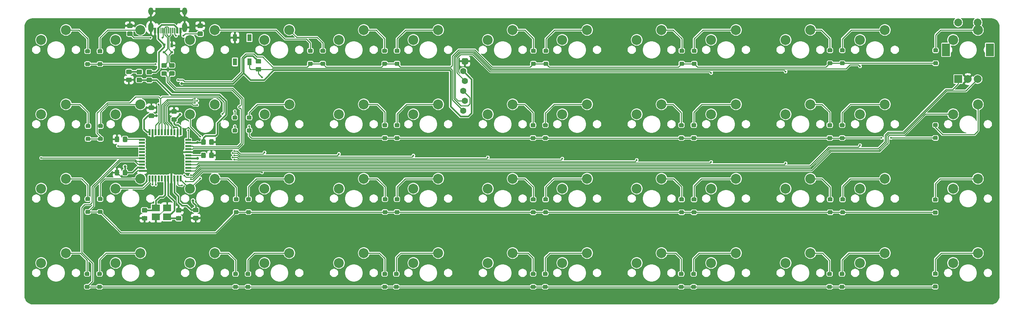
<source format=gbl>
G04 #@! TF.GenerationSoftware,KiCad,Pcbnew,(5.1.4-0-10_14)*
G04 #@! TF.CreationDate,2021-10-03T12:43:46-05:00*
G04 #@! TF.ProjectId,lucy,6c756379-2e6b-4696-9361-645f70636258,rev?*
G04 #@! TF.SameCoordinates,Original*
G04 #@! TF.FileFunction,Copper,L2,Bot*
G04 #@! TF.FilePolarity,Positive*
%FSLAX46Y46*%
G04 Gerber Fmt 4.6, Leading zero omitted, Abs format (unit mm)*
G04 Created by KiCad (PCBNEW (5.1.4-0-10_14)) date 2021-10-03 12:43:46*
%MOMM*%
%LPD*%
G04 APERTURE LIST*
%ADD10C,0.100000*%
%ADD11C,1.150000*%
%ADD12R,2.100000X1.800000*%
%ADD13R,0.700000X0.600000*%
%ADD14R,0.700000X1.000000*%
%ADD15C,1.000000*%
%ADD16C,2.540000*%
%ADD17R,2.000000X2.000000*%
%ADD18C,2.000000*%
%ADD19R,2.000000X3.200000*%
%ADD20C,1.600200*%
%ADD21R,0.500000X1.500000*%
%ADD22R,1.500000X0.500000*%
%ADD23C,0.600000*%
%ADD24O,1.300000X2.400000*%
%ADD25C,0.300000*%
%ADD26O,1.300000X1.900000*%
%ADD27R,1.100000X1.800000*%
%ADD28C,0.500000*%
%ADD29C,0.700000*%
%ADD30C,0.250000*%
%ADD31C,0.400000*%
%ADD32C,0.200000*%
G04 APERTURE END LIST*
D10*
G36*
X123124505Y-95701204D02*
G01*
X123148773Y-95704804D01*
X123172572Y-95710765D01*
X123195671Y-95719030D01*
X123217850Y-95729520D01*
X123238893Y-95742132D01*
X123258599Y-95756747D01*
X123276777Y-95773223D01*
X123293253Y-95791401D01*
X123307868Y-95811107D01*
X123320480Y-95832150D01*
X123330970Y-95854329D01*
X123339235Y-95877428D01*
X123345196Y-95901227D01*
X123348796Y-95925495D01*
X123350000Y-95949999D01*
X123350000Y-96600001D01*
X123348796Y-96624505D01*
X123345196Y-96648773D01*
X123339235Y-96672572D01*
X123330970Y-96695671D01*
X123320480Y-96717850D01*
X123307868Y-96738893D01*
X123293253Y-96758599D01*
X123276777Y-96776777D01*
X123258599Y-96793253D01*
X123238893Y-96807868D01*
X123217850Y-96820480D01*
X123195671Y-96830970D01*
X123172572Y-96839235D01*
X123148773Y-96845196D01*
X123124505Y-96848796D01*
X123100001Y-96850000D01*
X122199999Y-96850000D01*
X122175495Y-96848796D01*
X122151227Y-96845196D01*
X122127428Y-96839235D01*
X122104329Y-96830970D01*
X122082150Y-96820480D01*
X122061107Y-96807868D01*
X122041401Y-96793253D01*
X122023223Y-96776777D01*
X122006747Y-96758599D01*
X121992132Y-96738893D01*
X121979520Y-96717850D01*
X121969030Y-96695671D01*
X121960765Y-96672572D01*
X121954804Y-96648773D01*
X121951204Y-96624505D01*
X121950000Y-96600001D01*
X121950000Y-95949999D01*
X121951204Y-95925495D01*
X121954804Y-95901227D01*
X121960765Y-95877428D01*
X121969030Y-95854329D01*
X121979520Y-95832150D01*
X121992132Y-95811107D01*
X122006747Y-95791401D01*
X122023223Y-95773223D01*
X122041401Y-95756747D01*
X122061107Y-95742132D01*
X122082150Y-95729520D01*
X122104329Y-95719030D01*
X122127428Y-95710765D01*
X122151227Y-95704804D01*
X122175495Y-95701204D01*
X122199999Y-95700000D01*
X123100001Y-95700000D01*
X123124505Y-95701204D01*
X123124505Y-95701204D01*
G37*
D11*
X122650000Y-96275000D03*
D10*
G36*
X123124505Y-93651204D02*
G01*
X123148773Y-93654804D01*
X123172572Y-93660765D01*
X123195671Y-93669030D01*
X123217850Y-93679520D01*
X123238893Y-93692132D01*
X123258599Y-93706747D01*
X123276777Y-93723223D01*
X123293253Y-93741401D01*
X123307868Y-93761107D01*
X123320480Y-93782150D01*
X123330970Y-93804329D01*
X123339235Y-93827428D01*
X123345196Y-93851227D01*
X123348796Y-93875495D01*
X123350000Y-93899999D01*
X123350000Y-94550001D01*
X123348796Y-94574505D01*
X123345196Y-94598773D01*
X123339235Y-94622572D01*
X123330970Y-94645671D01*
X123320480Y-94667850D01*
X123307868Y-94688893D01*
X123293253Y-94708599D01*
X123276777Y-94726777D01*
X123258599Y-94743253D01*
X123238893Y-94757868D01*
X123217850Y-94770480D01*
X123195671Y-94780970D01*
X123172572Y-94789235D01*
X123148773Y-94795196D01*
X123124505Y-94798796D01*
X123100001Y-94800000D01*
X122199999Y-94800000D01*
X122175495Y-94798796D01*
X122151227Y-94795196D01*
X122127428Y-94789235D01*
X122104329Y-94780970D01*
X122082150Y-94770480D01*
X122061107Y-94757868D01*
X122041401Y-94743253D01*
X122023223Y-94726777D01*
X122006747Y-94708599D01*
X121992132Y-94688893D01*
X121979520Y-94667850D01*
X121969030Y-94645671D01*
X121960765Y-94622572D01*
X121954804Y-94598773D01*
X121951204Y-94574505D01*
X121950000Y-94550001D01*
X121950000Y-93899999D01*
X121951204Y-93875495D01*
X121954804Y-93851227D01*
X121960765Y-93827428D01*
X121969030Y-93804329D01*
X121979520Y-93782150D01*
X121992132Y-93761107D01*
X122006747Y-93741401D01*
X122023223Y-93723223D01*
X122041401Y-93706747D01*
X122061107Y-93692132D01*
X122082150Y-93679520D01*
X122104329Y-93669030D01*
X122127428Y-93660765D01*
X122151227Y-93654804D01*
X122175495Y-93651204D01*
X122199999Y-93650000D01*
X123100001Y-93650000D01*
X123124505Y-93651204D01*
X123124505Y-93651204D01*
G37*
D11*
X122650000Y-94225000D03*
D12*
X115350000Y-96000000D03*
X112450000Y-96000000D03*
X112450000Y-93700000D03*
X115350000Y-93700000D03*
D10*
G36*
X102849505Y-83951204D02*
G01*
X102873773Y-83954804D01*
X102897572Y-83960765D01*
X102920671Y-83969030D01*
X102942850Y-83979520D01*
X102963893Y-83992132D01*
X102983599Y-84006747D01*
X103001777Y-84023223D01*
X103018253Y-84041401D01*
X103032868Y-84061107D01*
X103045480Y-84082150D01*
X103055970Y-84104329D01*
X103064235Y-84127428D01*
X103070196Y-84151227D01*
X103073796Y-84175495D01*
X103075000Y-84199999D01*
X103075000Y-85100001D01*
X103073796Y-85124505D01*
X103070196Y-85148773D01*
X103064235Y-85172572D01*
X103055970Y-85195671D01*
X103045480Y-85217850D01*
X103032868Y-85238893D01*
X103018253Y-85258599D01*
X103001777Y-85276777D01*
X102983599Y-85293253D01*
X102963893Y-85307868D01*
X102942850Y-85320480D01*
X102920671Y-85330970D01*
X102897572Y-85339235D01*
X102873773Y-85345196D01*
X102849505Y-85348796D01*
X102825001Y-85350000D01*
X102174999Y-85350000D01*
X102150495Y-85348796D01*
X102126227Y-85345196D01*
X102102428Y-85339235D01*
X102079329Y-85330970D01*
X102057150Y-85320480D01*
X102036107Y-85307868D01*
X102016401Y-85293253D01*
X101998223Y-85276777D01*
X101981747Y-85258599D01*
X101967132Y-85238893D01*
X101954520Y-85217850D01*
X101944030Y-85195671D01*
X101935765Y-85172572D01*
X101929804Y-85148773D01*
X101926204Y-85124505D01*
X101925000Y-85100001D01*
X101925000Y-84199999D01*
X101926204Y-84175495D01*
X101929804Y-84151227D01*
X101935765Y-84127428D01*
X101944030Y-84104329D01*
X101954520Y-84082150D01*
X101967132Y-84061107D01*
X101981747Y-84041401D01*
X101998223Y-84023223D01*
X102016401Y-84006747D01*
X102036107Y-83992132D01*
X102057150Y-83979520D01*
X102079329Y-83969030D01*
X102102428Y-83960765D01*
X102126227Y-83954804D01*
X102150495Y-83951204D01*
X102174999Y-83950000D01*
X102825001Y-83950000D01*
X102849505Y-83951204D01*
X102849505Y-83951204D01*
G37*
D11*
X102500000Y-84650000D03*
D10*
G36*
X104899505Y-83951204D02*
G01*
X104923773Y-83954804D01*
X104947572Y-83960765D01*
X104970671Y-83969030D01*
X104992850Y-83979520D01*
X105013893Y-83992132D01*
X105033599Y-84006747D01*
X105051777Y-84023223D01*
X105068253Y-84041401D01*
X105082868Y-84061107D01*
X105095480Y-84082150D01*
X105105970Y-84104329D01*
X105114235Y-84127428D01*
X105120196Y-84151227D01*
X105123796Y-84175495D01*
X105125000Y-84199999D01*
X105125000Y-85100001D01*
X105123796Y-85124505D01*
X105120196Y-85148773D01*
X105114235Y-85172572D01*
X105105970Y-85195671D01*
X105095480Y-85217850D01*
X105082868Y-85238893D01*
X105068253Y-85258599D01*
X105051777Y-85276777D01*
X105033599Y-85293253D01*
X105013893Y-85307868D01*
X104992850Y-85320480D01*
X104970671Y-85330970D01*
X104947572Y-85339235D01*
X104923773Y-85345196D01*
X104899505Y-85348796D01*
X104875001Y-85350000D01*
X104224999Y-85350000D01*
X104200495Y-85348796D01*
X104176227Y-85345196D01*
X104152428Y-85339235D01*
X104129329Y-85330970D01*
X104107150Y-85320480D01*
X104086107Y-85307868D01*
X104066401Y-85293253D01*
X104048223Y-85276777D01*
X104031747Y-85258599D01*
X104017132Y-85238893D01*
X104004520Y-85217850D01*
X103994030Y-85195671D01*
X103985765Y-85172572D01*
X103979804Y-85148773D01*
X103976204Y-85124505D01*
X103975000Y-85100001D01*
X103975000Y-84199999D01*
X103976204Y-84175495D01*
X103979804Y-84151227D01*
X103985765Y-84127428D01*
X103994030Y-84104329D01*
X104004520Y-84082150D01*
X104017132Y-84061107D01*
X104031747Y-84041401D01*
X104048223Y-84023223D01*
X104066401Y-84006747D01*
X104086107Y-83992132D01*
X104107150Y-83979520D01*
X104129329Y-83969030D01*
X104152428Y-83960765D01*
X104176227Y-83954804D01*
X104200495Y-83951204D01*
X104224999Y-83950000D01*
X104875001Y-83950000D01*
X104899505Y-83951204D01*
X104899505Y-83951204D01*
G37*
D11*
X104550000Y-84650000D03*
D13*
X114540625Y-51856250D03*
X114540625Y-53756250D03*
X116540625Y-53756250D03*
D14*
X116540625Y-52056250D03*
D10*
G36*
X312365129Y-52807454D02*
G01*
X312389398Y-52811054D01*
X312413196Y-52817015D01*
X312436296Y-52825280D01*
X312458474Y-52835770D01*
X312479518Y-52848383D01*
X312499223Y-52862997D01*
X312517402Y-52879473D01*
X312533878Y-52897652D01*
X312548492Y-52917357D01*
X312561105Y-52938401D01*
X312571595Y-52960579D01*
X312579860Y-52983679D01*
X312585821Y-53007477D01*
X312589421Y-53031746D01*
X312590625Y-53056250D01*
X312590625Y-53556250D01*
X312589421Y-53580754D01*
X312585821Y-53605023D01*
X312579860Y-53628821D01*
X312571595Y-53651921D01*
X312561105Y-53674099D01*
X312548492Y-53695143D01*
X312533878Y-53714848D01*
X312517402Y-53733027D01*
X312499223Y-53749503D01*
X312479518Y-53764117D01*
X312458474Y-53776730D01*
X312436296Y-53787220D01*
X312413196Y-53795485D01*
X312389398Y-53801446D01*
X312365129Y-53805046D01*
X312340625Y-53806250D01*
X311640625Y-53806250D01*
X311616121Y-53805046D01*
X311591852Y-53801446D01*
X311568054Y-53795485D01*
X311544954Y-53787220D01*
X311522776Y-53776730D01*
X311501732Y-53764117D01*
X311482027Y-53749503D01*
X311463848Y-53733027D01*
X311447372Y-53714848D01*
X311432758Y-53695143D01*
X311420145Y-53674099D01*
X311409655Y-53651921D01*
X311401390Y-53628821D01*
X311395429Y-53605023D01*
X311391829Y-53580754D01*
X311390625Y-53556250D01*
X311390625Y-53056250D01*
X311391829Y-53031746D01*
X311395429Y-53007477D01*
X311401390Y-52983679D01*
X311409655Y-52960579D01*
X311420145Y-52938401D01*
X311432758Y-52917357D01*
X311447372Y-52897652D01*
X311463848Y-52879473D01*
X311482027Y-52862997D01*
X311501732Y-52848383D01*
X311522776Y-52835770D01*
X311544954Y-52825280D01*
X311568054Y-52817015D01*
X311591852Y-52811054D01*
X311616121Y-52807454D01*
X311640625Y-52806250D01*
X312340625Y-52806250D01*
X312365129Y-52807454D01*
X312365129Y-52807454D01*
G37*
D15*
X311990625Y-53306250D03*
D10*
G36*
X312365129Y-56107454D02*
G01*
X312389398Y-56111054D01*
X312413196Y-56117015D01*
X312436296Y-56125280D01*
X312458474Y-56135770D01*
X312479518Y-56148383D01*
X312499223Y-56162997D01*
X312517402Y-56179473D01*
X312533878Y-56197652D01*
X312548492Y-56217357D01*
X312561105Y-56238401D01*
X312571595Y-56260579D01*
X312579860Y-56283679D01*
X312585821Y-56307477D01*
X312589421Y-56331746D01*
X312590625Y-56356250D01*
X312590625Y-56856250D01*
X312589421Y-56880754D01*
X312585821Y-56905023D01*
X312579860Y-56928821D01*
X312571595Y-56951921D01*
X312561105Y-56974099D01*
X312548492Y-56995143D01*
X312533878Y-57014848D01*
X312517402Y-57033027D01*
X312499223Y-57049503D01*
X312479518Y-57064117D01*
X312458474Y-57076730D01*
X312436296Y-57087220D01*
X312413196Y-57095485D01*
X312389398Y-57101446D01*
X312365129Y-57105046D01*
X312340625Y-57106250D01*
X311640625Y-57106250D01*
X311616121Y-57105046D01*
X311591852Y-57101446D01*
X311568054Y-57095485D01*
X311544954Y-57087220D01*
X311522776Y-57076730D01*
X311501732Y-57064117D01*
X311482027Y-57049503D01*
X311463848Y-57033027D01*
X311447372Y-57014848D01*
X311432758Y-56995143D01*
X311420145Y-56974099D01*
X311409655Y-56951921D01*
X311401390Y-56928821D01*
X311395429Y-56905023D01*
X311391829Y-56880754D01*
X311390625Y-56856250D01*
X311390625Y-56356250D01*
X311391829Y-56331746D01*
X311395429Y-56307477D01*
X311401390Y-56283679D01*
X311409655Y-56260579D01*
X311420145Y-56238401D01*
X311432758Y-56217357D01*
X311447372Y-56197652D01*
X311463848Y-56179473D01*
X311482027Y-56162997D01*
X311501732Y-56148383D01*
X311522776Y-56135770D01*
X311544954Y-56125280D01*
X311568054Y-56117015D01*
X311591852Y-56111054D01*
X311616121Y-56107454D01*
X311640625Y-56106250D01*
X312340625Y-56106250D01*
X312365129Y-56107454D01*
X312365129Y-56107454D01*
G37*
D15*
X311990625Y-56606250D03*
D10*
G36*
X312265129Y-91057454D02*
G01*
X312289398Y-91061054D01*
X312313196Y-91067015D01*
X312336296Y-91075280D01*
X312358474Y-91085770D01*
X312379518Y-91098383D01*
X312399223Y-91112997D01*
X312417402Y-91129473D01*
X312433878Y-91147652D01*
X312448492Y-91167357D01*
X312461105Y-91188401D01*
X312471595Y-91210579D01*
X312479860Y-91233679D01*
X312485821Y-91257477D01*
X312489421Y-91281746D01*
X312490625Y-91306250D01*
X312490625Y-91806250D01*
X312489421Y-91830754D01*
X312485821Y-91855023D01*
X312479860Y-91878821D01*
X312471595Y-91901921D01*
X312461105Y-91924099D01*
X312448492Y-91945143D01*
X312433878Y-91964848D01*
X312417402Y-91983027D01*
X312399223Y-91999503D01*
X312379518Y-92014117D01*
X312358474Y-92026730D01*
X312336296Y-92037220D01*
X312313196Y-92045485D01*
X312289398Y-92051446D01*
X312265129Y-92055046D01*
X312240625Y-92056250D01*
X311540625Y-92056250D01*
X311516121Y-92055046D01*
X311491852Y-92051446D01*
X311468054Y-92045485D01*
X311444954Y-92037220D01*
X311422776Y-92026730D01*
X311401732Y-92014117D01*
X311382027Y-91999503D01*
X311363848Y-91983027D01*
X311347372Y-91964848D01*
X311332758Y-91945143D01*
X311320145Y-91924099D01*
X311309655Y-91901921D01*
X311301390Y-91878821D01*
X311295429Y-91855023D01*
X311291829Y-91830754D01*
X311290625Y-91806250D01*
X311290625Y-91306250D01*
X311291829Y-91281746D01*
X311295429Y-91257477D01*
X311301390Y-91233679D01*
X311309655Y-91210579D01*
X311320145Y-91188401D01*
X311332758Y-91167357D01*
X311347372Y-91147652D01*
X311363848Y-91129473D01*
X311382027Y-91112997D01*
X311401732Y-91098383D01*
X311422776Y-91085770D01*
X311444954Y-91075280D01*
X311468054Y-91067015D01*
X311491852Y-91061054D01*
X311516121Y-91057454D01*
X311540625Y-91056250D01*
X312240625Y-91056250D01*
X312265129Y-91057454D01*
X312265129Y-91057454D01*
G37*
D15*
X311890625Y-91556250D03*
D10*
G36*
X312265129Y-94357454D02*
G01*
X312289398Y-94361054D01*
X312313196Y-94367015D01*
X312336296Y-94375280D01*
X312358474Y-94385770D01*
X312379518Y-94398383D01*
X312399223Y-94412997D01*
X312417402Y-94429473D01*
X312433878Y-94447652D01*
X312448492Y-94467357D01*
X312461105Y-94488401D01*
X312471595Y-94510579D01*
X312479860Y-94533679D01*
X312485821Y-94557477D01*
X312489421Y-94581746D01*
X312490625Y-94606250D01*
X312490625Y-95106250D01*
X312489421Y-95130754D01*
X312485821Y-95155023D01*
X312479860Y-95178821D01*
X312471595Y-95201921D01*
X312461105Y-95224099D01*
X312448492Y-95245143D01*
X312433878Y-95264848D01*
X312417402Y-95283027D01*
X312399223Y-95299503D01*
X312379518Y-95314117D01*
X312358474Y-95326730D01*
X312336296Y-95337220D01*
X312313196Y-95345485D01*
X312289398Y-95351446D01*
X312265129Y-95355046D01*
X312240625Y-95356250D01*
X311540625Y-95356250D01*
X311516121Y-95355046D01*
X311491852Y-95351446D01*
X311468054Y-95345485D01*
X311444954Y-95337220D01*
X311422776Y-95326730D01*
X311401732Y-95314117D01*
X311382027Y-95299503D01*
X311363848Y-95283027D01*
X311347372Y-95264848D01*
X311332758Y-95245143D01*
X311320145Y-95224099D01*
X311309655Y-95201921D01*
X311301390Y-95178821D01*
X311295429Y-95155023D01*
X311291829Y-95130754D01*
X311290625Y-95106250D01*
X311290625Y-94606250D01*
X311291829Y-94581746D01*
X311295429Y-94557477D01*
X311301390Y-94533679D01*
X311309655Y-94510579D01*
X311320145Y-94488401D01*
X311332758Y-94467357D01*
X311347372Y-94447652D01*
X311363848Y-94429473D01*
X311382027Y-94412997D01*
X311401732Y-94398383D01*
X311422776Y-94385770D01*
X311444954Y-94375280D01*
X311468054Y-94367015D01*
X311491852Y-94361054D01*
X311516121Y-94357454D01*
X311540625Y-94356250D01*
X312240625Y-94356250D01*
X312265129Y-94357454D01*
X312265129Y-94357454D01*
G37*
D15*
X311890625Y-94856250D03*
D16*
X316468185Y-69691370D03*
X322818185Y-67151370D03*
X121205625Y-50641250D03*
X127555625Y-48101250D03*
X316468185Y-107791530D03*
X322818185Y-105251530D03*
D10*
G36*
X98562503Y-90900581D02*
G01*
X98586772Y-90904181D01*
X98610570Y-90910142D01*
X98633670Y-90918407D01*
X98655848Y-90928897D01*
X98676892Y-90941510D01*
X98696597Y-90956124D01*
X98714776Y-90972600D01*
X98731252Y-90990779D01*
X98745866Y-91010484D01*
X98758479Y-91031528D01*
X98768969Y-91053706D01*
X98777234Y-91076806D01*
X98783195Y-91100604D01*
X98786795Y-91124873D01*
X98787999Y-91149377D01*
X98787999Y-91649377D01*
X98786795Y-91673881D01*
X98783195Y-91698150D01*
X98777234Y-91721948D01*
X98768969Y-91745048D01*
X98758479Y-91767226D01*
X98745866Y-91788270D01*
X98731252Y-91807975D01*
X98714776Y-91826154D01*
X98696597Y-91842630D01*
X98676892Y-91857244D01*
X98655848Y-91869857D01*
X98633670Y-91880347D01*
X98610570Y-91888612D01*
X98586772Y-91894573D01*
X98562503Y-91898173D01*
X98537999Y-91899377D01*
X97837999Y-91899377D01*
X97813495Y-91898173D01*
X97789226Y-91894573D01*
X97765428Y-91888612D01*
X97742328Y-91880347D01*
X97720150Y-91869857D01*
X97699106Y-91857244D01*
X97679401Y-91842630D01*
X97661222Y-91826154D01*
X97644746Y-91807975D01*
X97630132Y-91788270D01*
X97617519Y-91767226D01*
X97607029Y-91745048D01*
X97598764Y-91721948D01*
X97592803Y-91698150D01*
X97589203Y-91673881D01*
X97587999Y-91649377D01*
X97587999Y-91149377D01*
X97589203Y-91124873D01*
X97592803Y-91100604D01*
X97598764Y-91076806D01*
X97607029Y-91053706D01*
X97617519Y-91031528D01*
X97630132Y-91010484D01*
X97644746Y-90990779D01*
X97661222Y-90972600D01*
X97679401Y-90956124D01*
X97699106Y-90941510D01*
X97720150Y-90928897D01*
X97742328Y-90918407D01*
X97765428Y-90910142D01*
X97789226Y-90904181D01*
X97813495Y-90900581D01*
X97837999Y-90899377D01*
X98537999Y-90899377D01*
X98562503Y-90900581D01*
X98562503Y-90900581D01*
G37*
D15*
X98187999Y-91399377D03*
D10*
G36*
X98562503Y-94200581D02*
G01*
X98586772Y-94204181D01*
X98610570Y-94210142D01*
X98633670Y-94218407D01*
X98655848Y-94228897D01*
X98676892Y-94241510D01*
X98696597Y-94256124D01*
X98714776Y-94272600D01*
X98731252Y-94290779D01*
X98745866Y-94310484D01*
X98758479Y-94331528D01*
X98768969Y-94353706D01*
X98777234Y-94376806D01*
X98783195Y-94400604D01*
X98786795Y-94424873D01*
X98787999Y-94449377D01*
X98787999Y-94949377D01*
X98786795Y-94973881D01*
X98783195Y-94998150D01*
X98777234Y-95021948D01*
X98768969Y-95045048D01*
X98758479Y-95067226D01*
X98745866Y-95088270D01*
X98731252Y-95107975D01*
X98714776Y-95126154D01*
X98696597Y-95142630D01*
X98676892Y-95157244D01*
X98655848Y-95169857D01*
X98633670Y-95180347D01*
X98610570Y-95188612D01*
X98586772Y-95194573D01*
X98562503Y-95198173D01*
X98537999Y-95199377D01*
X97837999Y-95199377D01*
X97813495Y-95198173D01*
X97789226Y-95194573D01*
X97765428Y-95188612D01*
X97742328Y-95180347D01*
X97720150Y-95169857D01*
X97699106Y-95157244D01*
X97679401Y-95142630D01*
X97661222Y-95126154D01*
X97644746Y-95107975D01*
X97630132Y-95088270D01*
X97617519Y-95067226D01*
X97607029Y-95045048D01*
X97598764Y-95021948D01*
X97592803Y-94998150D01*
X97589203Y-94973881D01*
X97587999Y-94949377D01*
X97587999Y-94449377D01*
X97589203Y-94424873D01*
X97592803Y-94400604D01*
X97598764Y-94376806D01*
X97607029Y-94353706D01*
X97617519Y-94331528D01*
X97630132Y-94310484D01*
X97644746Y-94290779D01*
X97661222Y-94272600D01*
X97679401Y-94256124D01*
X97699106Y-94241510D01*
X97720150Y-94228897D01*
X97742328Y-94218407D01*
X97765428Y-94210142D01*
X97789226Y-94204181D01*
X97813495Y-94200581D01*
X97837999Y-94199377D01*
X98537999Y-94199377D01*
X98562503Y-94200581D01*
X98562503Y-94200581D01*
G37*
D15*
X98187999Y-94699377D03*
D10*
G36*
X106024505Y-58251204D02*
G01*
X106048773Y-58254804D01*
X106072572Y-58260765D01*
X106095671Y-58269030D01*
X106117850Y-58279520D01*
X106138893Y-58292132D01*
X106158599Y-58306747D01*
X106176777Y-58323223D01*
X106193253Y-58341401D01*
X106207868Y-58361107D01*
X106220480Y-58382150D01*
X106230970Y-58404329D01*
X106239235Y-58427428D01*
X106245196Y-58451227D01*
X106248796Y-58475495D01*
X106250000Y-58499999D01*
X106250000Y-59150001D01*
X106248796Y-59174505D01*
X106245196Y-59198773D01*
X106239235Y-59222572D01*
X106230970Y-59245671D01*
X106220480Y-59267850D01*
X106207868Y-59288893D01*
X106193253Y-59308599D01*
X106176777Y-59326777D01*
X106158599Y-59343253D01*
X106138893Y-59357868D01*
X106117850Y-59370480D01*
X106095671Y-59380970D01*
X106072572Y-59389235D01*
X106048773Y-59395196D01*
X106024505Y-59398796D01*
X106000001Y-59400000D01*
X105099999Y-59400000D01*
X105075495Y-59398796D01*
X105051227Y-59395196D01*
X105027428Y-59389235D01*
X105004329Y-59380970D01*
X104982150Y-59370480D01*
X104961107Y-59357868D01*
X104941401Y-59343253D01*
X104923223Y-59326777D01*
X104906747Y-59308599D01*
X104892132Y-59288893D01*
X104879520Y-59267850D01*
X104869030Y-59245671D01*
X104860765Y-59222572D01*
X104854804Y-59198773D01*
X104851204Y-59174505D01*
X104850000Y-59150001D01*
X104850000Y-58499999D01*
X104851204Y-58475495D01*
X104854804Y-58451227D01*
X104860765Y-58427428D01*
X104869030Y-58404329D01*
X104879520Y-58382150D01*
X104892132Y-58361107D01*
X104906747Y-58341401D01*
X104923223Y-58323223D01*
X104941401Y-58306747D01*
X104961107Y-58292132D01*
X104982150Y-58279520D01*
X105004329Y-58269030D01*
X105027428Y-58260765D01*
X105051227Y-58254804D01*
X105075495Y-58251204D01*
X105099999Y-58250000D01*
X106000001Y-58250000D01*
X106024505Y-58251204D01*
X106024505Y-58251204D01*
G37*
D11*
X105550000Y-58825000D03*
D10*
G36*
X106024505Y-60301204D02*
G01*
X106048773Y-60304804D01*
X106072572Y-60310765D01*
X106095671Y-60319030D01*
X106117850Y-60329520D01*
X106138893Y-60342132D01*
X106158599Y-60356747D01*
X106176777Y-60373223D01*
X106193253Y-60391401D01*
X106207868Y-60411107D01*
X106220480Y-60432150D01*
X106230970Y-60454329D01*
X106239235Y-60477428D01*
X106245196Y-60501227D01*
X106248796Y-60525495D01*
X106250000Y-60549999D01*
X106250000Y-61200001D01*
X106248796Y-61224505D01*
X106245196Y-61248773D01*
X106239235Y-61272572D01*
X106230970Y-61295671D01*
X106220480Y-61317850D01*
X106207868Y-61338893D01*
X106193253Y-61358599D01*
X106176777Y-61376777D01*
X106158599Y-61393253D01*
X106138893Y-61407868D01*
X106117850Y-61420480D01*
X106095671Y-61430970D01*
X106072572Y-61439235D01*
X106048773Y-61445196D01*
X106024505Y-61448796D01*
X106000001Y-61450000D01*
X105099999Y-61450000D01*
X105075495Y-61448796D01*
X105051227Y-61445196D01*
X105027428Y-61439235D01*
X105004329Y-61430970D01*
X104982150Y-61420480D01*
X104961107Y-61407868D01*
X104941401Y-61393253D01*
X104923223Y-61376777D01*
X104906747Y-61358599D01*
X104892132Y-61338893D01*
X104879520Y-61317850D01*
X104869030Y-61295671D01*
X104860765Y-61272572D01*
X104854804Y-61248773D01*
X104851204Y-61224505D01*
X104850000Y-61200001D01*
X104850000Y-60549999D01*
X104851204Y-60525495D01*
X104854804Y-60501227D01*
X104860765Y-60477428D01*
X104869030Y-60454329D01*
X104879520Y-60432150D01*
X104892132Y-60411107D01*
X104906747Y-60391401D01*
X104923223Y-60373223D01*
X104941401Y-60356747D01*
X104961107Y-60342132D01*
X104982150Y-60329520D01*
X105004329Y-60319030D01*
X105027428Y-60310765D01*
X105051227Y-60304804D01*
X105075495Y-60301204D01*
X105099999Y-60300000D01*
X106000001Y-60300000D01*
X106024505Y-60301204D01*
X106024505Y-60301204D01*
G37*
D11*
X105550000Y-60875000D03*
D10*
G36*
X127024505Y-76101204D02*
G01*
X127048773Y-76104804D01*
X127072572Y-76110765D01*
X127095671Y-76119030D01*
X127117850Y-76129520D01*
X127138893Y-76142132D01*
X127158599Y-76156747D01*
X127176777Y-76173223D01*
X127193253Y-76191401D01*
X127207868Y-76211107D01*
X127220480Y-76232150D01*
X127230970Y-76254329D01*
X127239235Y-76277428D01*
X127245196Y-76301227D01*
X127248796Y-76325495D01*
X127250000Y-76349999D01*
X127250000Y-77250001D01*
X127248796Y-77274505D01*
X127245196Y-77298773D01*
X127239235Y-77322572D01*
X127230970Y-77345671D01*
X127220480Y-77367850D01*
X127207868Y-77388893D01*
X127193253Y-77408599D01*
X127176777Y-77426777D01*
X127158599Y-77443253D01*
X127138893Y-77457868D01*
X127117850Y-77470480D01*
X127095671Y-77480970D01*
X127072572Y-77489235D01*
X127048773Y-77495196D01*
X127024505Y-77498796D01*
X127000001Y-77500000D01*
X126349999Y-77500000D01*
X126325495Y-77498796D01*
X126301227Y-77495196D01*
X126277428Y-77489235D01*
X126254329Y-77480970D01*
X126232150Y-77470480D01*
X126211107Y-77457868D01*
X126191401Y-77443253D01*
X126173223Y-77426777D01*
X126156747Y-77408599D01*
X126142132Y-77388893D01*
X126129520Y-77367850D01*
X126119030Y-77345671D01*
X126110765Y-77322572D01*
X126104804Y-77298773D01*
X126101204Y-77274505D01*
X126100000Y-77250001D01*
X126100000Y-76349999D01*
X126101204Y-76325495D01*
X126104804Y-76301227D01*
X126110765Y-76277428D01*
X126119030Y-76254329D01*
X126129520Y-76232150D01*
X126142132Y-76211107D01*
X126156747Y-76191401D01*
X126173223Y-76173223D01*
X126191401Y-76156747D01*
X126211107Y-76142132D01*
X126232150Y-76129520D01*
X126254329Y-76119030D01*
X126277428Y-76110765D01*
X126301227Y-76104804D01*
X126325495Y-76101204D01*
X126349999Y-76100000D01*
X127000001Y-76100000D01*
X127024505Y-76101204D01*
X127024505Y-76101204D01*
G37*
D11*
X126675000Y-76800000D03*
D10*
G36*
X124974505Y-76101204D02*
G01*
X124998773Y-76104804D01*
X125022572Y-76110765D01*
X125045671Y-76119030D01*
X125067850Y-76129520D01*
X125088893Y-76142132D01*
X125108599Y-76156747D01*
X125126777Y-76173223D01*
X125143253Y-76191401D01*
X125157868Y-76211107D01*
X125170480Y-76232150D01*
X125180970Y-76254329D01*
X125189235Y-76277428D01*
X125195196Y-76301227D01*
X125198796Y-76325495D01*
X125200000Y-76349999D01*
X125200000Y-77250001D01*
X125198796Y-77274505D01*
X125195196Y-77298773D01*
X125189235Y-77322572D01*
X125180970Y-77345671D01*
X125170480Y-77367850D01*
X125157868Y-77388893D01*
X125143253Y-77408599D01*
X125126777Y-77426777D01*
X125108599Y-77443253D01*
X125088893Y-77457868D01*
X125067850Y-77470480D01*
X125045671Y-77480970D01*
X125022572Y-77489235D01*
X124998773Y-77495196D01*
X124974505Y-77498796D01*
X124950001Y-77500000D01*
X124299999Y-77500000D01*
X124275495Y-77498796D01*
X124251227Y-77495196D01*
X124227428Y-77489235D01*
X124204329Y-77480970D01*
X124182150Y-77470480D01*
X124161107Y-77457868D01*
X124141401Y-77443253D01*
X124123223Y-77426777D01*
X124106747Y-77408599D01*
X124092132Y-77388893D01*
X124079520Y-77367850D01*
X124069030Y-77345671D01*
X124060765Y-77322572D01*
X124054804Y-77298773D01*
X124051204Y-77274505D01*
X124050000Y-77250001D01*
X124050000Y-76349999D01*
X124051204Y-76325495D01*
X124054804Y-76301227D01*
X124060765Y-76277428D01*
X124069030Y-76254329D01*
X124079520Y-76232150D01*
X124092132Y-76211107D01*
X124106747Y-76191401D01*
X124123223Y-76173223D01*
X124141401Y-76156747D01*
X124161107Y-76142132D01*
X124182150Y-76129520D01*
X124204329Y-76119030D01*
X124227428Y-76110765D01*
X124251227Y-76104804D01*
X124275495Y-76101204D01*
X124299999Y-76100000D01*
X124950001Y-76100000D01*
X124974505Y-76101204D01*
X124974505Y-76101204D01*
G37*
D11*
X124625000Y-76800000D03*
D10*
G36*
X247406503Y-52945581D02*
G01*
X247430772Y-52949181D01*
X247454570Y-52955142D01*
X247477670Y-52963407D01*
X247499848Y-52973897D01*
X247520892Y-52986510D01*
X247540597Y-53001124D01*
X247558776Y-53017600D01*
X247575252Y-53035779D01*
X247589866Y-53055484D01*
X247602479Y-53076528D01*
X247612969Y-53098706D01*
X247621234Y-53121806D01*
X247627195Y-53145604D01*
X247630795Y-53169873D01*
X247631999Y-53194377D01*
X247631999Y-53694377D01*
X247630795Y-53718881D01*
X247627195Y-53743150D01*
X247621234Y-53766948D01*
X247612969Y-53790048D01*
X247602479Y-53812226D01*
X247589866Y-53833270D01*
X247575252Y-53852975D01*
X247558776Y-53871154D01*
X247540597Y-53887630D01*
X247520892Y-53902244D01*
X247499848Y-53914857D01*
X247477670Y-53925347D01*
X247454570Y-53933612D01*
X247430772Y-53939573D01*
X247406503Y-53943173D01*
X247381999Y-53944377D01*
X246681999Y-53944377D01*
X246657495Y-53943173D01*
X246633226Y-53939573D01*
X246609428Y-53933612D01*
X246586328Y-53925347D01*
X246564150Y-53914857D01*
X246543106Y-53902244D01*
X246523401Y-53887630D01*
X246505222Y-53871154D01*
X246488746Y-53852975D01*
X246474132Y-53833270D01*
X246461519Y-53812226D01*
X246451029Y-53790048D01*
X246442764Y-53766948D01*
X246436803Y-53743150D01*
X246433203Y-53718881D01*
X246431999Y-53694377D01*
X246431999Y-53194377D01*
X246433203Y-53169873D01*
X246436803Y-53145604D01*
X246442764Y-53121806D01*
X246451029Y-53098706D01*
X246461519Y-53076528D01*
X246474132Y-53055484D01*
X246488746Y-53035779D01*
X246505222Y-53017600D01*
X246523401Y-53001124D01*
X246543106Y-52986510D01*
X246564150Y-52973897D01*
X246586328Y-52963407D01*
X246609428Y-52955142D01*
X246633226Y-52949181D01*
X246657495Y-52945581D01*
X246681999Y-52944377D01*
X247381999Y-52944377D01*
X247406503Y-52945581D01*
X247406503Y-52945581D01*
G37*
D15*
X247031999Y-53444377D03*
D10*
G36*
X247406503Y-56245581D02*
G01*
X247430772Y-56249181D01*
X247454570Y-56255142D01*
X247477670Y-56263407D01*
X247499848Y-56273897D01*
X247520892Y-56286510D01*
X247540597Y-56301124D01*
X247558776Y-56317600D01*
X247575252Y-56335779D01*
X247589866Y-56355484D01*
X247602479Y-56376528D01*
X247612969Y-56398706D01*
X247621234Y-56421806D01*
X247627195Y-56445604D01*
X247630795Y-56469873D01*
X247631999Y-56494377D01*
X247631999Y-56994377D01*
X247630795Y-57018881D01*
X247627195Y-57043150D01*
X247621234Y-57066948D01*
X247612969Y-57090048D01*
X247602479Y-57112226D01*
X247589866Y-57133270D01*
X247575252Y-57152975D01*
X247558776Y-57171154D01*
X247540597Y-57187630D01*
X247520892Y-57202244D01*
X247499848Y-57214857D01*
X247477670Y-57225347D01*
X247454570Y-57233612D01*
X247430772Y-57239573D01*
X247406503Y-57243173D01*
X247381999Y-57244377D01*
X246681999Y-57244377D01*
X246657495Y-57243173D01*
X246633226Y-57239573D01*
X246609428Y-57233612D01*
X246586328Y-57225347D01*
X246564150Y-57214857D01*
X246543106Y-57202244D01*
X246523401Y-57187630D01*
X246505222Y-57171154D01*
X246488746Y-57152975D01*
X246474132Y-57133270D01*
X246461519Y-57112226D01*
X246451029Y-57090048D01*
X246442764Y-57066948D01*
X246436803Y-57043150D01*
X246433203Y-57018881D01*
X246431999Y-56994377D01*
X246431999Y-56494377D01*
X246433203Y-56469873D01*
X246436803Y-56445604D01*
X246442764Y-56421806D01*
X246451029Y-56398706D01*
X246461519Y-56376528D01*
X246474132Y-56355484D01*
X246488746Y-56335779D01*
X246505222Y-56317600D01*
X246523401Y-56301124D01*
X246543106Y-56286510D01*
X246564150Y-56273897D01*
X246586328Y-56263407D01*
X246609428Y-56255142D01*
X246633226Y-56249181D01*
X246657495Y-56245581D01*
X246681999Y-56244377D01*
X247381999Y-56244377D01*
X247406503Y-56245581D01*
X247406503Y-56245581D01*
G37*
D15*
X247031999Y-56744377D03*
D17*
X317752725Y-60693950D03*
D18*
X320252725Y-60693950D03*
X322752725Y-60693950D03*
D19*
X314652725Y-53193950D03*
X325852725Y-53193950D03*
D18*
X317752725Y-46193950D03*
X322752725Y-46193950D03*
D10*
G36*
X108671505Y-60339204D02*
G01*
X108695773Y-60342804D01*
X108719572Y-60348765D01*
X108742671Y-60357030D01*
X108764850Y-60367520D01*
X108785893Y-60380132D01*
X108805599Y-60394747D01*
X108823777Y-60411223D01*
X108840253Y-60429401D01*
X108854868Y-60449107D01*
X108867480Y-60470150D01*
X108877970Y-60492329D01*
X108886235Y-60515428D01*
X108892196Y-60539227D01*
X108895796Y-60563495D01*
X108897000Y-60587999D01*
X108897000Y-61238001D01*
X108895796Y-61262505D01*
X108892196Y-61286773D01*
X108886235Y-61310572D01*
X108877970Y-61333671D01*
X108867480Y-61355850D01*
X108854868Y-61376893D01*
X108840253Y-61396599D01*
X108823777Y-61414777D01*
X108805599Y-61431253D01*
X108785893Y-61445868D01*
X108764850Y-61458480D01*
X108742671Y-61468970D01*
X108719572Y-61477235D01*
X108695773Y-61483196D01*
X108671505Y-61486796D01*
X108647001Y-61488000D01*
X107746999Y-61488000D01*
X107722495Y-61486796D01*
X107698227Y-61483196D01*
X107674428Y-61477235D01*
X107651329Y-61468970D01*
X107629150Y-61458480D01*
X107608107Y-61445868D01*
X107588401Y-61431253D01*
X107570223Y-61414777D01*
X107553747Y-61396599D01*
X107539132Y-61376893D01*
X107526520Y-61355850D01*
X107516030Y-61333671D01*
X107507765Y-61310572D01*
X107501804Y-61286773D01*
X107498204Y-61262505D01*
X107497000Y-61238001D01*
X107497000Y-60587999D01*
X107498204Y-60563495D01*
X107501804Y-60539227D01*
X107507765Y-60515428D01*
X107516030Y-60492329D01*
X107526520Y-60470150D01*
X107539132Y-60449107D01*
X107553747Y-60429401D01*
X107570223Y-60411223D01*
X107588401Y-60394747D01*
X107608107Y-60380132D01*
X107629150Y-60367520D01*
X107651329Y-60357030D01*
X107674428Y-60348765D01*
X107698227Y-60342804D01*
X107722495Y-60339204D01*
X107746999Y-60338000D01*
X108647001Y-60338000D01*
X108671505Y-60339204D01*
X108671505Y-60339204D01*
G37*
D11*
X108197000Y-60913000D03*
D10*
G36*
X108671505Y-58289204D02*
G01*
X108695773Y-58292804D01*
X108719572Y-58298765D01*
X108742671Y-58307030D01*
X108764850Y-58317520D01*
X108785893Y-58330132D01*
X108805599Y-58344747D01*
X108823777Y-58361223D01*
X108840253Y-58379401D01*
X108854868Y-58399107D01*
X108867480Y-58420150D01*
X108877970Y-58442329D01*
X108886235Y-58465428D01*
X108892196Y-58489227D01*
X108895796Y-58513495D01*
X108897000Y-58537999D01*
X108897000Y-59188001D01*
X108895796Y-59212505D01*
X108892196Y-59236773D01*
X108886235Y-59260572D01*
X108877970Y-59283671D01*
X108867480Y-59305850D01*
X108854868Y-59326893D01*
X108840253Y-59346599D01*
X108823777Y-59364777D01*
X108805599Y-59381253D01*
X108785893Y-59395868D01*
X108764850Y-59408480D01*
X108742671Y-59418970D01*
X108719572Y-59427235D01*
X108695773Y-59433196D01*
X108671505Y-59436796D01*
X108647001Y-59438000D01*
X107746999Y-59438000D01*
X107722495Y-59436796D01*
X107698227Y-59433196D01*
X107674428Y-59427235D01*
X107651329Y-59418970D01*
X107629150Y-59408480D01*
X107608107Y-59395868D01*
X107588401Y-59381253D01*
X107570223Y-59364777D01*
X107553747Y-59346599D01*
X107539132Y-59326893D01*
X107526520Y-59305850D01*
X107516030Y-59283671D01*
X107507765Y-59260572D01*
X107501804Y-59236773D01*
X107498204Y-59212505D01*
X107497000Y-59188001D01*
X107497000Y-58537999D01*
X107498204Y-58513495D01*
X107501804Y-58489227D01*
X107507765Y-58465428D01*
X107516030Y-58442329D01*
X107526520Y-58420150D01*
X107539132Y-58399107D01*
X107553747Y-58379401D01*
X107570223Y-58361223D01*
X107588401Y-58344747D01*
X107608107Y-58330132D01*
X107629150Y-58317520D01*
X107651329Y-58307030D01*
X107674428Y-58298765D01*
X107698227Y-58292804D01*
X107722495Y-58289204D01*
X107746999Y-58288000D01*
X108647001Y-58288000D01*
X108671505Y-58289204D01*
X108671505Y-58289204D01*
G37*
D11*
X108197000Y-58863000D03*
D10*
G36*
X139183505Y-55549204D02*
G01*
X139207773Y-55552804D01*
X139231572Y-55558765D01*
X139254671Y-55567030D01*
X139276850Y-55577520D01*
X139297893Y-55590132D01*
X139317599Y-55604747D01*
X139335777Y-55621223D01*
X139352253Y-55639401D01*
X139366868Y-55659107D01*
X139379480Y-55680150D01*
X139389970Y-55702329D01*
X139398235Y-55725428D01*
X139404196Y-55749227D01*
X139407796Y-55773495D01*
X139409000Y-55797999D01*
X139409000Y-56448001D01*
X139407796Y-56472505D01*
X139404196Y-56496773D01*
X139398235Y-56520572D01*
X139389970Y-56543671D01*
X139379480Y-56565850D01*
X139366868Y-56586893D01*
X139352253Y-56606599D01*
X139335777Y-56624777D01*
X139317599Y-56641253D01*
X139297893Y-56655868D01*
X139276850Y-56668480D01*
X139254671Y-56678970D01*
X139231572Y-56687235D01*
X139207773Y-56693196D01*
X139183505Y-56696796D01*
X139159001Y-56698000D01*
X138258999Y-56698000D01*
X138234495Y-56696796D01*
X138210227Y-56693196D01*
X138186428Y-56687235D01*
X138163329Y-56678970D01*
X138141150Y-56668480D01*
X138120107Y-56655868D01*
X138100401Y-56641253D01*
X138082223Y-56624777D01*
X138065747Y-56606599D01*
X138051132Y-56586893D01*
X138038520Y-56565850D01*
X138028030Y-56543671D01*
X138019765Y-56520572D01*
X138013804Y-56496773D01*
X138010204Y-56472505D01*
X138009000Y-56448001D01*
X138009000Y-55797999D01*
X138010204Y-55773495D01*
X138013804Y-55749227D01*
X138019765Y-55725428D01*
X138028030Y-55702329D01*
X138038520Y-55680150D01*
X138051132Y-55659107D01*
X138065747Y-55639401D01*
X138082223Y-55621223D01*
X138100401Y-55604747D01*
X138120107Y-55590132D01*
X138141150Y-55577520D01*
X138163329Y-55567030D01*
X138186428Y-55558765D01*
X138210227Y-55552804D01*
X138234495Y-55549204D01*
X138258999Y-55548000D01*
X139159001Y-55548000D01*
X139183505Y-55549204D01*
X139183505Y-55549204D01*
G37*
D11*
X138709000Y-56123000D03*
D10*
G36*
X139183505Y-57599204D02*
G01*
X139207773Y-57602804D01*
X139231572Y-57608765D01*
X139254671Y-57617030D01*
X139276850Y-57627520D01*
X139297893Y-57640132D01*
X139317599Y-57654747D01*
X139335777Y-57671223D01*
X139352253Y-57689401D01*
X139366868Y-57709107D01*
X139379480Y-57730150D01*
X139389970Y-57752329D01*
X139398235Y-57775428D01*
X139404196Y-57799227D01*
X139407796Y-57823495D01*
X139409000Y-57847999D01*
X139409000Y-58498001D01*
X139407796Y-58522505D01*
X139404196Y-58546773D01*
X139398235Y-58570572D01*
X139389970Y-58593671D01*
X139379480Y-58615850D01*
X139366868Y-58636893D01*
X139352253Y-58656599D01*
X139335777Y-58674777D01*
X139317599Y-58691253D01*
X139297893Y-58705868D01*
X139276850Y-58718480D01*
X139254671Y-58728970D01*
X139231572Y-58737235D01*
X139207773Y-58743196D01*
X139183505Y-58746796D01*
X139159001Y-58748000D01*
X138258999Y-58748000D01*
X138234495Y-58746796D01*
X138210227Y-58743196D01*
X138186428Y-58737235D01*
X138163329Y-58728970D01*
X138141150Y-58718480D01*
X138120107Y-58705868D01*
X138100401Y-58691253D01*
X138082223Y-58674777D01*
X138065747Y-58656599D01*
X138051132Y-58636893D01*
X138038520Y-58615850D01*
X138028030Y-58593671D01*
X138019765Y-58570572D01*
X138013804Y-58546773D01*
X138010204Y-58522505D01*
X138009000Y-58498001D01*
X138009000Y-57847999D01*
X138010204Y-57823495D01*
X138013804Y-57799227D01*
X138019765Y-57775428D01*
X138028030Y-57752329D01*
X138038520Y-57730150D01*
X138051132Y-57709107D01*
X138065747Y-57689401D01*
X138082223Y-57671223D01*
X138100401Y-57654747D01*
X138120107Y-57640132D01*
X138141150Y-57627520D01*
X138163329Y-57617030D01*
X138186428Y-57608765D01*
X138210227Y-57602804D01*
X138234495Y-57599204D01*
X138258999Y-57598000D01*
X139159001Y-57598000D01*
X139183505Y-57599204D01*
X139183505Y-57599204D01*
G37*
D11*
X138709000Y-58173000D03*
D10*
G36*
X124274505Y-48501204D02*
G01*
X124298773Y-48504804D01*
X124322572Y-48510765D01*
X124345671Y-48519030D01*
X124367850Y-48529520D01*
X124388893Y-48542132D01*
X124408599Y-48556747D01*
X124426777Y-48573223D01*
X124443253Y-48591401D01*
X124457868Y-48611107D01*
X124470480Y-48632150D01*
X124480970Y-48654329D01*
X124489235Y-48677428D01*
X124495196Y-48701227D01*
X124498796Y-48725495D01*
X124500000Y-48749999D01*
X124500000Y-49400001D01*
X124498796Y-49424505D01*
X124495196Y-49448773D01*
X124489235Y-49472572D01*
X124480970Y-49495671D01*
X124470480Y-49517850D01*
X124457868Y-49538893D01*
X124443253Y-49558599D01*
X124426777Y-49576777D01*
X124408599Y-49593253D01*
X124388893Y-49607868D01*
X124367850Y-49620480D01*
X124345671Y-49630970D01*
X124322572Y-49639235D01*
X124298773Y-49645196D01*
X124274505Y-49648796D01*
X124250001Y-49650000D01*
X123349999Y-49650000D01*
X123325495Y-49648796D01*
X123301227Y-49645196D01*
X123277428Y-49639235D01*
X123254329Y-49630970D01*
X123232150Y-49620480D01*
X123211107Y-49607868D01*
X123191401Y-49593253D01*
X123173223Y-49576777D01*
X123156747Y-49558599D01*
X123142132Y-49538893D01*
X123129520Y-49517850D01*
X123119030Y-49495671D01*
X123110765Y-49472572D01*
X123104804Y-49448773D01*
X123101204Y-49424505D01*
X123100000Y-49400001D01*
X123100000Y-48749999D01*
X123101204Y-48725495D01*
X123104804Y-48701227D01*
X123110765Y-48677428D01*
X123119030Y-48654329D01*
X123129520Y-48632150D01*
X123142132Y-48611107D01*
X123156747Y-48591401D01*
X123173223Y-48573223D01*
X123191401Y-48556747D01*
X123211107Y-48542132D01*
X123232150Y-48529520D01*
X123254329Y-48519030D01*
X123277428Y-48510765D01*
X123301227Y-48504804D01*
X123325495Y-48501204D01*
X123349999Y-48500000D01*
X124250001Y-48500000D01*
X124274505Y-48501204D01*
X124274505Y-48501204D01*
G37*
D11*
X123800000Y-49075000D03*
D10*
G36*
X124274505Y-46451204D02*
G01*
X124298773Y-46454804D01*
X124322572Y-46460765D01*
X124345671Y-46469030D01*
X124367850Y-46479520D01*
X124388893Y-46492132D01*
X124408599Y-46506747D01*
X124426777Y-46523223D01*
X124443253Y-46541401D01*
X124457868Y-46561107D01*
X124470480Y-46582150D01*
X124480970Y-46604329D01*
X124489235Y-46627428D01*
X124495196Y-46651227D01*
X124498796Y-46675495D01*
X124500000Y-46699999D01*
X124500000Y-47350001D01*
X124498796Y-47374505D01*
X124495196Y-47398773D01*
X124489235Y-47422572D01*
X124480970Y-47445671D01*
X124470480Y-47467850D01*
X124457868Y-47488893D01*
X124443253Y-47508599D01*
X124426777Y-47526777D01*
X124408599Y-47543253D01*
X124388893Y-47557868D01*
X124367850Y-47570480D01*
X124345671Y-47580970D01*
X124322572Y-47589235D01*
X124298773Y-47595196D01*
X124274505Y-47598796D01*
X124250001Y-47600000D01*
X123349999Y-47600000D01*
X123325495Y-47598796D01*
X123301227Y-47595196D01*
X123277428Y-47589235D01*
X123254329Y-47580970D01*
X123232150Y-47570480D01*
X123211107Y-47557868D01*
X123191401Y-47543253D01*
X123173223Y-47526777D01*
X123156747Y-47508599D01*
X123142132Y-47488893D01*
X123129520Y-47467850D01*
X123119030Y-47445671D01*
X123110765Y-47422572D01*
X123104804Y-47398773D01*
X123101204Y-47374505D01*
X123100000Y-47350001D01*
X123100000Y-46699999D01*
X123101204Y-46675495D01*
X123104804Y-46651227D01*
X123110765Y-46627428D01*
X123119030Y-46604329D01*
X123129520Y-46582150D01*
X123142132Y-46561107D01*
X123156747Y-46541401D01*
X123173223Y-46523223D01*
X123191401Y-46506747D01*
X123211107Y-46492132D01*
X123232150Y-46479520D01*
X123254329Y-46469030D01*
X123277428Y-46460765D01*
X123301227Y-46454804D01*
X123325495Y-46451204D01*
X123349999Y-46450000D01*
X124250001Y-46450000D01*
X124274505Y-46451204D01*
X124274505Y-46451204D01*
G37*
D11*
X123800000Y-47025000D03*
D10*
G36*
X106274505Y-46451204D02*
G01*
X106298773Y-46454804D01*
X106322572Y-46460765D01*
X106345671Y-46469030D01*
X106367850Y-46479520D01*
X106388893Y-46492132D01*
X106408599Y-46506747D01*
X106426777Y-46523223D01*
X106443253Y-46541401D01*
X106457868Y-46561107D01*
X106470480Y-46582150D01*
X106480970Y-46604329D01*
X106489235Y-46627428D01*
X106495196Y-46651227D01*
X106498796Y-46675495D01*
X106500000Y-46699999D01*
X106500000Y-47350001D01*
X106498796Y-47374505D01*
X106495196Y-47398773D01*
X106489235Y-47422572D01*
X106480970Y-47445671D01*
X106470480Y-47467850D01*
X106457868Y-47488893D01*
X106443253Y-47508599D01*
X106426777Y-47526777D01*
X106408599Y-47543253D01*
X106388893Y-47557868D01*
X106367850Y-47570480D01*
X106345671Y-47580970D01*
X106322572Y-47589235D01*
X106298773Y-47595196D01*
X106274505Y-47598796D01*
X106250001Y-47600000D01*
X105349999Y-47600000D01*
X105325495Y-47598796D01*
X105301227Y-47595196D01*
X105277428Y-47589235D01*
X105254329Y-47580970D01*
X105232150Y-47570480D01*
X105211107Y-47557868D01*
X105191401Y-47543253D01*
X105173223Y-47526777D01*
X105156747Y-47508599D01*
X105142132Y-47488893D01*
X105129520Y-47467850D01*
X105119030Y-47445671D01*
X105110765Y-47422572D01*
X105104804Y-47398773D01*
X105101204Y-47374505D01*
X105100000Y-47350001D01*
X105100000Y-46699999D01*
X105101204Y-46675495D01*
X105104804Y-46651227D01*
X105110765Y-46627428D01*
X105119030Y-46604329D01*
X105129520Y-46582150D01*
X105142132Y-46561107D01*
X105156747Y-46541401D01*
X105173223Y-46523223D01*
X105191401Y-46506747D01*
X105211107Y-46492132D01*
X105232150Y-46479520D01*
X105254329Y-46469030D01*
X105277428Y-46460765D01*
X105301227Y-46454804D01*
X105325495Y-46451204D01*
X105349999Y-46450000D01*
X106250001Y-46450000D01*
X106274505Y-46451204D01*
X106274505Y-46451204D01*
G37*
D11*
X105800000Y-47025000D03*
D10*
G36*
X106274505Y-48501204D02*
G01*
X106298773Y-48504804D01*
X106322572Y-48510765D01*
X106345671Y-48519030D01*
X106367850Y-48529520D01*
X106388893Y-48542132D01*
X106408599Y-48556747D01*
X106426777Y-48573223D01*
X106443253Y-48591401D01*
X106457868Y-48611107D01*
X106470480Y-48632150D01*
X106480970Y-48654329D01*
X106489235Y-48677428D01*
X106495196Y-48701227D01*
X106498796Y-48725495D01*
X106500000Y-48749999D01*
X106500000Y-49400001D01*
X106498796Y-49424505D01*
X106495196Y-49448773D01*
X106489235Y-49472572D01*
X106480970Y-49495671D01*
X106470480Y-49517850D01*
X106457868Y-49538893D01*
X106443253Y-49558599D01*
X106426777Y-49576777D01*
X106408599Y-49593253D01*
X106388893Y-49607868D01*
X106367850Y-49620480D01*
X106345671Y-49630970D01*
X106322572Y-49639235D01*
X106298773Y-49645196D01*
X106274505Y-49648796D01*
X106250001Y-49650000D01*
X105349999Y-49650000D01*
X105325495Y-49648796D01*
X105301227Y-49645196D01*
X105277428Y-49639235D01*
X105254329Y-49630970D01*
X105232150Y-49620480D01*
X105211107Y-49607868D01*
X105191401Y-49593253D01*
X105173223Y-49576777D01*
X105156747Y-49558599D01*
X105142132Y-49538893D01*
X105129520Y-49517850D01*
X105119030Y-49495671D01*
X105110765Y-49472572D01*
X105104804Y-49448773D01*
X105101204Y-49424505D01*
X105100000Y-49400001D01*
X105100000Y-48749999D01*
X105101204Y-48725495D01*
X105104804Y-48701227D01*
X105110765Y-48677428D01*
X105119030Y-48654329D01*
X105129520Y-48632150D01*
X105142132Y-48611107D01*
X105156747Y-48591401D01*
X105173223Y-48573223D01*
X105191401Y-48556747D01*
X105211107Y-48542132D01*
X105232150Y-48529520D01*
X105254329Y-48519030D01*
X105277428Y-48510765D01*
X105301227Y-48504804D01*
X105325495Y-48501204D01*
X105349999Y-48500000D01*
X106250001Y-48500000D01*
X106274505Y-48501204D01*
X106274505Y-48501204D01*
G37*
D11*
X105800000Y-49075000D03*
D10*
G36*
X117015130Y-56607454D02*
G01*
X117039398Y-56611054D01*
X117063197Y-56617015D01*
X117086296Y-56625280D01*
X117108475Y-56635770D01*
X117129518Y-56648382D01*
X117149224Y-56662997D01*
X117167402Y-56679473D01*
X117183878Y-56697651D01*
X117198493Y-56717357D01*
X117211105Y-56738400D01*
X117221595Y-56760579D01*
X117229860Y-56783678D01*
X117235821Y-56807477D01*
X117239421Y-56831745D01*
X117240625Y-56856249D01*
X117240625Y-57506251D01*
X117239421Y-57530755D01*
X117235821Y-57555023D01*
X117229860Y-57578822D01*
X117221595Y-57601921D01*
X117211105Y-57624100D01*
X117198493Y-57645143D01*
X117183878Y-57664849D01*
X117167402Y-57683027D01*
X117149224Y-57699503D01*
X117129518Y-57714118D01*
X117108475Y-57726730D01*
X117086296Y-57737220D01*
X117063197Y-57745485D01*
X117039398Y-57751446D01*
X117015130Y-57755046D01*
X116990626Y-57756250D01*
X116090624Y-57756250D01*
X116066120Y-57755046D01*
X116041852Y-57751446D01*
X116018053Y-57745485D01*
X115994954Y-57737220D01*
X115972775Y-57726730D01*
X115951732Y-57714118D01*
X115932026Y-57699503D01*
X115913848Y-57683027D01*
X115897372Y-57664849D01*
X115882757Y-57645143D01*
X115870145Y-57624100D01*
X115859655Y-57601921D01*
X115851390Y-57578822D01*
X115845429Y-57555023D01*
X115841829Y-57530755D01*
X115840625Y-57506251D01*
X115840625Y-56856249D01*
X115841829Y-56831745D01*
X115845429Y-56807477D01*
X115851390Y-56783678D01*
X115859655Y-56760579D01*
X115870145Y-56738400D01*
X115882757Y-56717357D01*
X115897372Y-56697651D01*
X115913848Y-56679473D01*
X115932026Y-56662997D01*
X115951732Y-56648382D01*
X115972775Y-56635770D01*
X115994954Y-56625280D01*
X116018053Y-56617015D01*
X116041852Y-56611054D01*
X116066120Y-56607454D01*
X116090624Y-56606250D01*
X116990626Y-56606250D01*
X117015130Y-56607454D01*
X117015130Y-56607454D01*
G37*
D11*
X116540625Y-57181250D03*
D10*
G36*
X117015130Y-58657454D02*
G01*
X117039398Y-58661054D01*
X117063197Y-58667015D01*
X117086296Y-58675280D01*
X117108475Y-58685770D01*
X117129518Y-58698382D01*
X117149224Y-58712997D01*
X117167402Y-58729473D01*
X117183878Y-58747651D01*
X117198493Y-58767357D01*
X117211105Y-58788400D01*
X117221595Y-58810579D01*
X117229860Y-58833678D01*
X117235821Y-58857477D01*
X117239421Y-58881745D01*
X117240625Y-58906249D01*
X117240625Y-59556251D01*
X117239421Y-59580755D01*
X117235821Y-59605023D01*
X117229860Y-59628822D01*
X117221595Y-59651921D01*
X117211105Y-59674100D01*
X117198493Y-59695143D01*
X117183878Y-59714849D01*
X117167402Y-59733027D01*
X117149224Y-59749503D01*
X117129518Y-59764118D01*
X117108475Y-59776730D01*
X117086296Y-59787220D01*
X117063197Y-59795485D01*
X117039398Y-59801446D01*
X117015130Y-59805046D01*
X116990626Y-59806250D01*
X116090624Y-59806250D01*
X116066120Y-59805046D01*
X116041852Y-59801446D01*
X116018053Y-59795485D01*
X115994954Y-59787220D01*
X115972775Y-59776730D01*
X115951732Y-59764118D01*
X115932026Y-59749503D01*
X115913848Y-59733027D01*
X115897372Y-59714849D01*
X115882757Y-59695143D01*
X115870145Y-59674100D01*
X115859655Y-59651921D01*
X115851390Y-59628822D01*
X115845429Y-59605023D01*
X115841829Y-59580755D01*
X115840625Y-59556251D01*
X115840625Y-58906249D01*
X115841829Y-58881745D01*
X115845429Y-58857477D01*
X115851390Y-58833678D01*
X115859655Y-58810579D01*
X115870145Y-58788400D01*
X115882757Y-58767357D01*
X115897372Y-58747651D01*
X115913848Y-58729473D01*
X115932026Y-58712997D01*
X115951732Y-58698382D01*
X115972775Y-58685770D01*
X115994954Y-58675280D01*
X116018053Y-58667015D01*
X116041852Y-58661054D01*
X116066120Y-58657454D01*
X116090624Y-58656250D01*
X116990626Y-58656250D01*
X117015130Y-58657454D01*
X117015130Y-58657454D01*
G37*
D11*
X116540625Y-59231250D03*
D10*
G36*
X115015130Y-56625204D02*
G01*
X115039398Y-56628804D01*
X115063197Y-56634765D01*
X115086296Y-56643030D01*
X115108475Y-56653520D01*
X115129518Y-56666132D01*
X115149224Y-56680747D01*
X115167402Y-56697223D01*
X115183878Y-56715401D01*
X115198493Y-56735107D01*
X115211105Y-56756150D01*
X115221595Y-56778329D01*
X115229860Y-56801428D01*
X115235821Y-56825227D01*
X115239421Y-56849495D01*
X115240625Y-56873999D01*
X115240625Y-57524001D01*
X115239421Y-57548505D01*
X115235821Y-57572773D01*
X115229860Y-57596572D01*
X115221595Y-57619671D01*
X115211105Y-57641850D01*
X115198493Y-57662893D01*
X115183878Y-57682599D01*
X115167402Y-57700777D01*
X115149224Y-57717253D01*
X115129518Y-57731868D01*
X115108475Y-57744480D01*
X115086296Y-57754970D01*
X115063197Y-57763235D01*
X115039398Y-57769196D01*
X115015130Y-57772796D01*
X114990626Y-57774000D01*
X114090624Y-57774000D01*
X114066120Y-57772796D01*
X114041852Y-57769196D01*
X114018053Y-57763235D01*
X113994954Y-57754970D01*
X113972775Y-57744480D01*
X113951732Y-57731868D01*
X113932026Y-57717253D01*
X113913848Y-57700777D01*
X113897372Y-57682599D01*
X113882757Y-57662893D01*
X113870145Y-57641850D01*
X113859655Y-57619671D01*
X113851390Y-57596572D01*
X113845429Y-57572773D01*
X113841829Y-57548505D01*
X113840625Y-57524001D01*
X113840625Y-56873999D01*
X113841829Y-56849495D01*
X113845429Y-56825227D01*
X113851390Y-56801428D01*
X113859655Y-56778329D01*
X113870145Y-56756150D01*
X113882757Y-56735107D01*
X113897372Y-56715401D01*
X113913848Y-56697223D01*
X113932026Y-56680747D01*
X113951732Y-56666132D01*
X113972775Y-56653520D01*
X113994954Y-56643030D01*
X114018053Y-56634765D01*
X114041852Y-56628804D01*
X114066120Y-56625204D01*
X114090624Y-56624000D01*
X114990626Y-56624000D01*
X115015130Y-56625204D01*
X115015130Y-56625204D01*
G37*
D11*
X114540625Y-57199000D03*
D10*
G36*
X115015130Y-58675204D02*
G01*
X115039398Y-58678804D01*
X115063197Y-58684765D01*
X115086296Y-58693030D01*
X115108475Y-58703520D01*
X115129518Y-58716132D01*
X115149224Y-58730747D01*
X115167402Y-58747223D01*
X115183878Y-58765401D01*
X115198493Y-58785107D01*
X115211105Y-58806150D01*
X115221595Y-58828329D01*
X115229860Y-58851428D01*
X115235821Y-58875227D01*
X115239421Y-58899495D01*
X115240625Y-58923999D01*
X115240625Y-59574001D01*
X115239421Y-59598505D01*
X115235821Y-59622773D01*
X115229860Y-59646572D01*
X115221595Y-59669671D01*
X115211105Y-59691850D01*
X115198493Y-59712893D01*
X115183878Y-59732599D01*
X115167402Y-59750777D01*
X115149224Y-59767253D01*
X115129518Y-59781868D01*
X115108475Y-59794480D01*
X115086296Y-59804970D01*
X115063197Y-59813235D01*
X115039398Y-59819196D01*
X115015130Y-59822796D01*
X114990626Y-59824000D01*
X114090624Y-59824000D01*
X114066120Y-59822796D01*
X114041852Y-59819196D01*
X114018053Y-59813235D01*
X113994954Y-59804970D01*
X113972775Y-59794480D01*
X113951732Y-59781868D01*
X113932026Y-59767253D01*
X113913848Y-59750777D01*
X113897372Y-59732599D01*
X113882757Y-59712893D01*
X113870145Y-59691850D01*
X113859655Y-59669671D01*
X113851390Y-59646572D01*
X113845429Y-59622773D01*
X113841829Y-59598505D01*
X113840625Y-59574001D01*
X113840625Y-58923999D01*
X113841829Y-58899495D01*
X113845429Y-58875227D01*
X113851390Y-58851428D01*
X113859655Y-58828329D01*
X113870145Y-58806150D01*
X113882757Y-58785107D01*
X113897372Y-58765401D01*
X113913848Y-58747223D01*
X113932026Y-58730747D01*
X113951732Y-58716132D01*
X113972775Y-58703520D01*
X113994954Y-58693030D01*
X114018053Y-58684765D01*
X114041852Y-58678804D01*
X114066120Y-58675204D01*
X114090624Y-58674000D01*
X114990626Y-58674000D01*
X115015130Y-58675204D01*
X115015130Y-58675204D01*
G37*
D11*
X114540625Y-59249000D03*
D10*
G36*
X104902004Y-75401204D02*
G01*
X104926272Y-75404804D01*
X104950071Y-75410765D01*
X104973170Y-75419030D01*
X104995349Y-75429520D01*
X105016392Y-75442132D01*
X105036098Y-75456747D01*
X105054276Y-75473223D01*
X105070752Y-75491401D01*
X105085367Y-75511107D01*
X105097979Y-75532150D01*
X105108469Y-75554329D01*
X105116734Y-75577428D01*
X105122695Y-75601227D01*
X105126295Y-75625495D01*
X105127499Y-75649999D01*
X105127499Y-76550001D01*
X105126295Y-76574505D01*
X105122695Y-76598773D01*
X105116734Y-76622572D01*
X105108469Y-76645671D01*
X105097979Y-76667850D01*
X105085367Y-76688893D01*
X105070752Y-76708599D01*
X105054276Y-76726777D01*
X105036098Y-76743253D01*
X105016392Y-76757868D01*
X104995349Y-76770480D01*
X104973170Y-76780970D01*
X104950071Y-76789235D01*
X104926272Y-76795196D01*
X104902004Y-76798796D01*
X104877500Y-76800000D01*
X104227498Y-76800000D01*
X104202994Y-76798796D01*
X104178726Y-76795196D01*
X104154927Y-76789235D01*
X104131828Y-76780970D01*
X104109649Y-76770480D01*
X104088606Y-76757868D01*
X104068900Y-76743253D01*
X104050722Y-76726777D01*
X104034246Y-76708599D01*
X104019631Y-76688893D01*
X104007019Y-76667850D01*
X103996529Y-76645671D01*
X103988264Y-76622572D01*
X103982303Y-76598773D01*
X103978703Y-76574505D01*
X103977499Y-76550001D01*
X103977499Y-75649999D01*
X103978703Y-75625495D01*
X103982303Y-75601227D01*
X103988264Y-75577428D01*
X103996529Y-75554329D01*
X104007019Y-75532150D01*
X104019631Y-75511107D01*
X104034246Y-75491401D01*
X104050722Y-75473223D01*
X104068900Y-75456747D01*
X104088606Y-75442132D01*
X104109649Y-75429520D01*
X104131828Y-75419030D01*
X104154927Y-75410765D01*
X104178726Y-75404804D01*
X104202994Y-75401204D01*
X104227498Y-75400000D01*
X104877500Y-75400000D01*
X104902004Y-75401204D01*
X104902004Y-75401204D01*
G37*
D11*
X104552499Y-76100000D03*
D10*
G36*
X102852004Y-75401204D02*
G01*
X102876272Y-75404804D01*
X102900071Y-75410765D01*
X102923170Y-75419030D01*
X102945349Y-75429520D01*
X102966392Y-75442132D01*
X102986098Y-75456747D01*
X103004276Y-75473223D01*
X103020752Y-75491401D01*
X103035367Y-75511107D01*
X103047979Y-75532150D01*
X103058469Y-75554329D01*
X103066734Y-75577428D01*
X103072695Y-75601227D01*
X103076295Y-75625495D01*
X103077499Y-75649999D01*
X103077499Y-76550001D01*
X103076295Y-76574505D01*
X103072695Y-76598773D01*
X103066734Y-76622572D01*
X103058469Y-76645671D01*
X103047979Y-76667850D01*
X103035367Y-76688893D01*
X103020752Y-76708599D01*
X103004276Y-76726777D01*
X102986098Y-76743253D01*
X102966392Y-76757868D01*
X102945349Y-76770480D01*
X102923170Y-76780970D01*
X102900071Y-76789235D01*
X102876272Y-76795196D01*
X102852004Y-76798796D01*
X102827500Y-76800000D01*
X102177498Y-76800000D01*
X102152994Y-76798796D01*
X102128726Y-76795196D01*
X102104927Y-76789235D01*
X102081828Y-76780970D01*
X102059649Y-76770480D01*
X102038606Y-76757868D01*
X102018900Y-76743253D01*
X102000722Y-76726777D01*
X101984246Y-76708599D01*
X101969631Y-76688893D01*
X101957019Y-76667850D01*
X101946529Y-76645671D01*
X101938264Y-76622572D01*
X101932303Y-76598773D01*
X101928703Y-76574505D01*
X101927499Y-76550001D01*
X101927499Y-75649999D01*
X101928703Y-75625495D01*
X101932303Y-75601227D01*
X101938264Y-75577428D01*
X101946529Y-75554329D01*
X101957019Y-75532150D01*
X101969631Y-75511107D01*
X101984246Y-75491401D01*
X102000722Y-75473223D01*
X102018900Y-75456747D01*
X102038606Y-75442132D01*
X102059649Y-75429520D01*
X102081828Y-75419030D01*
X102104927Y-75410765D01*
X102128726Y-75404804D01*
X102152994Y-75401204D01*
X102177498Y-75400000D01*
X102827500Y-75400000D01*
X102852004Y-75401204D01*
X102852004Y-75401204D01*
G37*
D11*
X102502499Y-76100000D03*
D10*
G36*
X117574505Y-68401204D02*
G01*
X117598773Y-68404804D01*
X117622572Y-68410765D01*
X117645671Y-68419030D01*
X117667850Y-68429520D01*
X117688893Y-68442132D01*
X117708599Y-68456747D01*
X117726777Y-68473223D01*
X117743253Y-68491401D01*
X117757868Y-68511107D01*
X117770480Y-68532150D01*
X117780970Y-68554329D01*
X117789235Y-68577428D01*
X117795196Y-68601227D01*
X117798796Y-68625495D01*
X117800000Y-68649999D01*
X117800000Y-69300001D01*
X117798796Y-69324505D01*
X117795196Y-69348773D01*
X117789235Y-69372572D01*
X117780970Y-69395671D01*
X117770480Y-69417850D01*
X117757868Y-69438893D01*
X117743253Y-69458599D01*
X117726777Y-69476777D01*
X117708599Y-69493253D01*
X117688893Y-69507868D01*
X117667850Y-69520480D01*
X117645671Y-69530970D01*
X117622572Y-69539235D01*
X117598773Y-69545196D01*
X117574505Y-69548796D01*
X117550001Y-69550000D01*
X116649999Y-69550000D01*
X116625495Y-69548796D01*
X116601227Y-69545196D01*
X116577428Y-69539235D01*
X116554329Y-69530970D01*
X116532150Y-69520480D01*
X116511107Y-69507868D01*
X116491401Y-69493253D01*
X116473223Y-69476777D01*
X116456747Y-69458599D01*
X116442132Y-69438893D01*
X116429520Y-69417850D01*
X116419030Y-69395671D01*
X116410765Y-69372572D01*
X116404804Y-69348773D01*
X116401204Y-69324505D01*
X116400000Y-69300001D01*
X116400000Y-68649999D01*
X116401204Y-68625495D01*
X116404804Y-68601227D01*
X116410765Y-68577428D01*
X116419030Y-68554329D01*
X116429520Y-68532150D01*
X116442132Y-68511107D01*
X116456747Y-68491401D01*
X116473223Y-68473223D01*
X116491401Y-68456747D01*
X116511107Y-68442132D01*
X116532150Y-68429520D01*
X116554329Y-68419030D01*
X116577428Y-68410765D01*
X116601227Y-68404804D01*
X116625495Y-68401204D01*
X116649999Y-68400000D01*
X117550001Y-68400000D01*
X117574505Y-68401204D01*
X117574505Y-68401204D01*
G37*
D11*
X117100000Y-68975000D03*
D10*
G36*
X117574505Y-70451204D02*
G01*
X117598773Y-70454804D01*
X117622572Y-70460765D01*
X117645671Y-70469030D01*
X117667850Y-70479520D01*
X117688893Y-70492132D01*
X117708599Y-70506747D01*
X117726777Y-70523223D01*
X117743253Y-70541401D01*
X117757868Y-70561107D01*
X117770480Y-70582150D01*
X117780970Y-70604329D01*
X117789235Y-70627428D01*
X117795196Y-70651227D01*
X117798796Y-70675495D01*
X117800000Y-70699999D01*
X117800000Y-71350001D01*
X117798796Y-71374505D01*
X117795196Y-71398773D01*
X117789235Y-71422572D01*
X117780970Y-71445671D01*
X117770480Y-71467850D01*
X117757868Y-71488893D01*
X117743253Y-71508599D01*
X117726777Y-71526777D01*
X117708599Y-71543253D01*
X117688893Y-71557868D01*
X117667850Y-71570480D01*
X117645671Y-71580970D01*
X117622572Y-71589235D01*
X117598773Y-71595196D01*
X117574505Y-71598796D01*
X117550001Y-71600000D01*
X116649999Y-71600000D01*
X116625495Y-71598796D01*
X116601227Y-71595196D01*
X116577428Y-71589235D01*
X116554329Y-71580970D01*
X116532150Y-71570480D01*
X116511107Y-71557868D01*
X116491401Y-71543253D01*
X116473223Y-71526777D01*
X116456747Y-71508599D01*
X116442132Y-71488893D01*
X116429520Y-71467850D01*
X116419030Y-71445671D01*
X116410765Y-71422572D01*
X116404804Y-71398773D01*
X116401204Y-71374505D01*
X116400000Y-71350001D01*
X116400000Y-70699999D01*
X116401204Y-70675495D01*
X116404804Y-70651227D01*
X116410765Y-70627428D01*
X116419030Y-70604329D01*
X116429520Y-70582150D01*
X116442132Y-70561107D01*
X116456747Y-70541401D01*
X116473223Y-70523223D01*
X116491401Y-70506747D01*
X116511107Y-70492132D01*
X116532150Y-70479520D01*
X116554329Y-70469030D01*
X116577428Y-70460765D01*
X116601227Y-70454804D01*
X116625495Y-70451204D01*
X116649999Y-70450000D01*
X117550001Y-70450000D01*
X117574505Y-70451204D01*
X117574505Y-70451204D01*
G37*
D11*
X117100000Y-71025000D03*
D10*
G36*
X111774505Y-67451204D02*
G01*
X111798773Y-67454804D01*
X111822572Y-67460765D01*
X111845671Y-67469030D01*
X111867850Y-67479520D01*
X111888893Y-67492132D01*
X111908599Y-67506747D01*
X111926777Y-67523223D01*
X111943253Y-67541401D01*
X111957868Y-67561107D01*
X111970480Y-67582150D01*
X111980970Y-67604329D01*
X111989235Y-67627428D01*
X111995196Y-67651227D01*
X111998796Y-67675495D01*
X112000000Y-67699999D01*
X112000000Y-68350001D01*
X111998796Y-68374505D01*
X111995196Y-68398773D01*
X111989235Y-68422572D01*
X111980970Y-68445671D01*
X111970480Y-68467850D01*
X111957868Y-68488893D01*
X111943253Y-68508599D01*
X111926777Y-68526777D01*
X111908599Y-68543253D01*
X111888893Y-68557868D01*
X111867850Y-68570480D01*
X111845671Y-68580970D01*
X111822572Y-68589235D01*
X111798773Y-68595196D01*
X111774505Y-68598796D01*
X111750001Y-68600000D01*
X110849999Y-68600000D01*
X110825495Y-68598796D01*
X110801227Y-68595196D01*
X110777428Y-68589235D01*
X110754329Y-68580970D01*
X110732150Y-68570480D01*
X110711107Y-68557868D01*
X110691401Y-68543253D01*
X110673223Y-68526777D01*
X110656747Y-68508599D01*
X110642132Y-68488893D01*
X110629520Y-68467850D01*
X110619030Y-68445671D01*
X110610765Y-68422572D01*
X110604804Y-68398773D01*
X110601204Y-68374505D01*
X110600000Y-68350001D01*
X110600000Y-67699999D01*
X110601204Y-67675495D01*
X110604804Y-67651227D01*
X110610765Y-67627428D01*
X110619030Y-67604329D01*
X110629520Y-67582150D01*
X110642132Y-67561107D01*
X110656747Y-67541401D01*
X110673223Y-67523223D01*
X110691401Y-67506747D01*
X110711107Y-67492132D01*
X110732150Y-67479520D01*
X110754329Y-67469030D01*
X110777428Y-67460765D01*
X110801227Y-67454804D01*
X110825495Y-67451204D01*
X110849999Y-67450000D01*
X111750001Y-67450000D01*
X111774505Y-67451204D01*
X111774505Y-67451204D01*
G37*
D11*
X111300000Y-68025000D03*
D10*
G36*
X111774505Y-69501204D02*
G01*
X111798773Y-69504804D01*
X111822572Y-69510765D01*
X111845671Y-69519030D01*
X111867850Y-69529520D01*
X111888893Y-69542132D01*
X111908599Y-69556747D01*
X111926777Y-69573223D01*
X111943253Y-69591401D01*
X111957868Y-69611107D01*
X111970480Y-69632150D01*
X111980970Y-69654329D01*
X111989235Y-69677428D01*
X111995196Y-69701227D01*
X111998796Y-69725495D01*
X112000000Y-69749999D01*
X112000000Y-70400001D01*
X111998796Y-70424505D01*
X111995196Y-70448773D01*
X111989235Y-70472572D01*
X111980970Y-70495671D01*
X111970480Y-70517850D01*
X111957868Y-70538893D01*
X111943253Y-70558599D01*
X111926777Y-70576777D01*
X111908599Y-70593253D01*
X111888893Y-70607868D01*
X111867850Y-70620480D01*
X111845671Y-70630970D01*
X111822572Y-70639235D01*
X111798773Y-70645196D01*
X111774505Y-70648796D01*
X111750001Y-70650000D01*
X110849999Y-70650000D01*
X110825495Y-70648796D01*
X110801227Y-70645196D01*
X110777428Y-70639235D01*
X110754329Y-70630970D01*
X110732150Y-70620480D01*
X110711107Y-70607868D01*
X110691401Y-70593253D01*
X110673223Y-70576777D01*
X110656747Y-70558599D01*
X110642132Y-70538893D01*
X110629520Y-70517850D01*
X110619030Y-70495671D01*
X110610765Y-70472572D01*
X110604804Y-70448773D01*
X110601204Y-70424505D01*
X110600000Y-70400001D01*
X110600000Y-69749999D01*
X110601204Y-69725495D01*
X110604804Y-69701227D01*
X110610765Y-69677428D01*
X110619030Y-69654329D01*
X110629520Y-69632150D01*
X110642132Y-69611107D01*
X110656747Y-69591401D01*
X110673223Y-69573223D01*
X110691401Y-69556747D01*
X110711107Y-69542132D01*
X110732150Y-69529520D01*
X110754329Y-69519030D01*
X110777428Y-69510765D01*
X110801227Y-69504804D01*
X110825495Y-69501204D01*
X110849999Y-69500000D01*
X111750001Y-69500000D01*
X111774505Y-69501204D01*
X111774505Y-69501204D01*
G37*
D11*
X111300000Y-70075000D03*
D10*
G36*
X118774505Y-93701204D02*
G01*
X118798773Y-93704804D01*
X118822572Y-93710765D01*
X118845671Y-93719030D01*
X118867850Y-93729520D01*
X118888893Y-93742132D01*
X118908599Y-93756747D01*
X118926777Y-93773223D01*
X118943253Y-93791401D01*
X118957868Y-93811107D01*
X118970480Y-93832150D01*
X118980970Y-93854329D01*
X118989235Y-93877428D01*
X118995196Y-93901227D01*
X118998796Y-93925495D01*
X119000000Y-93949999D01*
X119000000Y-94600001D01*
X118998796Y-94624505D01*
X118995196Y-94648773D01*
X118989235Y-94672572D01*
X118980970Y-94695671D01*
X118970480Y-94717850D01*
X118957868Y-94738893D01*
X118943253Y-94758599D01*
X118926777Y-94776777D01*
X118908599Y-94793253D01*
X118888893Y-94807868D01*
X118867850Y-94820480D01*
X118845671Y-94830970D01*
X118822572Y-94839235D01*
X118798773Y-94845196D01*
X118774505Y-94848796D01*
X118750001Y-94850000D01*
X117849999Y-94850000D01*
X117825495Y-94848796D01*
X117801227Y-94845196D01*
X117777428Y-94839235D01*
X117754329Y-94830970D01*
X117732150Y-94820480D01*
X117711107Y-94807868D01*
X117691401Y-94793253D01*
X117673223Y-94776777D01*
X117656747Y-94758599D01*
X117642132Y-94738893D01*
X117629520Y-94717850D01*
X117619030Y-94695671D01*
X117610765Y-94672572D01*
X117604804Y-94648773D01*
X117601204Y-94624505D01*
X117600000Y-94600001D01*
X117600000Y-93949999D01*
X117601204Y-93925495D01*
X117604804Y-93901227D01*
X117610765Y-93877428D01*
X117619030Y-93854329D01*
X117629520Y-93832150D01*
X117642132Y-93811107D01*
X117656747Y-93791401D01*
X117673223Y-93773223D01*
X117691401Y-93756747D01*
X117711107Y-93742132D01*
X117732150Y-93729520D01*
X117754329Y-93719030D01*
X117777428Y-93710765D01*
X117801227Y-93704804D01*
X117825495Y-93701204D01*
X117849999Y-93700000D01*
X118750001Y-93700000D01*
X118774505Y-93701204D01*
X118774505Y-93701204D01*
G37*
D11*
X118300000Y-94275000D03*
D10*
G36*
X118774505Y-95751204D02*
G01*
X118798773Y-95754804D01*
X118822572Y-95760765D01*
X118845671Y-95769030D01*
X118867850Y-95779520D01*
X118888893Y-95792132D01*
X118908599Y-95806747D01*
X118926777Y-95823223D01*
X118943253Y-95841401D01*
X118957868Y-95861107D01*
X118970480Y-95882150D01*
X118980970Y-95904329D01*
X118989235Y-95927428D01*
X118995196Y-95951227D01*
X118998796Y-95975495D01*
X119000000Y-95999999D01*
X119000000Y-96650001D01*
X118998796Y-96674505D01*
X118995196Y-96698773D01*
X118989235Y-96722572D01*
X118980970Y-96745671D01*
X118970480Y-96767850D01*
X118957868Y-96788893D01*
X118943253Y-96808599D01*
X118926777Y-96826777D01*
X118908599Y-96843253D01*
X118888893Y-96857868D01*
X118867850Y-96870480D01*
X118845671Y-96880970D01*
X118822572Y-96889235D01*
X118798773Y-96895196D01*
X118774505Y-96898796D01*
X118750001Y-96900000D01*
X117849999Y-96900000D01*
X117825495Y-96898796D01*
X117801227Y-96895196D01*
X117777428Y-96889235D01*
X117754329Y-96880970D01*
X117732150Y-96870480D01*
X117711107Y-96857868D01*
X117691401Y-96843253D01*
X117673223Y-96826777D01*
X117656747Y-96808599D01*
X117642132Y-96788893D01*
X117629520Y-96767850D01*
X117619030Y-96745671D01*
X117610765Y-96722572D01*
X117604804Y-96698773D01*
X117601204Y-96674505D01*
X117600000Y-96650001D01*
X117600000Y-95999999D01*
X117601204Y-95975495D01*
X117604804Y-95951227D01*
X117610765Y-95927428D01*
X117619030Y-95904329D01*
X117629520Y-95882150D01*
X117642132Y-95861107D01*
X117656747Y-95841401D01*
X117673223Y-95823223D01*
X117691401Y-95806747D01*
X117711107Y-95792132D01*
X117732150Y-95779520D01*
X117754329Y-95769030D01*
X117777428Y-95760765D01*
X117801227Y-95754804D01*
X117825495Y-95751204D01*
X117849999Y-95750000D01*
X118750001Y-95750000D01*
X118774505Y-95751204D01*
X118774505Y-95751204D01*
G37*
D11*
X118300000Y-96325000D03*
D10*
G36*
X110024505Y-95751204D02*
G01*
X110048773Y-95754804D01*
X110072572Y-95760765D01*
X110095671Y-95769030D01*
X110117850Y-95779520D01*
X110138893Y-95792132D01*
X110158599Y-95806747D01*
X110176777Y-95823223D01*
X110193253Y-95841401D01*
X110207868Y-95861107D01*
X110220480Y-95882150D01*
X110230970Y-95904329D01*
X110239235Y-95927428D01*
X110245196Y-95951227D01*
X110248796Y-95975495D01*
X110250000Y-95999999D01*
X110250000Y-96650001D01*
X110248796Y-96674505D01*
X110245196Y-96698773D01*
X110239235Y-96722572D01*
X110230970Y-96745671D01*
X110220480Y-96767850D01*
X110207868Y-96788893D01*
X110193253Y-96808599D01*
X110176777Y-96826777D01*
X110158599Y-96843253D01*
X110138893Y-96857868D01*
X110117850Y-96870480D01*
X110095671Y-96880970D01*
X110072572Y-96889235D01*
X110048773Y-96895196D01*
X110024505Y-96898796D01*
X110000001Y-96900000D01*
X109099999Y-96900000D01*
X109075495Y-96898796D01*
X109051227Y-96895196D01*
X109027428Y-96889235D01*
X109004329Y-96880970D01*
X108982150Y-96870480D01*
X108961107Y-96857868D01*
X108941401Y-96843253D01*
X108923223Y-96826777D01*
X108906747Y-96808599D01*
X108892132Y-96788893D01*
X108879520Y-96767850D01*
X108869030Y-96745671D01*
X108860765Y-96722572D01*
X108854804Y-96698773D01*
X108851204Y-96674505D01*
X108850000Y-96650001D01*
X108850000Y-95999999D01*
X108851204Y-95975495D01*
X108854804Y-95951227D01*
X108860765Y-95927428D01*
X108869030Y-95904329D01*
X108879520Y-95882150D01*
X108892132Y-95861107D01*
X108906747Y-95841401D01*
X108923223Y-95823223D01*
X108941401Y-95806747D01*
X108961107Y-95792132D01*
X108982150Y-95779520D01*
X109004329Y-95769030D01*
X109027428Y-95760765D01*
X109051227Y-95754804D01*
X109075495Y-95751204D01*
X109099999Y-95750000D01*
X110000001Y-95750000D01*
X110024505Y-95751204D01*
X110024505Y-95751204D01*
G37*
D11*
X109550000Y-96325000D03*
D10*
G36*
X110024505Y-93701204D02*
G01*
X110048773Y-93704804D01*
X110072572Y-93710765D01*
X110095671Y-93719030D01*
X110117850Y-93729520D01*
X110138893Y-93742132D01*
X110158599Y-93756747D01*
X110176777Y-93773223D01*
X110193253Y-93791401D01*
X110207868Y-93811107D01*
X110220480Y-93832150D01*
X110230970Y-93854329D01*
X110239235Y-93877428D01*
X110245196Y-93901227D01*
X110248796Y-93925495D01*
X110250000Y-93949999D01*
X110250000Y-94600001D01*
X110248796Y-94624505D01*
X110245196Y-94648773D01*
X110239235Y-94672572D01*
X110230970Y-94695671D01*
X110220480Y-94717850D01*
X110207868Y-94738893D01*
X110193253Y-94758599D01*
X110176777Y-94776777D01*
X110158599Y-94793253D01*
X110138893Y-94807868D01*
X110117850Y-94820480D01*
X110095671Y-94830970D01*
X110072572Y-94839235D01*
X110048773Y-94845196D01*
X110024505Y-94848796D01*
X110000001Y-94850000D01*
X109099999Y-94850000D01*
X109075495Y-94848796D01*
X109051227Y-94845196D01*
X109027428Y-94839235D01*
X109004329Y-94830970D01*
X108982150Y-94820480D01*
X108961107Y-94807868D01*
X108941401Y-94793253D01*
X108923223Y-94776777D01*
X108906747Y-94758599D01*
X108892132Y-94738893D01*
X108879520Y-94717850D01*
X108869030Y-94695671D01*
X108860765Y-94672572D01*
X108854804Y-94648773D01*
X108851204Y-94624505D01*
X108850000Y-94600001D01*
X108850000Y-93949999D01*
X108851204Y-93925495D01*
X108854804Y-93901227D01*
X108860765Y-93877428D01*
X108869030Y-93854329D01*
X108879520Y-93832150D01*
X108892132Y-93811107D01*
X108906747Y-93791401D01*
X108923223Y-93773223D01*
X108941401Y-93756747D01*
X108961107Y-93742132D01*
X108982150Y-93729520D01*
X109004329Y-93719030D01*
X109027428Y-93710765D01*
X109051227Y-93704804D01*
X109075495Y-93701204D01*
X109099999Y-93700000D01*
X110000001Y-93700000D01*
X110024505Y-93701204D01*
X110024505Y-93701204D01*
G37*
D11*
X109550000Y-94275000D03*
D10*
G36*
X127024505Y-79501204D02*
G01*
X127048773Y-79504804D01*
X127072572Y-79510765D01*
X127095671Y-79519030D01*
X127117850Y-79529520D01*
X127138893Y-79542132D01*
X127158599Y-79556747D01*
X127176777Y-79573223D01*
X127193253Y-79591401D01*
X127207868Y-79611107D01*
X127220480Y-79632150D01*
X127230970Y-79654329D01*
X127239235Y-79677428D01*
X127245196Y-79701227D01*
X127248796Y-79725495D01*
X127250000Y-79749999D01*
X127250000Y-80650001D01*
X127248796Y-80674505D01*
X127245196Y-80698773D01*
X127239235Y-80722572D01*
X127230970Y-80745671D01*
X127220480Y-80767850D01*
X127207868Y-80788893D01*
X127193253Y-80808599D01*
X127176777Y-80826777D01*
X127158599Y-80843253D01*
X127138893Y-80857868D01*
X127117850Y-80870480D01*
X127095671Y-80880970D01*
X127072572Y-80889235D01*
X127048773Y-80895196D01*
X127024505Y-80898796D01*
X127000001Y-80900000D01*
X126349999Y-80900000D01*
X126325495Y-80898796D01*
X126301227Y-80895196D01*
X126277428Y-80889235D01*
X126254329Y-80880970D01*
X126232150Y-80870480D01*
X126211107Y-80857868D01*
X126191401Y-80843253D01*
X126173223Y-80826777D01*
X126156747Y-80808599D01*
X126142132Y-80788893D01*
X126129520Y-80767850D01*
X126119030Y-80745671D01*
X126110765Y-80722572D01*
X126104804Y-80698773D01*
X126101204Y-80674505D01*
X126100000Y-80650001D01*
X126100000Y-79749999D01*
X126101204Y-79725495D01*
X126104804Y-79701227D01*
X126110765Y-79677428D01*
X126119030Y-79654329D01*
X126129520Y-79632150D01*
X126142132Y-79611107D01*
X126156747Y-79591401D01*
X126173223Y-79573223D01*
X126191401Y-79556747D01*
X126211107Y-79542132D01*
X126232150Y-79529520D01*
X126254329Y-79519030D01*
X126277428Y-79510765D01*
X126301227Y-79504804D01*
X126325495Y-79501204D01*
X126349999Y-79500000D01*
X127000001Y-79500000D01*
X127024505Y-79501204D01*
X127024505Y-79501204D01*
G37*
D11*
X126675000Y-80200000D03*
D10*
G36*
X124974505Y-79501204D02*
G01*
X124998773Y-79504804D01*
X125022572Y-79510765D01*
X125045671Y-79519030D01*
X125067850Y-79529520D01*
X125088893Y-79542132D01*
X125108599Y-79556747D01*
X125126777Y-79573223D01*
X125143253Y-79591401D01*
X125157868Y-79611107D01*
X125170480Y-79632150D01*
X125180970Y-79654329D01*
X125189235Y-79677428D01*
X125195196Y-79701227D01*
X125198796Y-79725495D01*
X125200000Y-79749999D01*
X125200000Y-80650001D01*
X125198796Y-80674505D01*
X125195196Y-80698773D01*
X125189235Y-80722572D01*
X125180970Y-80745671D01*
X125170480Y-80767850D01*
X125157868Y-80788893D01*
X125143253Y-80808599D01*
X125126777Y-80826777D01*
X125108599Y-80843253D01*
X125088893Y-80857868D01*
X125067850Y-80870480D01*
X125045671Y-80880970D01*
X125022572Y-80889235D01*
X124998773Y-80895196D01*
X124974505Y-80898796D01*
X124950001Y-80900000D01*
X124299999Y-80900000D01*
X124275495Y-80898796D01*
X124251227Y-80895196D01*
X124227428Y-80889235D01*
X124204329Y-80880970D01*
X124182150Y-80870480D01*
X124161107Y-80857868D01*
X124141401Y-80843253D01*
X124123223Y-80826777D01*
X124106747Y-80808599D01*
X124092132Y-80788893D01*
X124079520Y-80767850D01*
X124069030Y-80745671D01*
X124060765Y-80722572D01*
X124054804Y-80698773D01*
X124051204Y-80674505D01*
X124050000Y-80650001D01*
X124050000Y-79749999D01*
X124051204Y-79725495D01*
X124054804Y-79701227D01*
X124060765Y-79677428D01*
X124069030Y-79654329D01*
X124079520Y-79632150D01*
X124092132Y-79611107D01*
X124106747Y-79591401D01*
X124123223Y-79573223D01*
X124141401Y-79556747D01*
X124161107Y-79542132D01*
X124182150Y-79529520D01*
X124204329Y-79519030D01*
X124227428Y-79510765D01*
X124251227Y-79504804D01*
X124275495Y-79501204D01*
X124299999Y-79500000D01*
X124950001Y-79500000D01*
X124974505Y-79501204D01*
X124974505Y-79501204D01*
G37*
D11*
X124625000Y-80200000D03*
D10*
G36*
X111224505Y-58301204D02*
G01*
X111248773Y-58304804D01*
X111272572Y-58310765D01*
X111295671Y-58319030D01*
X111317850Y-58329520D01*
X111338893Y-58342132D01*
X111358599Y-58356747D01*
X111376777Y-58373223D01*
X111393253Y-58391401D01*
X111407868Y-58411107D01*
X111420480Y-58432150D01*
X111430970Y-58454329D01*
X111439235Y-58477428D01*
X111445196Y-58501227D01*
X111448796Y-58525495D01*
X111450000Y-58549999D01*
X111450000Y-59200001D01*
X111448796Y-59224505D01*
X111445196Y-59248773D01*
X111439235Y-59272572D01*
X111430970Y-59295671D01*
X111420480Y-59317850D01*
X111407868Y-59338893D01*
X111393253Y-59358599D01*
X111376777Y-59376777D01*
X111358599Y-59393253D01*
X111338893Y-59407868D01*
X111317850Y-59420480D01*
X111295671Y-59430970D01*
X111272572Y-59439235D01*
X111248773Y-59445196D01*
X111224505Y-59448796D01*
X111200001Y-59450000D01*
X110299999Y-59450000D01*
X110275495Y-59448796D01*
X110251227Y-59445196D01*
X110227428Y-59439235D01*
X110204329Y-59430970D01*
X110182150Y-59420480D01*
X110161107Y-59407868D01*
X110141401Y-59393253D01*
X110123223Y-59376777D01*
X110106747Y-59358599D01*
X110092132Y-59338893D01*
X110079520Y-59317850D01*
X110069030Y-59295671D01*
X110060765Y-59272572D01*
X110054804Y-59248773D01*
X110051204Y-59224505D01*
X110050000Y-59200001D01*
X110050000Y-58549999D01*
X110051204Y-58525495D01*
X110054804Y-58501227D01*
X110060765Y-58477428D01*
X110069030Y-58454329D01*
X110079520Y-58432150D01*
X110092132Y-58411107D01*
X110106747Y-58391401D01*
X110123223Y-58373223D01*
X110141401Y-58356747D01*
X110161107Y-58342132D01*
X110182150Y-58329520D01*
X110204329Y-58319030D01*
X110227428Y-58310765D01*
X110251227Y-58304804D01*
X110275495Y-58301204D01*
X110299999Y-58300000D01*
X111200001Y-58300000D01*
X111224505Y-58301204D01*
X111224505Y-58301204D01*
G37*
D11*
X110750000Y-58875000D03*
D10*
G36*
X111224505Y-60351204D02*
G01*
X111248773Y-60354804D01*
X111272572Y-60360765D01*
X111295671Y-60369030D01*
X111317850Y-60379520D01*
X111338893Y-60392132D01*
X111358599Y-60406747D01*
X111376777Y-60423223D01*
X111393253Y-60441401D01*
X111407868Y-60461107D01*
X111420480Y-60482150D01*
X111430970Y-60504329D01*
X111439235Y-60527428D01*
X111445196Y-60551227D01*
X111448796Y-60575495D01*
X111450000Y-60599999D01*
X111450000Y-61250001D01*
X111448796Y-61274505D01*
X111445196Y-61298773D01*
X111439235Y-61322572D01*
X111430970Y-61345671D01*
X111420480Y-61367850D01*
X111407868Y-61388893D01*
X111393253Y-61408599D01*
X111376777Y-61426777D01*
X111358599Y-61443253D01*
X111338893Y-61457868D01*
X111317850Y-61470480D01*
X111295671Y-61480970D01*
X111272572Y-61489235D01*
X111248773Y-61495196D01*
X111224505Y-61498796D01*
X111200001Y-61500000D01*
X110299999Y-61500000D01*
X110275495Y-61498796D01*
X110251227Y-61495196D01*
X110227428Y-61489235D01*
X110204329Y-61480970D01*
X110182150Y-61470480D01*
X110161107Y-61457868D01*
X110141401Y-61443253D01*
X110123223Y-61426777D01*
X110106747Y-61408599D01*
X110092132Y-61388893D01*
X110079520Y-61367850D01*
X110069030Y-61345671D01*
X110060765Y-61322572D01*
X110054804Y-61298773D01*
X110051204Y-61274505D01*
X110050000Y-61250001D01*
X110050000Y-60599999D01*
X110051204Y-60575495D01*
X110054804Y-60551227D01*
X110060765Y-60527428D01*
X110069030Y-60504329D01*
X110079520Y-60482150D01*
X110092132Y-60461107D01*
X110106747Y-60441401D01*
X110123223Y-60423223D01*
X110141401Y-60406747D01*
X110161107Y-60392132D01*
X110182150Y-60379520D01*
X110204329Y-60369030D01*
X110227428Y-60360765D01*
X110251227Y-60354804D01*
X110275495Y-60351204D01*
X110299999Y-60350000D01*
X111200001Y-60350000D01*
X111224505Y-60351204D01*
X111224505Y-60351204D01*
G37*
D11*
X110750000Y-60925000D03*
D10*
G36*
X191985662Y-55301826D02*
G01*
X192024496Y-55307587D01*
X192062578Y-55317126D01*
X192099543Y-55330352D01*
X192135032Y-55347137D01*
X192168706Y-55367321D01*
X192200239Y-55390707D01*
X192229328Y-55417072D01*
X192255693Y-55446161D01*
X192279079Y-55477694D01*
X192299263Y-55511368D01*
X192316048Y-55546857D01*
X192329274Y-55583822D01*
X192338813Y-55621904D01*
X192344574Y-55660738D01*
X192346500Y-55699950D01*
X192346500Y-56500050D01*
X192344574Y-56539262D01*
X192338813Y-56578096D01*
X192329274Y-56616178D01*
X192316048Y-56653143D01*
X192299263Y-56688632D01*
X192279079Y-56722306D01*
X192255693Y-56753839D01*
X192229328Y-56782928D01*
X192200239Y-56809293D01*
X192168706Y-56832679D01*
X192135032Y-56852863D01*
X192099543Y-56869648D01*
X192062578Y-56882874D01*
X192024496Y-56892413D01*
X191985662Y-56898174D01*
X191946450Y-56900100D01*
X191146350Y-56900100D01*
X191107138Y-56898174D01*
X191068304Y-56892413D01*
X191030222Y-56882874D01*
X190993257Y-56869648D01*
X190957768Y-56852863D01*
X190924094Y-56832679D01*
X190892561Y-56809293D01*
X190863472Y-56782928D01*
X190837107Y-56753839D01*
X190813721Y-56722306D01*
X190793537Y-56688632D01*
X190776752Y-56653143D01*
X190763526Y-56616178D01*
X190753987Y-56578096D01*
X190748226Y-56539262D01*
X190746300Y-56500050D01*
X190746300Y-55699950D01*
X190748226Y-55660738D01*
X190753987Y-55621904D01*
X190763526Y-55583822D01*
X190776752Y-55546857D01*
X190793537Y-55511368D01*
X190813721Y-55477694D01*
X190837107Y-55446161D01*
X190863472Y-55417072D01*
X190892561Y-55390707D01*
X190924094Y-55367321D01*
X190957768Y-55347137D01*
X190993257Y-55330352D01*
X191030222Y-55317126D01*
X191068304Y-55307587D01*
X191107138Y-55301826D01*
X191146350Y-55299900D01*
X191946450Y-55299900D01*
X191985662Y-55301826D01*
X191985662Y-55301826D01*
G37*
D20*
X191546400Y-56100000D03*
X191140000Y-58640000D03*
X191546400Y-61180000D03*
X191140000Y-63720000D03*
X191546400Y-66260000D03*
X191140000Y-68800000D03*
D21*
X118800000Y-74300000D03*
X118000000Y-74300000D03*
X117200000Y-74300000D03*
X116400000Y-74300000D03*
X115600000Y-74300000D03*
X114800000Y-74300000D03*
X114000000Y-74300000D03*
X113200000Y-74300000D03*
X112400000Y-74300000D03*
X111600000Y-74300000D03*
X110800000Y-74300000D03*
D22*
X108900000Y-76200000D03*
X108900000Y-77000000D03*
X108900000Y-77800000D03*
X108900000Y-78600000D03*
X108900000Y-79400000D03*
X108900000Y-80200000D03*
X108900000Y-81000000D03*
X108900000Y-81800000D03*
X108900000Y-82600000D03*
X108900000Y-83400000D03*
X108900000Y-84200000D03*
D21*
X110800000Y-86100000D03*
X111600000Y-86100000D03*
X112400000Y-86100000D03*
X113200000Y-86100000D03*
X114000000Y-86100000D03*
X114800000Y-86100000D03*
X115600000Y-86100000D03*
X116400000Y-86100000D03*
X117200000Y-86100000D03*
X118000000Y-86100000D03*
X118800000Y-86100000D03*
D22*
X120700000Y-84200000D03*
X120700000Y-83400000D03*
X120700000Y-82600000D03*
X120700000Y-81800000D03*
X120700000Y-81000000D03*
X120700000Y-80200000D03*
X120700000Y-79400000D03*
X120700000Y-78600000D03*
X120700000Y-77800000D03*
X120700000Y-77000000D03*
X120700000Y-76200000D03*
D10*
G36*
X95337503Y-53042581D02*
G01*
X95361772Y-53046181D01*
X95385570Y-53052142D01*
X95408670Y-53060407D01*
X95430848Y-53070897D01*
X95451892Y-53083510D01*
X95471597Y-53098124D01*
X95489776Y-53114600D01*
X95506252Y-53132779D01*
X95520866Y-53152484D01*
X95533479Y-53173528D01*
X95543969Y-53195706D01*
X95552234Y-53218806D01*
X95558195Y-53242604D01*
X95561795Y-53266873D01*
X95562999Y-53291377D01*
X95562999Y-53791377D01*
X95561795Y-53815881D01*
X95558195Y-53840150D01*
X95552234Y-53863948D01*
X95543969Y-53887048D01*
X95533479Y-53909226D01*
X95520866Y-53930270D01*
X95506252Y-53949975D01*
X95489776Y-53968154D01*
X95471597Y-53984630D01*
X95451892Y-53999244D01*
X95430848Y-54011857D01*
X95408670Y-54022347D01*
X95385570Y-54030612D01*
X95361772Y-54036573D01*
X95337503Y-54040173D01*
X95312999Y-54041377D01*
X94612999Y-54041377D01*
X94588495Y-54040173D01*
X94564226Y-54036573D01*
X94540428Y-54030612D01*
X94517328Y-54022347D01*
X94495150Y-54011857D01*
X94474106Y-53999244D01*
X94454401Y-53984630D01*
X94436222Y-53968154D01*
X94419746Y-53949975D01*
X94405132Y-53930270D01*
X94392519Y-53909226D01*
X94382029Y-53887048D01*
X94373764Y-53863948D01*
X94367803Y-53840150D01*
X94364203Y-53815881D01*
X94362999Y-53791377D01*
X94362999Y-53291377D01*
X94364203Y-53266873D01*
X94367803Y-53242604D01*
X94373764Y-53218806D01*
X94382029Y-53195706D01*
X94392519Y-53173528D01*
X94405132Y-53152484D01*
X94419746Y-53132779D01*
X94436222Y-53114600D01*
X94454401Y-53098124D01*
X94474106Y-53083510D01*
X94495150Y-53070897D01*
X94517328Y-53060407D01*
X94540428Y-53052142D01*
X94564226Y-53046181D01*
X94588495Y-53042581D01*
X94612999Y-53041377D01*
X95312999Y-53041377D01*
X95337503Y-53042581D01*
X95337503Y-53042581D01*
G37*
D15*
X94962999Y-53541377D03*
D10*
G36*
X95337503Y-56342581D02*
G01*
X95361772Y-56346181D01*
X95385570Y-56352142D01*
X95408670Y-56360407D01*
X95430848Y-56370897D01*
X95451892Y-56383510D01*
X95471597Y-56398124D01*
X95489776Y-56414600D01*
X95506252Y-56432779D01*
X95520866Y-56452484D01*
X95533479Y-56473528D01*
X95543969Y-56495706D01*
X95552234Y-56518806D01*
X95558195Y-56542604D01*
X95561795Y-56566873D01*
X95562999Y-56591377D01*
X95562999Y-57091377D01*
X95561795Y-57115881D01*
X95558195Y-57140150D01*
X95552234Y-57163948D01*
X95543969Y-57187048D01*
X95533479Y-57209226D01*
X95520866Y-57230270D01*
X95506252Y-57249975D01*
X95489776Y-57268154D01*
X95471597Y-57284630D01*
X95451892Y-57299244D01*
X95430848Y-57311857D01*
X95408670Y-57322347D01*
X95385570Y-57330612D01*
X95361772Y-57336573D01*
X95337503Y-57340173D01*
X95312999Y-57341377D01*
X94612999Y-57341377D01*
X94588495Y-57340173D01*
X94564226Y-57336573D01*
X94540428Y-57330612D01*
X94517328Y-57322347D01*
X94495150Y-57311857D01*
X94474106Y-57299244D01*
X94454401Y-57284630D01*
X94436222Y-57268154D01*
X94419746Y-57249975D01*
X94405132Y-57230270D01*
X94392519Y-57209226D01*
X94382029Y-57187048D01*
X94373764Y-57163948D01*
X94367803Y-57140150D01*
X94364203Y-57115881D01*
X94362999Y-57091377D01*
X94362999Y-56591377D01*
X94364203Y-56566873D01*
X94367803Y-56542604D01*
X94373764Y-56518806D01*
X94382029Y-56495706D01*
X94392519Y-56473528D01*
X94405132Y-56452484D01*
X94419746Y-56432779D01*
X94436222Y-56414600D01*
X94454401Y-56398124D01*
X94474106Y-56383510D01*
X94495150Y-56370897D01*
X94517328Y-56360407D01*
X94540428Y-56352142D01*
X94564226Y-56346181D01*
X94588495Y-56342581D01*
X94612999Y-56341377D01*
X95312999Y-56341377D01*
X95337503Y-56342581D01*
X95337503Y-56342581D01*
G37*
D15*
X94962999Y-56841377D03*
D10*
G36*
X98512503Y-53042581D02*
G01*
X98536772Y-53046181D01*
X98560570Y-53052142D01*
X98583670Y-53060407D01*
X98605848Y-53070897D01*
X98626892Y-53083510D01*
X98646597Y-53098124D01*
X98664776Y-53114600D01*
X98681252Y-53132779D01*
X98695866Y-53152484D01*
X98708479Y-53173528D01*
X98718969Y-53195706D01*
X98727234Y-53218806D01*
X98733195Y-53242604D01*
X98736795Y-53266873D01*
X98737999Y-53291377D01*
X98737999Y-53791377D01*
X98736795Y-53815881D01*
X98733195Y-53840150D01*
X98727234Y-53863948D01*
X98718969Y-53887048D01*
X98708479Y-53909226D01*
X98695866Y-53930270D01*
X98681252Y-53949975D01*
X98664776Y-53968154D01*
X98646597Y-53984630D01*
X98626892Y-53999244D01*
X98605848Y-54011857D01*
X98583670Y-54022347D01*
X98560570Y-54030612D01*
X98536772Y-54036573D01*
X98512503Y-54040173D01*
X98487999Y-54041377D01*
X97787999Y-54041377D01*
X97763495Y-54040173D01*
X97739226Y-54036573D01*
X97715428Y-54030612D01*
X97692328Y-54022347D01*
X97670150Y-54011857D01*
X97649106Y-53999244D01*
X97629401Y-53984630D01*
X97611222Y-53968154D01*
X97594746Y-53949975D01*
X97580132Y-53930270D01*
X97567519Y-53909226D01*
X97557029Y-53887048D01*
X97548764Y-53863948D01*
X97542803Y-53840150D01*
X97539203Y-53815881D01*
X97537999Y-53791377D01*
X97537999Y-53291377D01*
X97539203Y-53266873D01*
X97542803Y-53242604D01*
X97548764Y-53218806D01*
X97557029Y-53195706D01*
X97567519Y-53173528D01*
X97580132Y-53152484D01*
X97594746Y-53132779D01*
X97611222Y-53114600D01*
X97629401Y-53098124D01*
X97649106Y-53083510D01*
X97670150Y-53070897D01*
X97692328Y-53060407D01*
X97715428Y-53052142D01*
X97739226Y-53046181D01*
X97763495Y-53042581D01*
X97787999Y-53041377D01*
X98487999Y-53041377D01*
X98512503Y-53042581D01*
X98512503Y-53042581D01*
G37*
D15*
X98137999Y-53541377D03*
D10*
G36*
X98512503Y-56342581D02*
G01*
X98536772Y-56346181D01*
X98560570Y-56352142D01*
X98583670Y-56360407D01*
X98605848Y-56370897D01*
X98626892Y-56383510D01*
X98646597Y-56398124D01*
X98664776Y-56414600D01*
X98681252Y-56432779D01*
X98695866Y-56452484D01*
X98708479Y-56473528D01*
X98718969Y-56495706D01*
X98727234Y-56518806D01*
X98733195Y-56542604D01*
X98736795Y-56566873D01*
X98737999Y-56591377D01*
X98737999Y-57091377D01*
X98736795Y-57115881D01*
X98733195Y-57140150D01*
X98727234Y-57163948D01*
X98718969Y-57187048D01*
X98708479Y-57209226D01*
X98695866Y-57230270D01*
X98681252Y-57249975D01*
X98664776Y-57268154D01*
X98646597Y-57284630D01*
X98626892Y-57299244D01*
X98605848Y-57311857D01*
X98583670Y-57322347D01*
X98560570Y-57330612D01*
X98536772Y-57336573D01*
X98512503Y-57340173D01*
X98487999Y-57341377D01*
X97787999Y-57341377D01*
X97763495Y-57340173D01*
X97739226Y-57336573D01*
X97715428Y-57330612D01*
X97692328Y-57322347D01*
X97670150Y-57311857D01*
X97649106Y-57299244D01*
X97629401Y-57284630D01*
X97611222Y-57268154D01*
X97594746Y-57249975D01*
X97580132Y-57230270D01*
X97567519Y-57209226D01*
X97557029Y-57187048D01*
X97548764Y-57163948D01*
X97542803Y-57140150D01*
X97539203Y-57115881D01*
X97537999Y-57091377D01*
X97537999Y-56591377D01*
X97539203Y-56566873D01*
X97542803Y-56542604D01*
X97548764Y-56518806D01*
X97557029Y-56495706D01*
X97567519Y-56473528D01*
X97580132Y-56452484D01*
X97594746Y-56432779D01*
X97611222Y-56414600D01*
X97629401Y-56398124D01*
X97649106Y-56383510D01*
X97670150Y-56370897D01*
X97692328Y-56360407D01*
X97715428Y-56352142D01*
X97739226Y-56346181D01*
X97763495Y-56342581D01*
X97787999Y-56341377D01*
X98487999Y-56341377D01*
X98512503Y-56342581D01*
X98512503Y-56342581D01*
G37*
D15*
X98137999Y-56841377D03*
D10*
G36*
X152360503Y-52932206D02*
G01*
X152384772Y-52935806D01*
X152408570Y-52941767D01*
X152431670Y-52950032D01*
X152453848Y-52960522D01*
X152474892Y-52973135D01*
X152494597Y-52987749D01*
X152512776Y-53004225D01*
X152529252Y-53022404D01*
X152543866Y-53042109D01*
X152556479Y-53063153D01*
X152566969Y-53085331D01*
X152575234Y-53108431D01*
X152581195Y-53132229D01*
X152584795Y-53156498D01*
X152585999Y-53181002D01*
X152585999Y-53681002D01*
X152584795Y-53705506D01*
X152581195Y-53729775D01*
X152575234Y-53753573D01*
X152566969Y-53776673D01*
X152556479Y-53798851D01*
X152543866Y-53819895D01*
X152529252Y-53839600D01*
X152512776Y-53857779D01*
X152494597Y-53874255D01*
X152474892Y-53888869D01*
X152453848Y-53901482D01*
X152431670Y-53911972D01*
X152408570Y-53920237D01*
X152384772Y-53926198D01*
X152360503Y-53929798D01*
X152335999Y-53931002D01*
X151635999Y-53931002D01*
X151611495Y-53929798D01*
X151587226Y-53926198D01*
X151563428Y-53920237D01*
X151540328Y-53911972D01*
X151518150Y-53901482D01*
X151497106Y-53888869D01*
X151477401Y-53874255D01*
X151459222Y-53857779D01*
X151442746Y-53839600D01*
X151428132Y-53819895D01*
X151415519Y-53798851D01*
X151405029Y-53776673D01*
X151396764Y-53753573D01*
X151390803Y-53729775D01*
X151387203Y-53705506D01*
X151385999Y-53681002D01*
X151385999Y-53181002D01*
X151387203Y-53156498D01*
X151390803Y-53132229D01*
X151396764Y-53108431D01*
X151405029Y-53085331D01*
X151415519Y-53063153D01*
X151428132Y-53042109D01*
X151442746Y-53022404D01*
X151459222Y-53004225D01*
X151477401Y-52987749D01*
X151497106Y-52973135D01*
X151518150Y-52960522D01*
X151540328Y-52950032D01*
X151563428Y-52941767D01*
X151587226Y-52935806D01*
X151611495Y-52932206D01*
X151635999Y-52931002D01*
X152335999Y-52931002D01*
X152360503Y-52932206D01*
X152360503Y-52932206D01*
G37*
D15*
X151985999Y-53431002D03*
D10*
G36*
X152360503Y-56232206D02*
G01*
X152384772Y-56235806D01*
X152408570Y-56241767D01*
X152431670Y-56250032D01*
X152453848Y-56260522D01*
X152474892Y-56273135D01*
X152494597Y-56287749D01*
X152512776Y-56304225D01*
X152529252Y-56322404D01*
X152543866Y-56342109D01*
X152556479Y-56363153D01*
X152566969Y-56385331D01*
X152575234Y-56408431D01*
X152581195Y-56432229D01*
X152584795Y-56456498D01*
X152585999Y-56481002D01*
X152585999Y-56981002D01*
X152584795Y-57005506D01*
X152581195Y-57029775D01*
X152575234Y-57053573D01*
X152566969Y-57076673D01*
X152556479Y-57098851D01*
X152543866Y-57119895D01*
X152529252Y-57139600D01*
X152512776Y-57157779D01*
X152494597Y-57174255D01*
X152474892Y-57188869D01*
X152453848Y-57201482D01*
X152431670Y-57211972D01*
X152408570Y-57220237D01*
X152384772Y-57226198D01*
X152360503Y-57229798D01*
X152335999Y-57231002D01*
X151635999Y-57231002D01*
X151611495Y-57229798D01*
X151587226Y-57226198D01*
X151563428Y-57220237D01*
X151540328Y-57211972D01*
X151518150Y-57201482D01*
X151497106Y-57188869D01*
X151477401Y-57174255D01*
X151459222Y-57157779D01*
X151442746Y-57139600D01*
X151428132Y-57119895D01*
X151415519Y-57098851D01*
X151405029Y-57076673D01*
X151396764Y-57053573D01*
X151390803Y-57029775D01*
X151387203Y-57005506D01*
X151385999Y-56981002D01*
X151385999Y-56481002D01*
X151387203Y-56456498D01*
X151390803Y-56432229D01*
X151396764Y-56408431D01*
X151405029Y-56385331D01*
X151415519Y-56363153D01*
X151428132Y-56342109D01*
X151442746Y-56322404D01*
X151459222Y-56304225D01*
X151477401Y-56287749D01*
X151497106Y-56273135D01*
X151518150Y-56260522D01*
X151540328Y-56250032D01*
X151563428Y-56241767D01*
X151587226Y-56235806D01*
X151611495Y-56232206D01*
X151635999Y-56231002D01*
X152335999Y-56231002D01*
X152360503Y-56232206D01*
X152360503Y-56232206D01*
G37*
D15*
X151985999Y-56731002D03*
D10*
G36*
X155535503Y-52932206D02*
G01*
X155559772Y-52935806D01*
X155583570Y-52941767D01*
X155606670Y-52950032D01*
X155628848Y-52960522D01*
X155649892Y-52973135D01*
X155669597Y-52987749D01*
X155687776Y-53004225D01*
X155704252Y-53022404D01*
X155718866Y-53042109D01*
X155731479Y-53063153D01*
X155741969Y-53085331D01*
X155750234Y-53108431D01*
X155756195Y-53132229D01*
X155759795Y-53156498D01*
X155760999Y-53181002D01*
X155760999Y-53681002D01*
X155759795Y-53705506D01*
X155756195Y-53729775D01*
X155750234Y-53753573D01*
X155741969Y-53776673D01*
X155731479Y-53798851D01*
X155718866Y-53819895D01*
X155704252Y-53839600D01*
X155687776Y-53857779D01*
X155669597Y-53874255D01*
X155649892Y-53888869D01*
X155628848Y-53901482D01*
X155606670Y-53911972D01*
X155583570Y-53920237D01*
X155559772Y-53926198D01*
X155535503Y-53929798D01*
X155510999Y-53931002D01*
X154810999Y-53931002D01*
X154786495Y-53929798D01*
X154762226Y-53926198D01*
X154738428Y-53920237D01*
X154715328Y-53911972D01*
X154693150Y-53901482D01*
X154672106Y-53888869D01*
X154652401Y-53874255D01*
X154634222Y-53857779D01*
X154617746Y-53839600D01*
X154603132Y-53819895D01*
X154590519Y-53798851D01*
X154580029Y-53776673D01*
X154571764Y-53753573D01*
X154565803Y-53729775D01*
X154562203Y-53705506D01*
X154560999Y-53681002D01*
X154560999Y-53181002D01*
X154562203Y-53156498D01*
X154565803Y-53132229D01*
X154571764Y-53108431D01*
X154580029Y-53085331D01*
X154590519Y-53063153D01*
X154603132Y-53042109D01*
X154617746Y-53022404D01*
X154634222Y-53004225D01*
X154652401Y-52987749D01*
X154672106Y-52973135D01*
X154693150Y-52960522D01*
X154715328Y-52950032D01*
X154738428Y-52941767D01*
X154762226Y-52935806D01*
X154786495Y-52932206D01*
X154810999Y-52931002D01*
X155510999Y-52931002D01*
X155535503Y-52932206D01*
X155535503Y-52932206D01*
G37*
D15*
X155160999Y-53431002D03*
D10*
G36*
X155535503Y-56232206D02*
G01*
X155559772Y-56235806D01*
X155583570Y-56241767D01*
X155606670Y-56250032D01*
X155628848Y-56260522D01*
X155649892Y-56273135D01*
X155669597Y-56287749D01*
X155687776Y-56304225D01*
X155704252Y-56322404D01*
X155718866Y-56342109D01*
X155731479Y-56363153D01*
X155741969Y-56385331D01*
X155750234Y-56408431D01*
X155756195Y-56432229D01*
X155759795Y-56456498D01*
X155760999Y-56481002D01*
X155760999Y-56981002D01*
X155759795Y-57005506D01*
X155756195Y-57029775D01*
X155750234Y-57053573D01*
X155741969Y-57076673D01*
X155731479Y-57098851D01*
X155718866Y-57119895D01*
X155704252Y-57139600D01*
X155687776Y-57157779D01*
X155669597Y-57174255D01*
X155649892Y-57188869D01*
X155628848Y-57201482D01*
X155606670Y-57211972D01*
X155583570Y-57220237D01*
X155559772Y-57226198D01*
X155535503Y-57229798D01*
X155510999Y-57231002D01*
X154810999Y-57231002D01*
X154786495Y-57229798D01*
X154762226Y-57226198D01*
X154738428Y-57220237D01*
X154715328Y-57211972D01*
X154693150Y-57201482D01*
X154672106Y-57188869D01*
X154652401Y-57174255D01*
X154634222Y-57157779D01*
X154617746Y-57139600D01*
X154603132Y-57119895D01*
X154590519Y-57098851D01*
X154580029Y-57076673D01*
X154571764Y-57053573D01*
X154565803Y-57029775D01*
X154562203Y-57005506D01*
X154560999Y-56981002D01*
X154560999Y-56481002D01*
X154562203Y-56456498D01*
X154565803Y-56432229D01*
X154571764Y-56408431D01*
X154580029Y-56385331D01*
X154590519Y-56363153D01*
X154603132Y-56342109D01*
X154617746Y-56322404D01*
X154634222Y-56304225D01*
X154652401Y-56287749D01*
X154672106Y-56273135D01*
X154693150Y-56260522D01*
X154715328Y-56250032D01*
X154738428Y-56241767D01*
X154762226Y-56235806D01*
X154786495Y-56232206D01*
X154810999Y-56231002D01*
X155510999Y-56231002D01*
X155535503Y-56232206D01*
X155535503Y-56232206D01*
G37*
D15*
X155160999Y-56731002D03*
D10*
G36*
X171360503Y-52934581D02*
G01*
X171384772Y-52938181D01*
X171408570Y-52944142D01*
X171431670Y-52952407D01*
X171453848Y-52962897D01*
X171474892Y-52975510D01*
X171494597Y-52990124D01*
X171512776Y-53006600D01*
X171529252Y-53024779D01*
X171543866Y-53044484D01*
X171556479Y-53065528D01*
X171566969Y-53087706D01*
X171575234Y-53110806D01*
X171581195Y-53134604D01*
X171584795Y-53158873D01*
X171585999Y-53183377D01*
X171585999Y-53683377D01*
X171584795Y-53707881D01*
X171581195Y-53732150D01*
X171575234Y-53755948D01*
X171566969Y-53779048D01*
X171556479Y-53801226D01*
X171543866Y-53822270D01*
X171529252Y-53841975D01*
X171512776Y-53860154D01*
X171494597Y-53876630D01*
X171474892Y-53891244D01*
X171453848Y-53903857D01*
X171431670Y-53914347D01*
X171408570Y-53922612D01*
X171384772Y-53928573D01*
X171360503Y-53932173D01*
X171335999Y-53933377D01*
X170635999Y-53933377D01*
X170611495Y-53932173D01*
X170587226Y-53928573D01*
X170563428Y-53922612D01*
X170540328Y-53914347D01*
X170518150Y-53903857D01*
X170497106Y-53891244D01*
X170477401Y-53876630D01*
X170459222Y-53860154D01*
X170442746Y-53841975D01*
X170428132Y-53822270D01*
X170415519Y-53801226D01*
X170405029Y-53779048D01*
X170396764Y-53755948D01*
X170390803Y-53732150D01*
X170387203Y-53707881D01*
X170385999Y-53683377D01*
X170385999Y-53183377D01*
X170387203Y-53158873D01*
X170390803Y-53134604D01*
X170396764Y-53110806D01*
X170405029Y-53087706D01*
X170415519Y-53065528D01*
X170428132Y-53044484D01*
X170442746Y-53024779D01*
X170459222Y-53006600D01*
X170477401Y-52990124D01*
X170497106Y-52975510D01*
X170518150Y-52962897D01*
X170540328Y-52952407D01*
X170563428Y-52944142D01*
X170587226Y-52938181D01*
X170611495Y-52934581D01*
X170635999Y-52933377D01*
X171335999Y-52933377D01*
X171360503Y-52934581D01*
X171360503Y-52934581D01*
G37*
D15*
X170985999Y-53433377D03*
D10*
G36*
X171360503Y-56234581D02*
G01*
X171384772Y-56238181D01*
X171408570Y-56244142D01*
X171431670Y-56252407D01*
X171453848Y-56262897D01*
X171474892Y-56275510D01*
X171494597Y-56290124D01*
X171512776Y-56306600D01*
X171529252Y-56324779D01*
X171543866Y-56344484D01*
X171556479Y-56365528D01*
X171566969Y-56387706D01*
X171575234Y-56410806D01*
X171581195Y-56434604D01*
X171584795Y-56458873D01*
X171585999Y-56483377D01*
X171585999Y-56983377D01*
X171584795Y-57007881D01*
X171581195Y-57032150D01*
X171575234Y-57055948D01*
X171566969Y-57079048D01*
X171556479Y-57101226D01*
X171543866Y-57122270D01*
X171529252Y-57141975D01*
X171512776Y-57160154D01*
X171494597Y-57176630D01*
X171474892Y-57191244D01*
X171453848Y-57203857D01*
X171431670Y-57214347D01*
X171408570Y-57222612D01*
X171384772Y-57228573D01*
X171360503Y-57232173D01*
X171335999Y-57233377D01*
X170635999Y-57233377D01*
X170611495Y-57232173D01*
X170587226Y-57228573D01*
X170563428Y-57222612D01*
X170540328Y-57214347D01*
X170518150Y-57203857D01*
X170497106Y-57191244D01*
X170477401Y-57176630D01*
X170459222Y-57160154D01*
X170442746Y-57141975D01*
X170428132Y-57122270D01*
X170415519Y-57101226D01*
X170405029Y-57079048D01*
X170396764Y-57055948D01*
X170390803Y-57032150D01*
X170387203Y-57007881D01*
X170385999Y-56983377D01*
X170385999Y-56483377D01*
X170387203Y-56458873D01*
X170390803Y-56434604D01*
X170396764Y-56410806D01*
X170405029Y-56387706D01*
X170415519Y-56365528D01*
X170428132Y-56344484D01*
X170442746Y-56324779D01*
X170459222Y-56306600D01*
X170477401Y-56290124D01*
X170497106Y-56275510D01*
X170518150Y-56262897D01*
X170540328Y-56252407D01*
X170563428Y-56244142D01*
X170587226Y-56238181D01*
X170611495Y-56234581D01*
X170635999Y-56233377D01*
X171335999Y-56233377D01*
X171360503Y-56234581D01*
X171360503Y-56234581D01*
G37*
D15*
X170985999Y-56733377D03*
D10*
G36*
X174535503Y-52934581D02*
G01*
X174559772Y-52938181D01*
X174583570Y-52944142D01*
X174606670Y-52952407D01*
X174628848Y-52962897D01*
X174649892Y-52975510D01*
X174669597Y-52990124D01*
X174687776Y-53006600D01*
X174704252Y-53024779D01*
X174718866Y-53044484D01*
X174731479Y-53065528D01*
X174741969Y-53087706D01*
X174750234Y-53110806D01*
X174756195Y-53134604D01*
X174759795Y-53158873D01*
X174760999Y-53183377D01*
X174760999Y-53683377D01*
X174759795Y-53707881D01*
X174756195Y-53732150D01*
X174750234Y-53755948D01*
X174741969Y-53779048D01*
X174731479Y-53801226D01*
X174718866Y-53822270D01*
X174704252Y-53841975D01*
X174687776Y-53860154D01*
X174669597Y-53876630D01*
X174649892Y-53891244D01*
X174628848Y-53903857D01*
X174606670Y-53914347D01*
X174583570Y-53922612D01*
X174559772Y-53928573D01*
X174535503Y-53932173D01*
X174510999Y-53933377D01*
X173810999Y-53933377D01*
X173786495Y-53932173D01*
X173762226Y-53928573D01*
X173738428Y-53922612D01*
X173715328Y-53914347D01*
X173693150Y-53903857D01*
X173672106Y-53891244D01*
X173652401Y-53876630D01*
X173634222Y-53860154D01*
X173617746Y-53841975D01*
X173603132Y-53822270D01*
X173590519Y-53801226D01*
X173580029Y-53779048D01*
X173571764Y-53755948D01*
X173565803Y-53732150D01*
X173562203Y-53707881D01*
X173560999Y-53683377D01*
X173560999Y-53183377D01*
X173562203Y-53158873D01*
X173565803Y-53134604D01*
X173571764Y-53110806D01*
X173580029Y-53087706D01*
X173590519Y-53065528D01*
X173603132Y-53044484D01*
X173617746Y-53024779D01*
X173634222Y-53006600D01*
X173652401Y-52990124D01*
X173672106Y-52975510D01*
X173693150Y-52962897D01*
X173715328Y-52952407D01*
X173738428Y-52944142D01*
X173762226Y-52938181D01*
X173786495Y-52934581D01*
X173810999Y-52933377D01*
X174510999Y-52933377D01*
X174535503Y-52934581D01*
X174535503Y-52934581D01*
G37*
D15*
X174160999Y-53433377D03*
D10*
G36*
X174535503Y-56234581D02*
G01*
X174559772Y-56238181D01*
X174583570Y-56244142D01*
X174606670Y-56252407D01*
X174628848Y-56262897D01*
X174649892Y-56275510D01*
X174669597Y-56290124D01*
X174687776Y-56306600D01*
X174704252Y-56324779D01*
X174718866Y-56344484D01*
X174731479Y-56365528D01*
X174741969Y-56387706D01*
X174750234Y-56410806D01*
X174756195Y-56434604D01*
X174759795Y-56458873D01*
X174760999Y-56483377D01*
X174760999Y-56983377D01*
X174759795Y-57007881D01*
X174756195Y-57032150D01*
X174750234Y-57055948D01*
X174741969Y-57079048D01*
X174731479Y-57101226D01*
X174718866Y-57122270D01*
X174704252Y-57141975D01*
X174687776Y-57160154D01*
X174669597Y-57176630D01*
X174649892Y-57191244D01*
X174628848Y-57203857D01*
X174606670Y-57214347D01*
X174583570Y-57222612D01*
X174559772Y-57228573D01*
X174535503Y-57232173D01*
X174510999Y-57233377D01*
X173810999Y-57233377D01*
X173786495Y-57232173D01*
X173762226Y-57228573D01*
X173738428Y-57222612D01*
X173715328Y-57214347D01*
X173693150Y-57203857D01*
X173672106Y-57191244D01*
X173652401Y-57176630D01*
X173634222Y-57160154D01*
X173617746Y-57141975D01*
X173603132Y-57122270D01*
X173590519Y-57101226D01*
X173580029Y-57079048D01*
X173571764Y-57055948D01*
X173565803Y-57032150D01*
X173562203Y-57007881D01*
X173560999Y-56983377D01*
X173560999Y-56483377D01*
X173562203Y-56458873D01*
X173565803Y-56434604D01*
X173571764Y-56410806D01*
X173580029Y-56387706D01*
X173590519Y-56365528D01*
X173603132Y-56344484D01*
X173617746Y-56324779D01*
X173634222Y-56306600D01*
X173652401Y-56290124D01*
X173672106Y-56275510D01*
X173693150Y-56262897D01*
X173715328Y-56252407D01*
X173738428Y-56244142D01*
X173762226Y-56238181D01*
X173786495Y-56234581D01*
X173810999Y-56233377D01*
X174510999Y-56233377D01*
X174535503Y-56234581D01*
X174535503Y-56234581D01*
G37*
D15*
X174160999Y-56733377D03*
D10*
G36*
X209433503Y-52945581D02*
G01*
X209457772Y-52949181D01*
X209481570Y-52955142D01*
X209504670Y-52963407D01*
X209526848Y-52973897D01*
X209547892Y-52986510D01*
X209567597Y-53001124D01*
X209585776Y-53017600D01*
X209602252Y-53035779D01*
X209616866Y-53055484D01*
X209629479Y-53076528D01*
X209639969Y-53098706D01*
X209648234Y-53121806D01*
X209654195Y-53145604D01*
X209657795Y-53169873D01*
X209658999Y-53194377D01*
X209658999Y-53694377D01*
X209657795Y-53718881D01*
X209654195Y-53743150D01*
X209648234Y-53766948D01*
X209639969Y-53790048D01*
X209629479Y-53812226D01*
X209616866Y-53833270D01*
X209602252Y-53852975D01*
X209585776Y-53871154D01*
X209567597Y-53887630D01*
X209547892Y-53902244D01*
X209526848Y-53914857D01*
X209504670Y-53925347D01*
X209481570Y-53933612D01*
X209457772Y-53939573D01*
X209433503Y-53943173D01*
X209408999Y-53944377D01*
X208708999Y-53944377D01*
X208684495Y-53943173D01*
X208660226Y-53939573D01*
X208636428Y-53933612D01*
X208613328Y-53925347D01*
X208591150Y-53914857D01*
X208570106Y-53902244D01*
X208550401Y-53887630D01*
X208532222Y-53871154D01*
X208515746Y-53852975D01*
X208501132Y-53833270D01*
X208488519Y-53812226D01*
X208478029Y-53790048D01*
X208469764Y-53766948D01*
X208463803Y-53743150D01*
X208460203Y-53718881D01*
X208458999Y-53694377D01*
X208458999Y-53194377D01*
X208460203Y-53169873D01*
X208463803Y-53145604D01*
X208469764Y-53121806D01*
X208478029Y-53098706D01*
X208488519Y-53076528D01*
X208501132Y-53055484D01*
X208515746Y-53035779D01*
X208532222Y-53017600D01*
X208550401Y-53001124D01*
X208570106Y-52986510D01*
X208591150Y-52973897D01*
X208613328Y-52963407D01*
X208636428Y-52955142D01*
X208660226Y-52949181D01*
X208684495Y-52945581D01*
X208708999Y-52944377D01*
X209408999Y-52944377D01*
X209433503Y-52945581D01*
X209433503Y-52945581D01*
G37*
D15*
X209058999Y-53444377D03*
D10*
G36*
X209433503Y-56245581D02*
G01*
X209457772Y-56249181D01*
X209481570Y-56255142D01*
X209504670Y-56263407D01*
X209526848Y-56273897D01*
X209547892Y-56286510D01*
X209567597Y-56301124D01*
X209585776Y-56317600D01*
X209602252Y-56335779D01*
X209616866Y-56355484D01*
X209629479Y-56376528D01*
X209639969Y-56398706D01*
X209648234Y-56421806D01*
X209654195Y-56445604D01*
X209657795Y-56469873D01*
X209658999Y-56494377D01*
X209658999Y-56994377D01*
X209657795Y-57018881D01*
X209654195Y-57043150D01*
X209648234Y-57066948D01*
X209639969Y-57090048D01*
X209629479Y-57112226D01*
X209616866Y-57133270D01*
X209602252Y-57152975D01*
X209585776Y-57171154D01*
X209567597Y-57187630D01*
X209547892Y-57202244D01*
X209526848Y-57214857D01*
X209504670Y-57225347D01*
X209481570Y-57233612D01*
X209457772Y-57239573D01*
X209433503Y-57243173D01*
X209408999Y-57244377D01*
X208708999Y-57244377D01*
X208684495Y-57243173D01*
X208660226Y-57239573D01*
X208636428Y-57233612D01*
X208613328Y-57225347D01*
X208591150Y-57214857D01*
X208570106Y-57202244D01*
X208550401Y-57187630D01*
X208532222Y-57171154D01*
X208515746Y-57152975D01*
X208501132Y-57133270D01*
X208488519Y-57112226D01*
X208478029Y-57090048D01*
X208469764Y-57066948D01*
X208463803Y-57043150D01*
X208460203Y-57018881D01*
X208458999Y-56994377D01*
X208458999Y-56494377D01*
X208460203Y-56469873D01*
X208463803Y-56445604D01*
X208469764Y-56421806D01*
X208478029Y-56398706D01*
X208488519Y-56376528D01*
X208501132Y-56355484D01*
X208515746Y-56335779D01*
X208532222Y-56317600D01*
X208550401Y-56301124D01*
X208570106Y-56286510D01*
X208591150Y-56273897D01*
X208613328Y-56263407D01*
X208636428Y-56255142D01*
X208660226Y-56249181D01*
X208684495Y-56245581D01*
X208708999Y-56244377D01*
X209408999Y-56244377D01*
X209433503Y-56245581D01*
X209433503Y-56245581D01*
G37*
D15*
X209058999Y-56744377D03*
D10*
G36*
X212608503Y-52945581D02*
G01*
X212632772Y-52949181D01*
X212656570Y-52955142D01*
X212679670Y-52963407D01*
X212701848Y-52973897D01*
X212722892Y-52986510D01*
X212742597Y-53001124D01*
X212760776Y-53017600D01*
X212777252Y-53035779D01*
X212791866Y-53055484D01*
X212804479Y-53076528D01*
X212814969Y-53098706D01*
X212823234Y-53121806D01*
X212829195Y-53145604D01*
X212832795Y-53169873D01*
X212833999Y-53194377D01*
X212833999Y-53694377D01*
X212832795Y-53718881D01*
X212829195Y-53743150D01*
X212823234Y-53766948D01*
X212814969Y-53790048D01*
X212804479Y-53812226D01*
X212791866Y-53833270D01*
X212777252Y-53852975D01*
X212760776Y-53871154D01*
X212742597Y-53887630D01*
X212722892Y-53902244D01*
X212701848Y-53914857D01*
X212679670Y-53925347D01*
X212656570Y-53933612D01*
X212632772Y-53939573D01*
X212608503Y-53943173D01*
X212583999Y-53944377D01*
X211883999Y-53944377D01*
X211859495Y-53943173D01*
X211835226Y-53939573D01*
X211811428Y-53933612D01*
X211788328Y-53925347D01*
X211766150Y-53914857D01*
X211745106Y-53902244D01*
X211725401Y-53887630D01*
X211707222Y-53871154D01*
X211690746Y-53852975D01*
X211676132Y-53833270D01*
X211663519Y-53812226D01*
X211653029Y-53790048D01*
X211644764Y-53766948D01*
X211638803Y-53743150D01*
X211635203Y-53718881D01*
X211633999Y-53694377D01*
X211633999Y-53194377D01*
X211635203Y-53169873D01*
X211638803Y-53145604D01*
X211644764Y-53121806D01*
X211653029Y-53098706D01*
X211663519Y-53076528D01*
X211676132Y-53055484D01*
X211690746Y-53035779D01*
X211707222Y-53017600D01*
X211725401Y-53001124D01*
X211745106Y-52986510D01*
X211766150Y-52973897D01*
X211788328Y-52963407D01*
X211811428Y-52955142D01*
X211835226Y-52949181D01*
X211859495Y-52945581D01*
X211883999Y-52944377D01*
X212583999Y-52944377D01*
X212608503Y-52945581D01*
X212608503Y-52945581D01*
G37*
D15*
X212233999Y-53444377D03*
D10*
G36*
X212608503Y-56245581D02*
G01*
X212632772Y-56249181D01*
X212656570Y-56255142D01*
X212679670Y-56263407D01*
X212701848Y-56273897D01*
X212722892Y-56286510D01*
X212742597Y-56301124D01*
X212760776Y-56317600D01*
X212777252Y-56335779D01*
X212791866Y-56355484D01*
X212804479Y-56376528D01*
X212814969Y-56398706D01*
X212823234Y-56421806D01*
X212829195Y-56445604D01*
X212832795Y-56469873D01*
X212833999Y-56494377D01*
X212833999Y-56994377D01*
X212832795Y-57018881D01*
X212829195Y-57043150D01*
X212823234Y-57066948D01*
X212814969Y-57090048D01*
X212804479Y-57112226D01*
X212791866Y-57133270D01*
X212777252Y-57152975D01*
X212760776Y-57171154D01*
X212742597Y-57187630D01*
X212722892Y-57202244D01*
X212701848Y-57214857D01*
X212679670Y-57225347D01*
X212656570Y-57233612D01*
X212632772Y-57239573D01*
X212608503Y-57243173D01*
X212583999Y-57244377D01*
X211883999Y-57244377D01*
X211859495Y-57243173D01*
X211835226Y-57239573D01*
X211811428Y-57233612D01*
X211788328Y-57225347D01*
X211766150Y-57214857D01*
X211745106Y-57202244D01*
X211725401Y-57187630D01*
X211707222Y-57171154D01*
X211690746Y-57152975D01*
X211676132Y-57133270D01*
X211663519Y-57112226D01*
X211653029Y-57090048D01*
X211644764Y-57066948D01*
X211638803Y-57043150D01*
X211635203Y-57018881D01*
X211633999Y-56994377D01*
X211633999Y-56494377D01*
X211635203Y-56469873D01*
X211638803Y-56445604D01*
X211644764Y-56421806D01*
X211653029Y-56398706D01*
X211663519Y-56376528D01*
X211676132Y-56355484D01*
X211690746Y-56335779D01*
X211707222Y-56317600D01*
X211725401Y-56301124D01*
X211745106Y-56286510D01*
X211766150Y-56273897D01*
X211788328Y-56263407D01*
X211811428Y-56255142D01*
X211835226Y-56249181D01*
X211859495Y-56245581D01*
X211883999Y-56244377D01*
X212583999Y-56244377D01*
X212608503Y-56245581D01*
X212608503Y-56245581D01*
G37*
D15*
X212233999Y-56744377D03*
D10*
G36*
X250581503Y-52945581D02*
G01*
X250605772Y-52949181D01*
X250629570Y-52955142D01*
X250652670Y-52963407D01*
X250674848Y-52973897D01*
X250695892Y-52986510D01*
X250715597Y-53001124D01*
X250733776Y-53017600D01*
X250750252Y-53035779D01*
X250764866Y-53055484D01*
X250777479Y-53076528D01*
X250787969Y-53098706D01*
X250796234Y-53121806D01*
X250802195Y-53145604D01*
X250805795Y-53169873D01*
X250806999Y-53194377D01*
X250806999Y-53694377D01*
X250805795Y-53718881D01*
X250802195Y-53743150D01*
X250796234Y-53766948D01*
X250787969Y-53790048D01*
X250777479Y-53812226D01*
X250764866Y-53833270D01*
X250750252Y-53852975D01*
X250733776Y-53871154D01*
X250715597Y-53887630D01*
X250695892Y-53902244D01*
X250674848Y-53914857D01*
X250652670Y-53925347D01*
X250629570Y-53933612D01*
X250605772Y-53939573D01*
X250581503Y-53943173D01*
X250556999Y-53944377D01*
X249856999Y-53944377D01*
X249832495Y-53943173D01*
X249808226Y-53939573D01*
X249784428Y-53933612D01*
X249761328Y-53925347D01*
X249739150Y-53914857D01*
X249718106Y-53902244D01*
X249698401Y-53887630D01*
X249680222Y-53871154D01*
X249663746Y-53852975D01*
X249649132Y-53833270D01*
X249636519Y-53812226D01*
X249626029Y-53790048D01*
X249617764Y-53766948D01*
X249611803Y-53743150D01*
X249608203Y-53718881D01*
X249606999Y-53694377D01*
X249606999Y-53194377D01*
X249608203Y-53169873D01*
X249611803Y-53145604D01*
X249617764Y-53121806D01*
X249626029Y-53098706D01*
X249636519Y-53076528D01*
X249649132Y-53055484D01*
X249663746Y-53035779D01*
X249680222Y-53017600D01*
X249698401Y-53001124D01*
X249718106Y-52986510D01*
X249739150Y-52973897D01*
X249761328Y-52963407D01*
X249784428Y-52955142D01*
X249808226Y-52949181D01*
X249832495Y-52945581D01*
X249856999Y-52944377D01*
X250556999Y-52944377D01*
X250581503Y-52945581D01*
X250581503Y-52945581D01*
G37*
D15*
X250206999Y-53444377D03*
D10*
G36*
X250581503Y-56245581D02*
G01*
X250605772Y-56249181D01*
X250629570Y-56255142D01*
X250652670Y-56263407D01*
X250674848Y-56273897D01*
X250695892Y-56286510D01*
X250715597Y-56301124D01*
X250733776Y-56317600D01*
X250750252Y-56335779D01*
X250764866Y-56355484D01*
X250777479Y-56376528D01*
X250787969Y-56398706D01*
X250796234Y-56421806D01*
X250802195Y-56445604D01*
X250805795Y-56469873D01*
X250806999Y-56494377D01*
X250806999Y-56994377D01*
X250805795Y-57018881D01*
X250802195Y-57043150D01*
X250796234Y-57066948D01*
X250787969Y-57090048D01*
X250777479Y-57112226D01*
X250764866Y-57133270D01*
X250750252Y-57152975D01*
X250733776Y-57171154D01*
X250715597Y-57187630D01*
X250695892Y-57202244D01*
X250674848Y-57214857D01*
X250652670Y-57225347D01*
X250629570Y-57233612D01*
X250605772Y-57239573D01*
X250581503Y-57243173D01*
X250556999Y-57244377D01*
X249856999Y-57244377D01*
X249832495Y-57243173D01*
X249808226Y-57239573D01*
X249784428Y-57233612D01*
X249761328Y-57225347D01*
X249739150Y-57214857D01*
X249718106Y-57202244D01*
X249698401Y-57187630D01*
X249680222Y-57171154D01*
X249663746Y-57152975D01*
X249649132Y-57133270D01*
X249636519Y-57112226D01*
X249626029Y-57090048D01*
X249617764Y-57066948D01*
X249611803Y-57043150D01*
X249608203Y-57018881D01*
X249606999Y-56994377D01*
X249606999Y-56494377D01*
X249608203Y-56469873D01*
X249611803Y-56445604D01*
X249617764Y-56421806D01*
X249626029Y-56398706D01*
X249636519Y-56376528D01*
X249649132Y-56355484D01*
X249663746Y-56335779D01*
X249680222Y-56317600D01*
X249698401Y-56301124D01*
X249718106Y-56286510D01*
X249739150Y-56273897D01*
X249761328Y-56263407D01*
X249784428Y-56255142D01*
X249808226Y-56249181D01*
X249832495Y-56245581D01*
X249856999Y-56244377D01*
X250556999Y-56244377D01*
X250581503Y-56245581D01*
X250581503Y-56245581D01*
G37*
D15*
X250206999Y-56744377D03*
D10*
G36*
X285324504Y-52801204D02*
G01*
X285348773Y-52804804D01*
X285372571Y-52810765D01*
X285395671Y-52819030D01*
X285417849Y-52829520D01*
X285438893Y-52842133D01*
X285458598Y-52856747D01*
X285476777Y-52873223D01*
X285493253Y-52891402D01*
X285507867Y-52911107D01*
X285520480Y-52932151D01*
X285530970Y-52954329D01*
X285539235Y-52977429D01*
X285545196Y-53001227D01*
X285548796Y-53025496D01*
X285550000Y-53050000D01*
X285550000Y-53550000D01*
X285548796Y-53574504D01*
X285545196Y-53598773D01*
X285539235Y-53622571D01*
X285530970Y-53645671D01*
X285520480Y-53667849D01*
X285507867Y-53688893D01*
X285493253Y-53708598D01*
X285476777Y-53726777D01*
X285458598Y-53743253D01*
X285438893Y-53757867D01*
X285417849Y-53770480D01*
X285395671Y-53780970D01*
X285372571Y-53789235D01*
X285348773Y-53795196D01*
X285324504Y-53798796D01*
X285300000Y-53800000D01*
X284600000Y-53800000D01*
X284575496Y-53798796D01*
X284551227Y-53795196D01*
X284527429Y-53789235D01*
X284504329Y-53780970D01*
X284482151Y-53770480D01*
X284461107Y-53757867D01*
X284441402Y-53743253D01*
X284423223Y-53726777D01*
X284406747Y-53708598D01*
X284392133Y-53688893D01*
X284379520Y-53667849D01*
X284369030Y-53645671D01*
X284360765Y-53622571D01*
X284354804Y-53598773D01*
X284351204Y-53574504D01*
X284350000Y-53550000D01*
X284350000Y-53050000D01*
X284351204Y-53025496D01*
X284354804Y-53001227D01*
X284360765Y-52977429D01*
X284369030Y-52954329D01*
X284379520Y-52932151D01*
X284392133Y-52911107D01*
X284406747Y-52891402D01*
X284423223Y-52873223D01*
X284441402Y-52856747D01*
X284461107Y-52842133D01*
X284482151Y-52829520D01*
X284504329Y-52819030D01*
X284527429Y-52810765D01*
X284551227Y-52804804D01*
X284575496Y-52801204D01*
X284600000Y-52800000D01*
X285300000Y-52800000D01*
X285324504Y-52801204D01*
X285324504Y-52801204D01*
G37*
D15*
X284950000Y-53300000D03*
D10*
G36*
X285324504Y-56101204D02*
G01*
X285348773Y-56104804D01*
X285372571Y-56110765D01*
X285395671Y-56119030D01*
X285417849Y-56129520D01*
X285438893Y-56142133D01*
X285458598Y-56156747D01*
X285476777Y-56173223D01*
X285493253Y-56191402D01*
X285507867Y-56211107D01*
X285520480Y-56232151D01*
X285530970Y-56254329D01*
X285539235Y-56277429D01*
X285545196Y-56301227D01*
X285548796Y-56325496D01*
X285550000Y-56350000D01*
X285550000Y-56850000D01*
X285548796Y-56874504D01*
X285545196Y-56898773D01*
X285539235Y-56922571D01*
X285530970Y-56945671D01*
X285520480Y-56967849D01*
X285507867Y-56988893D01*
X285493253Y-57008598D01*
X285476777Y-57026777D01*
X285458598Y-57043253D01*
X285438893Y-57057867D01*
X285417849Y-57070480D01*
X285395671Y-57080970D01*
X285372571Y-57089235D01*
X285348773Y-57095196D01*
X285324504Y-57098796D01*
X285300000Y-57100000D01*
X284600000Y-57100000D01*
X284575496Y-57098796D01*
X284551227Y-57095196D01*
X284527429Y-57089235D01*
X284504329Y-57080970D01*
X284482151Y-57070480D01*
X284461107Y-57057867D01*
X284441402Y-57043253D01*
X284423223Y-57026777D01*
X284406747Y-57008598D01*
X284392133Y-56988893D01*
X284379520Y-56967849D01*
X284369030Y-56945671D01*
X284360765Y-56922571D01*
X284354804Y-56898773D01*
X284351204Y-56874504D01*
X284350000Y-56850000D01*
X284350000Y-56350000D01*
X284351204Y-56325496D01*
X284354804Y-56301227D01*
X284360765Y-56277429D01*
X284369030Y-56254329D01*
X284379520Y-56232151D01*
X284392133Y-56211107D01*
X284406747Y-56191402D01*
X284423223Y-56173223D01*
X284441402Y-56156747D01*
X284461107Y-56142133D01*
X284482151Y-56129520D01*
X284504329Y-56119030D01*
X284527429Y-56110765D01*
X284551227Y-56104804D01*
X284575496Y-56101204D01*
X284600000Y-56100000D01*
X285300000Y-56100000D01*
X285324504Y-56101204D01*
X285324504Y-56101204D01*
G37*
D15*
X284950000Y-56600000D03*
D10*
G36*
X95464503Y-72192581D02*
G01*
X95488772Y-72196181D01*
X95512570Y-72202142D01*
X95535670Y-72210407D01*
X95557848Y-72220897D01*
X95578892Y-72233510D01*
X95598597Y-72248124D01*
X95616776Y-72264600D01*
X95633252Y-72282779D01*
X95647866Y-72302484D01*
X95660479Y-72323528D01*
X95670969Y-72345706D01*
X95679234Y-72368806D01*
X95685195Y-72392604D01*
X95688795Y-72416873D01*
X95689999Y-72441377D01*
X95689999Y-72941377D01*
X95688795Y-72965881D01*
X95685195Y-72990150D01*
X95679234Y-73013948D01*
X95670969Y-73037048D01*
X95660479Y-73059226D01*
X95647866Y-73080270D01*
X95633252Y-73099975D01*
X95616776Y-73118154D01*
X95598597Y-73134630D01*
X95578892Y-73149244D01*
X95557848Y-73161857D01*
X95535670Y-73172347D01*
X95512570Y-73180612D01*
X95488772Y-73186573D01*
X95464503Y-73190173D01*
X95439999Y-73191377D01*
X94739999Y-73191377D01*
X94715495Y-73190173D01*
X94691226Y-73186573D01*
X94667428Y-73180612D01*
X94644328Y-73172347D01*
X94622150Y-73161857D01*
X94601106Y-73149244D01*
X94581401Y-73134630D01*
X94563222Y-73118154D01*
X94546746Y-73099975D01*
X94532132Y-73080270D01*
X94519519Y-73059226D01*
X94509029Y-73037048D01*
X94500764Y-73013948D01*
X94494803Y-72990150D01*
X94491203Y-72965881D01*
X94489999Y-72941377D01*
X94489999Y-72441377D01*
X94491203Y-72416873D01*
X94494803Y-72392604D01*
X94500764Y-72368806D01*
X94509029Y-72345706D01*
X94519519Y-72323528D01*
X94532132Y-72302484D01*
X94546746Y-72282779D01*
X94563222Y-72264600D01*
X94581401Y-72248124D01*
X94601106Y-72233510D01*
X94622150Y-72220897D01*
X94644328Y-72210407D01*
X94667428Y-72202142D01*
X94691226Y-72196181D01*
X94715495Y-72192581D01*
X94739999Y-72191377D01*
X95439999Y-72191377D01*
X95464503Y-72192581D01*
X95464503Y-72192581D01*
G37*
D15*
X95089999Y-72691377D03*
D10*
G36*
X95464503Y-75492581D02*
G01*
X95488772Y-75496181D01*
X95512570Y-75502142D01*
X95535670Y-75510407D01*
X95557848Y-75520897D01*
X95578892Y-75533510D01*
X95598597Y-75548124D01*
X95616776Y-75564600D01*
X95633252Y-75582779D01*
X95647866Y-75602484D01*
X95660479Y-75623528D01*
X95670969Y-75645706D01*
X95679234Y-75668806D01*
X95685195Y-75692604D01*
X95688795Y-75716873D01*
X95689999Y-75741377D01*
X95689999Y-76241377D01*
X95688795Y-76265881D01*
X95685195Y-76290150D01*
X95679234Y-76313948D01*
X95670969Y-76337048D01*
X95660479Y-76359226D01*
X95647866Y-76380270D01*
X95633252Y-76399975D01*
X95616776Y-76418154D01*
X95598597Y-76434630D01*
X95578892Y-76449244D01*
X95557848Y-76461857D01*
X95535670Y-76472347D01*
X95512570Y-76480612D01*
X95488772Y-76486573D01*
X95464503Y-76490173D01*
X95439999Y-76491377D01*
X94739999Y-76491377D01*
X94715495Y-76490173D01*
X94691226Y-76486573D01*
X94667428Y-76480612D01*
X94644328Y-76472347D01*
X94622150Y-76461857D01*
X94601106Y-76449244D01*
X94581401Y-76434630D01*
X94563222Y-76418154D01*
X94546746Y-76399975D01*
X94532132Y-76380270D01*
X94519519Y-76359226D01*
X94509029Y-76337048D01*
X94500764Y-76313948D01*
X94494803Y-76290150D01*
X94491203Y-76265881D01*
X94489999Y-76241377D01*
X94489999Y-75741377D01*
X94491203Y-75716873D01*
X94494803Y-75692604D01*
X94500764Y-75668806D01*
X94509029Y-75645706D01*
X94519519Y-75623528D01*
X94532132Y-75602484D01*
X94546746Y-75582779D01*
X94563222Y-75564600D01*
X94581401Y-75548124D01*
X94601106Y-75533510D01*
X94622150Y-75520897D01*
X94644328Y-75510407D01*
X94667428Y-75502142D01*
X94691226Y-75496181D01*
X94715495Y-75492581D01*
X94739999Y-75491377D01*
X95439999Y-75491377D01*
X95464503Y-75492581D01*
X95464503Y-75492581D01*
G37*
D15*
X95089999Y-75991377D03*
D10*
G36*
X98639503Y-72192581D02*
G01*
X98663772Y-72196181D01*
X98687570Y-72202142D01*
X98710670Y-72210407D01*
X98732848Y-72220897D01*
X98753892Y-72233510D01*
X98773597Y-72248124D01*
X98791776Y-72264600D01*
X98808252Y-72282779D01*
X98822866Y-72302484D01*
X98835479Y-72323528D01*
X98845969Y-72345706D01*
X98854234Y-72368806D01*
X98860195Y-72392604D01*
X98863795Y-72416873D01*
X98864999Y-72441377D01*
X98864999Y-72941377D01*
X98863795Y-72965881D01*
X98860195Y-72990150D01*
X98854234Y-73013948D01*
X98845969Y-73037048D01*
X98835479Y-73059226D01*
X98822866Y-73080270D01*
X98808252Y-73099975D01*
X98791776Y-73118154D01*
X98773597Y-73134630D01*
X98753892Y-73149244D01*
X98732848Y-73161857D01*
X98710670Y-73172347D01*
X98687570Y-73180612D01*
X98663772Y-73186573D01*
X98639503Y-73190173D01*
X98614999Y-73191377D01*
X97914999Y-73191377D01*
X97890495Y-73190173D01*
X97866226Y-73186573D01*
X97842428Y-73180612D01*
X97819328Y-73172347D01*
X97797150Y-73161857D01*
X97776106Y-73149244D01*
X97756401Y-73134630D01*
X97738222Y-73118154D01*
X97721746Y-73099975D01*
X97707132Y-73080270D01*
X97694519Y-73059226D01*
X97684029Y-73037048D01*
X97675764Y-73013948D01*
X97669803Y-72990150D01*
X97666203Y-72965881D01*
X97664999Y-72941377D01*
X97664999Y-72441377D01*
X97666203Y-72416873D01*
X97669803Y-72392604D01*
X97675764Y-72368806D01*
X97684029Y-72345706D01*
X97694519Y-72323528D01*
X97707132Y-72302484D01*
X97721746Y-72282779D01*
X97738222Y-72264600D01*
X97756401Y-72248124D01*
X97776106Y-72233510D01*
X97797150Y-72220897D01*
X97819328Y-72210407D01*
X97842428Y-72202142D01*
X97866226Y-72196181D01*
X97890495Y-72192581D01*
X97914999Y-72191377D01*
X98614999Y-72191377D01*
X98639503Y-72192581D01*
X98639503Y-72192581D01*
G37*
D15*
X98264999Y-72691377D03*
D10*
G36*
X98639503Y-75492581D02*
G01*
X98663772Y-75496181D01*
X98687570Y-75502142D01*
X98710670Y-75510407D01*
X98732848Y-75520897D01*
X98753892Y-75533510D01*
X98773597Y-75548124D01*
X98791776Y-75564600D01*
X98808252Y-75582779D01*
X98822866Y-75602484D01*
X98835479Y-75623528D01*
X98845969Y-75645706D01*
X98854234Y-75668806D01*
X98860195Y-75692604D01*
X98863795Y-75716873D01*
X98864999Y-75741377D01*
X98864999Y-76241377D01*
X98863795Y-76265881D01*
X98860195Y-76290150D01*
X98854234Y-76313948D01*
X98845969Y-76337048D01*
X98835479Y-76359226D01*
X98822866Y-76380270D01*
X98808252Y-76399975D01*
X98791776Y-76418154D01*
X98773597Y-76434630D01*
X98753892Y-76449244D01*
X98732848Y-76461857D01*
X98710670Y-76472347D01*
X98687570Y-76480612D01*
X98663772Y-76486573D01*
X98639503Y-76490173D01*
X98614999Y-76491377D01*
X97914999Y-76491377D01*
X97890495Y-76490173D01*
X97866226Y-76486573D01*
X97842428Y-76480612D01*
X97819328Y-76472347D01*
X97797150Y-76461857D01*
X97776106Y-76449244D01*
X97756401Y-76434630D01*
X97738222Y-76418154D01*
X97721746Y-76399975D01*
X97707132Y-76380270D01*
X97694519Y-76359226D01*
X97684029Y-76337048D01*
X97675764Y-76313948D01*
X97669803Y-76290150D01*
X97666203Y-76265881D01*
X97664999Y-76241377D01*
X97664999Y-75741377D01*
X97666203Y-75716873D01*
X97669803Y-75692604D01*
X97675764Y-75668806D01*
X97684029Y-75645706D01*
X97694519Y-75623528D01*
X97707132Y-75602484D01*
X97721746Y-75582779D01*
X97738222Y-75564600D01*
X97756401Y-75548124D01*
X97776106Y-75533510D01*
X97797150Y-75520897D01*
X97819328Y-75510407D01*
X97842428Y-75502142D01*
X97866226Y-75496181D01*
X97890495Y-75492581D01*
X97914999Y-75491377D01*
X98614999Y-75491377D01*
X98639503Y-75492581D01*
X98639503Y-75492581D01*
G37*
D15*
X98264999Y-75991377D03*
D10*
G36*
X133024504Y-70043581D02*
G01*
X133048773Y-70047181D01*
X133072571Y-70053142D01*
X133095671Y-70061407D01*
X133117849Y-70071897D01*
X133138893Y-70084510D01*
X133158598Y-70099124D01*
X133176777Y-70115600D01*
X133193253Y-70133779D01*
X133207867Y-70153484D01*
X133220480Y-70174528D01*
X133230970Y-70196706D01*
X133239235Y-70219806D01*
X133245196Y-70243604D01*
X133248796Y-70267873D01*
X133250000Y-70292377D01*
X133250000Y-70792377D01*
X133248796Y-70816881D01*
X133245196Y-70841150D01*
X133239235Y-70864948D01*
X133230970Y-70888048D01*
X133220480Y-70910226D01*
X133207867Y-70931270D01*
X133193253Y-70950975D01*
X133176777Y-70969154D01*
X133158598Y-70985630D01*
X133138893Y-71000244D01*
X133117849Y-71012857D01*
X133095671Y-71023347D01*
X133072571Y-71031612D01*
X133048773Y-71037573D01*
X133024504Y-71041173D01*
X133000000Y-71042377D01*
X132300000Y-71042377D01*
X132275496Y-71041173D01*
X132251227Y-71037573D01*
X132227429Y-71031612D01*
X132204329Y-71023347D01*
X132182151Y-71012857D01*
X132161107Y-71000244D01*
X132141402Y-70985630D01*
X132123223Y-70969154D01*
X132106747Y-70950975D01*
X132092133Y-70931270D01*
X132079520Y-70910226D01*
X132069030Y-70888048D01*
X132060765Y-70864948D01*
X132054804Y-70841150D01*
X132051204Y-70816881D01*
X132050000Y-70792377D01*
X132050000Y-70292377D01*
X132051204Y-70267873D01*
X132054804Y-70243604D01*
X132060765Y-70219806D01*
X132069030Y-70196706D01*
X132079520Y-70174528D01*
X132092133Y-70153484D01*
X132106747Y-70133779D01*
X132123223Y-70115600D01*
X132141402Y-70099124D01*
X132161107Y-70084510D01*
X132182151Y-70071897D01*
X132204329Y-70061407D01*
X132227429Y-70053142D01*
X132251227Y-70047181D01*
X132275496Y-70043581D01*
X132300000Y-70042377D01*
X133000000Y-70042377D01*
X133024504Y-70043581D01*
X133024504Y-70043581D01*
G37*
D15*
X132650000Y-70542377D03*
D10*
G36*
X133024504Y-73343581D02*
G01*
X133048773Y-73347181D01*
X133072571Y-73353142D01*
X133095671Y-73361407D01*
X133117849Y-73371897D01*
X133138893Y-73384510D01*
X133158598Y-73399124D01*
X133176777Y-73415600D01*
X133193253Y-73433779D01*
X133207867Y-73453484D01*
X133220480Y-73474528D01*
X133230970Y-73496706D01*
X133239235Y-73519806D01*
X133245196Y-73543604D01*
X133248796Y-73567873D01*
X133250000Y-73592377D01*
X133250000Y-74092377D01*
X133248796Y-74116881D01*
X133245196Y-74141150D01*
X133239235Y-74164948D01*
X133230970Y-74188048D01*
X133220480Y-74210226D01*
X133207867Y-74231270D01*
X133193253Y-74250975D01*
X133176777Y-74269154D01*
X133158598Y-74285630D01*
X133138893Y-74300244D01*
X133117849Y-74312857D01*
X133095671Y-74323347D01*
X133072571Y-74331612D01*
X133048773Y-74337573D01*
X133024504Y-74341173D01*
X133000000Y-74342377D01*
X132300000Y-74342377D01*
X132275496Y-74341173D01*
X132251227Y-74337573D01*
X132227429Y-74331612D01*
X132204329Y-74323347D01*
X132182151Y-74312857D01*
X132161107Y-74300244D01*
X132141402Y-74285630D01*
X132123223Y-74269154D01*
X132106747Y-74250975D01*
X132092133Y-74231270D01*
X132079520Y-74210226D01*
X132069030Y-74188048D01*
X132060765Y-74164948D01*
X132054804Y-74141150D01*
X132051204Y-74116881D01*
X132050000Y-74092377D01*
X132050000Y-73592377D01*
X132051204Y-73567873D01*
X132054804Y-73543604D01*
X132060765Y-73519806D01*
X132069030Y-73496706D01*
X132079520Y-73474528D01*
X132092133Y-73453484D01*
X132106747Y-73433779D01*
X132123223Y-73415600D01*
X132141402Y-73399124D01*
X132161107Y-73384510D01*
X132182151Y-73371897D01*
X132204329Y-73361407D01*
X132227429Y-73353142D01*
X132251227Y-73347181D01*
X132275496Y-73343581D01*
X132300000Y-73342377D01*
X133000000Y-73342377D01*
X133024504Y-73343581D01*
X133024504Y-73343581D01*
G37*
D15*
X132650000Y-73842377D03*
D10*
G36*
X136689503Y-70043581D02*
G01*
X136713772Y-70047181D01*
X136737570Y-70053142D01*
X136760670Y-70061407D01*
X136782848Y-70071897D01*
X136803892Y-70084510D01*
X136823597Y-70099124D01*
X136841776Y-70115600D01*
X136858252Y-70133779D01*
X136872866Y-70153484D01*
X136885479Y-70174528D01*
X136895969Y-70196706D01*
X136904234Y-70219806D01*
X136910195Y-70243604D01*
X136913795Y-70267873D01*
X136914999Y-70292377D01*
X136914999Y-70792377D01*
X136913795Y-70816881D01*
X136910195Y-70841150D01*
X136904234Y-70864948D01*
X136895969Y-70888048D01*
X136885479Y-70910226D01*
X136872866Y-70931270D01*
X136858252Y-70950975D01*
X136841776Y-70969154D01*
X136823597Y-70985630D01*
X136803892Y-71000244D01*
X136782848Y-71012857D01*
X136760670Y-71023347D01*
X136737570Y-71031612D01*
X136713772Y-71037573D01*
X136689503Y-71041173D01*
X136664999Y-71042377D01*
X135964999Y-71042377D01*
X135940495Y-71041173D01*
X135916226Y-71037573D01*
X135892428Y-71031612D01*
X135869328Y-71023347D01*
X135847150Y-71012857D01*
X135826106Y-71000244D01*
X135806401Y-70985630D01*
X135788222Y-70969154D01*
X135771746Y-70950975D01*
X135757132Y-70931270D01*
X135744519Y-70910226D01*
X135734029Y-70888048D01*
X135725764Y-70864948D01*
X135719803Y-70841150D01*
X135716203Y-70816881D01*
X135714999Y-70792377D01*
X135714999Y-70292377D01*
X135716203Y-70267873D01*
X135719803Y-70243604D01*
X135725764Y-70219806D01*
X135734029Y-70196706D01*
X135744519Y-70174528D01*
X135757132Y-70153484D01*
X135771746Y-70133779D01*
X135788222Y-70115600D01*
X135806401Y-70099124D01*
X135826106Y-70084510D01*
X135847150Y-70071897D01*
X135869328Y-70061407D01*
X135892428Y-70053142D01*
X135916226Y-70047181D01*
X135940495Y-70043581D01*
X135964999Y-70042377D01*
X136664999Y-70042377D01*
X136689503Y-70043581D01*
X136689503Y-70043581D01*
G37*
D15*
X136314999Y-70542377D03*
D10*
G36*
X136689503Y-73343581D02*
G01*
X136713772Y-73347181D01*
X136737570Y-73353142D01*
X136760670Y-73361407D01*
X136782848Y-73371897D01*
X136803892Y-73384510D01*
X136823597Y-73399124D01*
X136841776Y-73415600D01*
X136858252Y-73433779D01*
X136872866Y-73453484D01*
X136885479Y-73474528D01*
X136895969Y-73496706D01*
X136904234Y-73519806D01*
X136910195Y-73543604D01*
X136913795Y-73567873D01*
X136914999Y-73592377D01*
X136914999Y-74092377D01*
X136913795Y-74116881D01*
X136910195Y-74141150D01*
X136904234Y-74164948D01*
X136895969Y-74188048D01*
X136885479Y-74210226D01*
X136872866Y-74231270D01*
X136858252Y-74250975D01*
X136841776Y-74269154D01*
X136823597Y-74285630D01*
X136803892Y-74300244D01*
X136782848Y-74312857D01*
X136760670Y-74323347D01*
X136737570Y-74331612D01*
X136713772Y-74337573D01*
X136689503Y-74341173D01*
X136664999Y-74342377D01*
X135964999Y-74342377D01*
X135940495Y-74341173D01*
X135916226Y-74337573D01*
X135892428Y-74331612D01*
X135869328Y-74323347D01*
X135847150Y-74312857D01*
X135826106Y-74300244D01*
X135806401Y-74285630D01*
X135788222Y-74269154D01*
X135771746Y-74250975D01*
X135757132Y-74231270D01*
X135744519Y-74210226D01*
X135734029Y-74188048D01*
X135725764Y-74164948D01*
X135719803Y-74141150D01*
X135716203Y-74116881D01*
X135714999Y-74092377D01*
X135714999Y-73592377D01*
X135716203Y-73567873D01*
X135719803Y-73543604D01*
X135725764Y-73519806D01*
X135734029Y-73496706D01*
X135744519Y-73474528D01*
X135757132Y-73453484D01*
X135771746Y-73433779D01*
X135788222Y-73415600D01*
X135806401Y-73399124D01*
X135826106Y-73384510D01*
X135847150Y-73371897D01*
X135869328Y-73361407D01*
X135892428Y-73353142D01*
X135916226Y-73347181D01*
X135940495Y-73343581D01*
X135964999Y-73342377D01*
X136664999Y-73342377D01*
X136689503Y-73343581D01*
X136689503Y-73343581D01*
G37*
D15*
X136314999Y-73842377D03*
D10*
G36*
X171424504Y-71993581D02*
G01*
X171448773Y-71997181D01*
X171472571Y-72003142D01*
X171495671Y-72011407D01*
X171517849Y-72021897D01*
X171538893Y-72034510D01*
X171558598Y-72049124D01*
X171576777Y-72065600D01*
X171593253Y-72083779D01*
X171607867Y-72103484D01*
X171620480Y-72124528D01*
X171630970Y-72146706D01*
X171639235Y-72169806D01*
X171645196Y-72193604D01*
X171648796Y-72217873D01*
X171650000Y-72242377D01*
X171650000Y-72742377D01*
X171648796Y-72766881D01*
X171645196Y-72791150D01*
X171639235Y-72814948D01*
X171630970Y-72838048D01*
X171620480Y-72860226D01*
X171607867Y-72881270D01*
X171593253Y-72900975D01*
X171576777Y-72919154D01*
X171558598Y-72935630D01*
X171538893Y-72950244D01*
X171517849Y-72962857D01*
X171495671Y-72973347D01*
X171472571Y-72981612D01*
X171448773Y-72987573D01*
X171424504Y-72991173D01*
X171400000Y-72992377D01*
X170700000Y-72992377D01*
X170675496Y-72991173D01*
X170651227Y-72987573D01*
X170627429Y-72981612D01*
X170604329Y-72973347D01*
X170582151Y-72962857D01*
X170561107Y-72950244D01*
X170541402Y-72935630D01*
X170523223Y-72919154D01*
X170506747Y-72900975D01*
X170492133Y-72881270D01*
X170479520Y-72860226D01*
X170469030Y-72838048D01*
X170460765Y-72814948D01*
X170454804Y-72791150D01*
X170451204Y-72766881D01*
X170450000Y-72742377D01*
X170450000Y-72242377D01*
X170451204Y-72217873D01*
X170454804Y-72193604D01*
X170460765Y-72169806D01*
X170469030Y-72146706D01*
X170479520Y-72124528D01*
X170492133Y-72103484D01*
X170506747Y-72083779D01*
X170523223Y-72065600D01*
X170541402Y-72049124D01*
X170561107Y-72034510D01*
X170582151Y-72021897D01*
X170604329Y-72011407D01*
X170627429Y-72003142D01*
X170651227Y-71997181D01*
X170675496Y-71993581D01*
X170700000Y-71992377D01*
X171400000Y-71992377D01*
X171424504Y-71993581D01*
X171424504Y-71993581D01*
G37*
D15*
X171050000Y-72492377D03*
D10*
G36*
X171424504Y-75293581D02*
G01*
X171448773Y-75297181D01*
X171472571Y-75303142D01*
X171495671Y-75311407D01*
X171517849Y-75321897D01*
X171538893Y-75334510D01*
X171558598Y-75349124D01*
X171576777Y-75365600D01*
X171593253Y-75383779D01*
X171607867Y-75403484D01*
X171620480Y-75424528D01*
X171630970Y-75446706D01*
X171639235Y-75469806D01*
X171645196Y-75493604D01*
X171648796Y-75517873D01*
X171650000Y-75542377D01*
X171650000Y-76042377D01*
X171648796Y-76066881D01*
X171645196Y-76091150D01*
X171639235Y-76114948D01*
X171630970Y-76138048D01*
X171620480Y-76160226D01*
X171607867Y-76181270D01*
X171593253Y-76200975D01*
X171576777Y-76219154D01*
X171558598Y-76235630D01*
X171538893Y-76250244D01*
X171517849Y-76262857D01*
X171495671Y-76273347D01*
X171472571Y-76281612D01*
X171448773Y-76287573D01*
X171424504Y-76291173D01*
X171400000Y-76292377D01*
X170700000Y-76292377D01*
X170675496Y-76291173D01*
X170651227Y-76287573D01*
X170627429Y-76281612D01*
X170604329Y-76273347D01*
X170582151Y-76262857D01*
X170561107Y-76250244D01*
X170541402Y-76235630D01*
X170523223Y-76219154D01*
X170506747Y-76200975D01*
X170492133Y-76181270D01*
X170479520Y-76160226D01*
X170469030Y-76138048D01*
X170460765Y-76114948D01*
X170454804Y-76091150D01*
X170451204Y-76066881D01*
X170450000Y-76042377D01*
X170450000Y-75542377D01*
X170451204Y-75517873D01*
X170454804Y-75493604D01*
X170460765Y-75469806D01*
X170469030Y-75446706D01*
X170479520Y-75424528D01*
X170492133Y-75403484D01*
X170506747Y-75383779D01*
X170523223Y-75365600D01*
X170541402Y-75349124D01*
X170561107Y-75334510D01*
X170582151Y-75321897D01*
X170604329Y-75311407D01*
X170627429Y-75303142D01*
X170651227Y-75297181D01*
X170675496Y-75293581D01*
X170700000Y-75292377D01*
X171400000Y-75292377D01*
X171424504Y-75293581D01*
X171424504Y-75293581D01*
G37*
D15*
X171050000Y-75792377D03*
D10*
G36*
X174524504Y-71993581D02*
G01*
X174548773Y-71997181D01*
X174572571Y-72003142D01*
X174595671Y-72011407D01*
X174617849Y-72021897D01*
X174638893Y-72034510D01*
X174658598Y-72049124D01*
X174676777Y-72065600D01*
X174693253Y-72083779D01*
X174707867Y-72103484D01*
X174720480Y-72124528D01*
X174730970Y-72146706D01*
X174739235Y-72169806D01*
X174745196Y-72193604D01*
X174748796Y-72217873D01*
X174750000Y-72242377D01*
X174750000Y-72742377D01*
X174748796Y-72766881D01*
X174745196Y-72791150D01*
X174739235Y-72814948D01*
X174730970Y-72838048D01*
X174720480Y-72860226D01*
X174707867Y-72881270D01*
X174693253Y-72900975D01*
X174676777Y-72919154D01*
X174658598Y-72935630D01*
X174638893Y-72950244D01*
X174617849Y-72962857D01*
X174595671Y-72973347D01*
X174572571Y-72981612D01*
X174548773Y-72987573D01*
X174524504Y-72991173D01*
X174500000Y-72992377D01*
X173800000Y-72992377D01*
X173775496Y-72991173D01*
X173751227Y-72987573D01*
X173727429Y-72981612D01*
X173704329Y-72973347D01*
X173682151Y-72962857D01*
X173661107Y-72950244D01*
X173641402Y-72935630D01*
X173623223Y-72919154D01*
X173606747Y-72900975D01*
X173592133Y-72881270D01*
X173579520Y-72860226D01*
X173569030Y-72838048D01*
X173560765Y-72814948D01*
X173554804Y-72791150D01*
X173551204Y-72766881D01*
X173550000Y-72742377D01*
X173550000Y-72242377D01*
X173551204Y-72217873D01*
X173554804Y-72193604D01*
X173560765Y-72169806D01*
X173569030Y-72146706D01*
X173579520Y-72124528D01*
X173592133Y-72103484D01*
X173606747Y-72083779D01*
X173623223Y-72065600D01*
X173641402Y-72049124D01*
X173661107Y-72034510D01*
X173682151Y-72021897D01*
X173704329Y-72011407D01*
X173727429Y-72003142D01*
X173751227Y-71997181D01*
X173775496Y-71993581D01*
X173800000Y-71992377D01*
X174500000Y-71992377D01*
X174524504Y-71993581D01*
X174524504Y-71993581D01*
G37*
D15*
X174150000Y-72492377D03*
D10*
G36*
X174524504Y-75293581D02*
G01*
X174548773Y-75297181D01*
X174572571Y-75303142D01*
X174595671Y-75311407D01*
X174617849Y-75321897D01*
X174638893Y-75334510D01*
X174658598Y-75349124D01*
X174676777Y-75365600D01*
X174693253Y-75383779D01*
X174707867Y-75403484D01*
X174720480Y-75424528D01*
X174730970Y-75446706D01*
X174739235Y-75469806D01*
X174745196Y-75493604D01*
X174748796Y-75517873D01*
X174750000Y-75542377D01*
X174750000Y-76042377D01*
X174748796Y-76066881D01*
X174745196Y-76091150D01*
X174739235Y-76114948D01*
X174730970Y-76138048D01*
X174720480Y-76160226D01*
X174707867Y-76181270D01*
X174693253Y-76200975D01*
X174676777Y-76219154D01*
X174658598Y-76235630D01*
X174638893Y-76250244D01*
X174617849Y-76262857D01*
X174595671Y-76273347D01*
X174572571Y-76281612D01*
X174548773Y-76287573D01*
X174524504Y-76291173D01*
X174500000Y-76292377D01*
X173800000Y-76292377D01*
X173775496Y-76291173D01*
X173751227Y-76287573D01*
X173727429Y-76281612D01*
X173704329Y-76273347D01*
X173682151Y-76262857D01*
X173661107Y-76250244D01*
X173641402Y-76235630D01*
X173623223Y-76219154D01*
X173606747Y-76200975D01*
X173592133Y-76181270D01*
X173579520Y-76160226D01*
X173569030Y-76138048D01*
X173560765Y-76114948D01*
X173554804Y-76091150D01*
X173551204Y-76066881D01*
X173550000Y-76042377D01*
X173550000Y-75542377D01*
X173551204Y-75517873D01*
X173554804Y-75493604D01*
X173560765Y-75469806D01*
X173569030Y-75446706D01*
X173579520Y-75424528D01*
X173592133Y-75403484D01*
X173606747Y-75383779D01*
X173623223Y-75365600D01*
X173641402Y-75349124D01*
X173661107Y-75334510D01*
X173682151Y-75321897D01*
X173704329Y-75311407D01*
X173727429Y-75303142D01*
X173751227Y-75297181D01*
X173775496Y-75293581D01*
X173800000Y-75292377D01*
X174500000Y-75292377D01*
X174524504Y-75293581D01*
X174524504Y-75293581D01*
G37*
D15*
X174150000Y-75792377D03*
D10*
G36*
X209333503Y-71993581D02*
G01*
X209357772Y-71997181D01*
X209381570Y-72003142D01*
X209404670Y-72011407D01*
X209426848Y-72021897D01*
X209447892Y-72034510D01*
X209467597Y-72049124D01*
X209485776Y-72065600D01*
X209502252Y-72083779D01*
X209516866Y-72103484D01*
X209529479Y-72124528D01*
X209539969Y-72146706D01*
X209548234Y-72169806D01*
X209554195Y-72193604D01*
X209557795Y-72217873D01*
X209558999Y-72242377D01*
X209558999Y-72742377D01*
X209557795Y-72766881D01*
X209554195Y-72791150D01*
X209548234Y-72814948D01*
X209539969Y-72838048D01*
X209529479Y-72860226D01*
X209516866Y-72881270D01*
X209502252Y-72900975D01*
X209485776Y-72919154D01*
X209467597Y-72935630D01*
X209447892Y-72950244D01*
X209426848Y-72962857D01*
X209404670Y-72973347D01*
X209381570Y-72981612D01*
X209357772Y-72987573D01*
X209333503Y-72991173D01*
X209308999Y-72992377D01*
X208608999Y-72992377D01*
X208584495Y-72991173D01*
X208560226Y-72987573D01*
X208536428Y-72981612D01*
X208513328Y-72973347D01*
X208491150Y-72962857D01*
X208470106Y-72950244D01*
X208450401Y-72935630D01*
X208432222Y-72919154D01*
X208415746Y-72900975D01*
X208401132Y-72881270D01*
X208388519Y-72860226D01*
X208378029Y-72838048D01*
X208369764Y-72814948D01*
X208363803Y-72791150D01*
X208360203Y-72766881D01*
X208358999Y-72742377D01*
X208358999Y-72242377D01*
X208360203Y-72217873D01*
X208363803Y-72193604D01*
X208369764Y-72169806D01*
X208378029Y-72146706D01*
X208388519Y-72124528D01*
X208401132Y-72103484D01*
X208415746Y-72083779D01*
X208432222Y-72065600D01*
X208450401Y-72049124D01*
X208470106Y-72034510D01*
X208491150Y-72021897D01*
X208513328Y-72011407D01*
X208536428Y-72003142D01*
X208560226Y-71997181D01*
X208584495Y-71993581D01*
X208608999Y-71992377D01*
X209308999Y-71992377D01*
X209333503Y-71993581D01*
X209333503Y-71993581D01*
G37*
D15*
X208958999Y-72492377D03*
D10*
G36*
X209333503Y-75293581D02*
G01*
X209357772Y-75297181D01*
X209381570Y-75303142D01*
X209404670Y-75311407D01*
X209426848Y-75321897D01*
X209447892Y-75334510D01*
X209467597Y-75349124D01*
X209485776Y-75365600D01*
X209502252Y-75383779D01*
X209516866Y-75403484D01*
X209529479Y-75424528D01*
X209539969Y-75446706D01*
X209548234Y-75469806D01*
X209554195Y-75493604D01*
X209557795Y-75517873D01*
X209558999Y-75542377D01*
X209558999Y-76042377D01*
X209557795Y-76066881D01*
X209554195Y-76091150D01*
X209548234Y-76114948D01*
X209539969Y-76138048D01*
X209529479Y-76160226D01*
X209516866Y-76181270D01*
X209502252Y-76200975D01*
X209485776Y-76219154D01*
X209467597Y-76235630D01*
X209447892Y-76250244D01*
X209426848Y-76262857D01*
X209404670Y-76273347D01*
X209381570Y-76281612D01*
X209357772Y-76287573D01*
X209333503Y-76291173D01*
X209308999Y-76292377D01*
X208608999Y-76292377D01*
X208584495Y-76291173D01*
X208560226Y-76287573D01*
X208536428Y-76281612D01*
X208513328Y-76273347D01*
X208491150Y-76262857D01*
X208470106Y-76250244D01*
X208450401Y-76235630D01*
X208432222Y-76219154D01*
X208415746Y-76200975D01*
X208401132Y-76181270D01*
X208388519Y-76160226D01*
X208378029Y-76138048D01*
X208369764Y-76114948D01*
X208363803Y-76091150D01*
X208360203Y-76066881D01*
X208358999Y-76042377D01*
X208358999Y-75542377D01*
X208360203Y-75517873D01*
X208363803Y-75493604D01*
X208369764Y-75469806D01*
X208378029Y-75446706D01*
X208388519Y-75424528D01*
X208401132Y-75403484D01*
X208415746Y-75383779D01*
X208432222Y-75365600D01*
X208450401Y-75349124D01*
X208470106Y-75334510D01*
X208491150Y-75321897D01*
X208513328Y-75311407D01*
X208536428Y-75303142D01*
X208560226Y-75297181D01*
X208584495Y-75293581D01*
X208608999Y-75292377D01*
X209308999Y-75292377D01*
X209333503Y-75293581D01*
X209333503Y-75293581D01*
G37*
D15*
X208958999Y-75792377D03*
D10*
G36*
X212508503Y-71993581D02*
G01*
X212532772Y-71997181D01*
X212556570Y-72003142D01*
X212579670Y-72011407D01*
X212601848Y-72021897D01*
X212622892Y-72034510D01*
X212642597Y-72049124D01*
X212660776Y-72065600D01*
X212677252Y-72083779D01*
X212691866Y-72103484D01*
X212704479Y-72124528D01*
X212714969Y-72146706D01*
X212723234Y-72169806D01*
X212729195Y-72193604D01*
X212732795Y-72217873D01*
X212733999Y-72242377D01*
X212733999Y-72742377D01*
X212732795Y-72766881D01*
X212729195Y-72791150D01*
X212723234Y-72814948D01*
X212714969Y-72838048D01*
X212704479Y-72860226D01*
X212691866Y-72881270D01*
X212677252Y-72900975D01*
X212660776Y-72919154D01*
X212642597Y-72935630D01*
X212622892Y-72950244D01*
X212601848Y-72962857D01*
X212579670Y-72973347D01*
X212556570Y-72981612D01*
X212532772Y-72987573D01*
X212508503Y-72991173D01*
X212483999Y-72992377D01*
X211783999Y-72992377D01*
X211759495Y-72991173D01*
X211735226Y-72987573D01*
X211711428Y-72981612D01*
X211688328Y-72973347D01*
X211666150Y-72962857D01*
X211645106Y-72950244D01*
X211625401Y-72935630D01*
X211607222Y-72919154D01*
X211590746Y-72900975D01*
X211576132Y-72881270D01*
X211563519Y-72860226D01*
X211553029Y-72838048D01*
X211544764Y-72814948D01*
X211538803Y-72791150D01*
X211535203Y-72766881D01*
X211533999Y-72742377D01*
X211533999Y-72242377D01*
X211535203Y-72217873D01*
X211538803Y-72193604D01*
X211544764Y-72169806D01*
X211553029Y-72146706D01*
X211563519Y-72124528D01*
X211576132Y-72103484D01*
X211590746Y-72083779D01*
X211607222Y-72065600D01*
X211625401Y-72049124D01*
X211645106Y-72034510D01*
X211666150Y-72021897D01*
X211688328Y-72011407D01*
X211711428Y-72003142D01*
X211735226Y-71997181D01*
X211759495Y-71993581D01*
X211783999Y-71992377D01*
X212483999Y-71992377D01*
X212508503Y-71993581D01*
X212508503Y-71993581D01*
G37*
D15*
X212133999Y-72492377D03*
D10*
G36*
X212508503Y-75293581D02*
G01*
X212532772Y-75297181D01*
X212556570Y-75303142D01*
X212579670Y-75311407D01*
X212601848Y-75321897D01*
X212622892Y-75334510D01*
X212642597Y-75349124D01*
X212660776Y-75365600D01*
X212677252Y-75383779D01*
X212691866Y-75403484D01*
X212704479Y-75424528D01*
X212714969Y-75446706D01*
X212723234Y-75469806D01*
X212729195Y-75493604D01*
X212732795Y-75517873D01*
X212733999Y-75542377D01*
X212733999Y-76042377D01*
X212732795Y-76066881D01*
X212729195Y-76091150D01*
X212723234Y-76114948D01*
X212714969Y-76138048D01*
X212704479Y-76160226D01*
X212691866Y-76181270D01*
X212677252Y-76200975D01*
X212660776Y-76219154D01*
X212642597Y-76235630D01*
X212622892Y-76250244D01*
X212601848Y-76262857D01*
X212579670Y-76273347D01*
X212556570Y-76281612D01*
X212532772Y-76287573D01*
X212508503Y-76291173D01*
X212483999Y-76292377D01*
X211783999Y-76292377D01*
X211759495Y-76291173D01*
X211735226Y-76287573D01*
X211711428Y-76281612D01*
X211688328Y-76273347D01*
X211666150Y-76262857D01*
X211645106Y-76250244D01*
X211625401Y-76235630D01*
X211607222Y-76219154D01*
X211590746Y-76200975D01*
X211576132Y-76181270D01*
X211563519Y-76160226D01*
X211553029Y-76138048D01*
X211544764Y-76114948D01*
X211538803Y-76091150D01*
X211535203Y-76066881D01*
X211533999Y-76042377D01*
X211533999Y-75542377D01*
X211535203Y-75517873D01*
X211538803Y-75493604D01*
X211544764Y-75469806D01*
X211553029Y-75446706D01*
X211563519Y-75424528D01*
X211576132Y-75403484D01*
X211590746Y-75383779D01*
X211607222Y-75365600D01*
X211625401Y-75349124D01*
X211645106Y-75334510D01*
X211666150Y-75321897D01*
X211688328Y-75311407D01*
X211711428Y-75303142D01*
X211735226Y-75297181D01*
X211759495Y-75293581D01*
X211783999Y-75292377D01*
X212483999Y-75292377D01*
X212508503Y-75293581D01*
X212508503Y-75293581D01*
G37*
D15*
X212133999Y-75792377D03*
D10*
G36*
X247306503Y-71993581D02*
G01*
X247330772Y-71997181D01*
X247354570Y-72003142D01*
X247377670Y-72011407D01*
X247399848Y-72021897D01*
X247420892Y-72034510D01*
X247440597Y-72049124D01*
X247458776Y-72065600D01*
X247475252Y-72083779D01*
X247489866Y-72103484D01*
X247502479Y-72124528D01*
X247512969Y-72146706D01*
X247521234Y-72169806D01*
X247527195Y-72193604D01*
X247530795Y-72217873D01*
X247531999Y-72242377D01*
X247531999Y-72742377D01*
X247530795Y-72766881D01*
X247527195Y-72791150D01*
X247521234Y-72814948D01*
X247512969Y-72838048D01*
X247502479Y-72860226D01*
X247489866Y-72881270D01*
X247475252Y-72900975D01*
X247458776Y-72919154D01*
X247440597Y-72935630D01*
X247420892Y-72950244D01*
X247399848Y-72962857D01*
X247377670Y-72973347D01*
X247354570Y-72981612D01*
X247330772Y-72987573D01*
X247306503Y-72991173D01*
X247281999Y-72992377D01*
X246581999Y-72992377D01*
X246557495Y-72991173D01*
X246533226Y-72987573D01*
X246509428Y-72981612D01*
X246486328Y-72973347D01*
X246464150Y-72962857D01*
X246443106Y-72950244D01*
X246423401Y-72935630D01*
X246405222Y-72919154D01*
X246388746Y-72900975D01*
X246374132Y-72881270D01*
X246361519Y-72860226D01*
X246351029Y-72838048D01*
X246342764Y-72814948D01*
X246336803Y-72791150D01*
X246333203Y-72766881D01*
X246331999Y-72742377D01*
X246331999Y-72242377D01*
X246333203Y-72217873D01*
X246336803Y-72193604D01*
X246342764Y-72169806D01*
X246351029Y-72146706D01*
X246361519Y-72124528D01*
X246374132Y-72103484D01*
X246388746Y-72083779D01*
X246405222Y-72065600D01*
X246423401Y-72049124D01*
X246443106Y-72034510D01*
X246464150Y-72021897D01*
X246486328Y-72011407D01*
X246509428Y-72003142D01*
X246533226Y-71997181D01*
X246557495Y-71993581D01*
X246581999Y-71992377D01*
X247281999Y-71992377D01*
X247306503Y-71993581D01*
X247306503Y-71993581D01*
G37*
D15*
X246931999Y-72492377D03*
D10*
G36*
X247306503Y-75293581D02*
G01*
X247330772Y-75297181D01*
X247354570Y-75303142D01*
X247377670Y-75311407D01*
X247399848Y-75321897D01*
X247420892Y-75334510D01*
X247440597Y-75349124D01*
X247458776Y-75365600D01*
X247475252Y-75383779D01*
X247489866Y-75403484D01*
X247502479Y-75424528D01*
X247512969Y-75446706D01*
X247521234Y-75469806D01*
X247527195Y-75493604D01*
X247530795Y-75517873D01*
X247531999Y-75542377D01*
X247531999Y-76042377D01*
X247530795Y-76066881D01*
X247527195Y-76091150D01*
X247521234Y-76114948D01*
X247512969Y-76138048D01*
X247502479Y-76160226D01*
X247489866Y-76181270D01*
X247475252Y-76200975D01*
X247458776Y-76219154D01*
X247440597Y-76235630D01*
X247420892Y-76250244D01*
X247399848Y-76262857D01*
X247377670Y-76273347D01*
X247354570Y-76281612D01*
X247330772Y-76287573D01*
X247306503Y-76291173D01*
X247281999Y-76292377D01*
X246581999Y-76292377D01*
X246557495Y-76291173D01*
X246533226Y-76287573D01*
X246509428Y-76281612D01*
X246486328Y-76273347D01*
X246464150Y-76262857D01*
X246443106Y-76250244D01*
X246423401Y-76235630D01*
X246405222Y-76219154D01*
X246388746Y-76200975D01*
X246374132Y-76181270D01*
X246361519Y-76160226D01*
X246351029Y-76138048D01*
X246342764Y-76114948D01*
X246336803Y-76091150D01*
X246333203Y-76066881D01*
X246331999Y-76042377D01*
X246331999Y-75542377D01*
X246333203Y-75517873D01*
X246336803Y-75493604D01*
X246342764Y-75469806D01*
X246351029Y-75446706D01*
X246361519Y-75424528D01*
X246374132Y-75403484D01*
X246388746Y-75383779D01*
X246405222Y-75365600D01*
X246423401Y-75349124D01*
X246443106Y-75334510D01*
X246464150Y-75321897D01*
X246486328Y-75311407D01*
X246509428Y-75303142D01*
X246533226Y-75297181D01*
X246557495Y-75293581D01*
X246581999Y-75292377D01*
X247281999Y-75292377D01*
X247306503Y-75293581D01*
X247306503Y-75293581D01*
G37*
D15*
X246931999Y-75792377D03*
D10*
G36*
X250481503Y-71993581D02*
G01*
X250505772Y-71997181D01*
X250529570Y-72003142D01*
X250552670Y-72011407D01*
X250574848Y-72021897D01*
X250595892Y-72034510D01*
X250615597Y-72049124D01*
X250633776Y-72065600D01*
X250650252Y-72083779D01*
X250664866Y-72103484D01*
X250677479Y-72124528D01*
X250687969Y-72146706D01*
X250696234Y-72169806D01*
X250702195Y-72193604D01*
X250705795Y-72217873D01*
X250706999Y-72242377D01*
X250706999Y-72742377D01*
X250705795Y-72766881D01*
X250702195Y-72791150D01*
X250696234Y-72814948D01*
X250687969Y-72838048D01*
X250677479Y-72860226D01*
X250664866Y-72881270D01*
X250650252Y-72900975D01*
X250633776Y-72919154D01*
X250615597Y-72935630D01*
X250595892Y-72950244D01*
X250574848Y-72962857D01*
X250552670Y-72973347D01*
X250529570Y-72981612D01*
X250505772Y-72987573D01*
X250481503Y-72991173D01*
X250456999Y-72992377D01*
X249756999Y-72992377D01*
X249732495Y-72991173D01*
X249708226Y-72987573D01*
X249684428Y-72981612D01*
X249661328Y-72973347D01*
X249639150Y-72962857D01*
X249618106Y-72950244D01*
X249598401Y-72935630D01*
X249580222Y-72919154D01*
X249563746Y-72900975D01*
X249549132Y-72881270D01*
X249536519Y-72860226D01*
X249526029Y-72838048D01*
X249517764Y-72814948D01*
X249511803Y-72791150D01*
X249508203Y-72766881D01*
X249506999Y-72742377D01*
X249506999Y-72242377D01*
X249508203Y-72217873D01*
X249511803Y-72193604D01*
X249517764Y-72169806D01*
X249526029Y-72146706D01*
X249536519Y-72124528D01*
X249549132Y-72103484D01*
X249563746Y-72083779D01*
X249580222Y-72065600D01*
X249598401Y-72049124D01*
X249618106Y-72034510D01*
X249639150Y-72021897D01*
X249661328Y-72011407D01*
X249684428Y-72003142D01*
X249708226Y-71997181D01*
X249732495Y-71993581D01*
X249756999Y-71992377D01*
X250456999Y-71992377D01*
X250481503Y-71993581D01*
X250481503Y-71993581D01*
G37*
D15*
X250106999Y-72492377D03*
D10*
G36*
X250481503Y-75293581D02*
G01*
X250505772Y-75297181D01*
X250529570Y-75303142D01*
X250552670Y-75311407D01*
X250574848Y-75321897D01*
X250595892Y-75334510D01*
X250615597Y-75349124D01*
X250633776Y-75365600D01*
X250650252Y-75383779D01*
X250664866Y-75403484D01*
X250677479Y-75424528D01*
X250687969Y-75446706D01*
X250696234Y-75469806D01*
X250702195Y-75493604D01*
X250705795Y-75517873D01*
X250706999Y-75542377D01*
X250706999Y-76042377D01*
X250705795Y-76066881D01*
X250702195Y-76091150D01*
X250696234Y-76114948D01*
X250687969Y-76138048D01*
X250677479Y-76160226D01*
X250664866Y-76181270D01*
X250650252Y-76200975D01*
X250633776Y-76219154D01*
X250615597Y-76235630D01*
X250595892Y-76250244D01*
X250574848Y-76262857D01*
X250552670Y-76273347D01*
X250529570Y-76281612D01*
X250505772Y-76287573D01*
X250481503Y-76291173D01*
X250456999Y-76292377D01*
X249756999Y-76292377D01*
X249732495Y-76291173D01*
X249708226Y-76287573D01*
X249684428Y-76281612D01*
X249661328Y-76273347D01*
X249639150Y-76262857D01*
X249618106Y-76250244D01*
X249598401Y-76235630D01*
X249580222Y-76219154D01*
X249563746Y-76200975D01*
X249549132Y-76181270D01*
X249536519Y-76160226D01*
X249526029Y-76138048D01*
X249517764Y-76114948D01*
X249511803Y-76091150D01*
X249508203Y-76066881D01*
X249506999Y-76042377D01*
X249506999Y-75542377D01*
X249508203Y-75517873D01*
X249511803Y-75493604D01*
X249517764Y-75469806D01*
X249526029Y-75446706D01*
X249536519Y-75424528D01*
X249549132Y-75403484D01*
X249563746Y-75383779D01*
X249580222Y-75365600D01*
X249598401Y-75349124D01*
X249618106Y-75334510D01*
X249639150Y-75321897D01*
X249661328Y-75311407D01*
X249684428Y-75303142D01*
X249708226Y-75297181D01*
X249732495Y-75293581D01*
X249756999Y-75292377D01*
X250456999Y-75292377D01*
X250481503Y-75293581D01*
X250481503Y-75293581D01*
G37*
D15*
X250106999Y-75792377D03*
D10*
G36*
X285279503Y-71993581D02*
G01*
X285303772Y-71997181D01*
X285327570Y-72003142D01*
X285350670Y-72011407D01*
X285372848Y-72021897D01*
X285393892Y-72034510D01*
X285413597Y-72049124D01*
X285431776Y-72065600D01*
X285448252Y-72083779D01*
X285462866Y-72103484D01*
X285475479Y-72124528D01*
X285485969Y-72146706D01*
X285494234Y-72169806D01*
X285500195Y-72193604D01*
X285503795Y-72217873D01*
X285504999Y-72242377D01*
X285504999Y-72742377D01*
X285503795Y-72766881D01*
X285500195Y-72791150D01*
X285494234Y-72814948D01*
X285485969Y-72838048D01*
X285475479Y-72860226D01*
X285462866Y-72881270D01*
X285448252Y-72900975D01*
X285431776Y-72919154D01*
X285413597Y-72935630D01*
X285393892Y-72950244D01*
X285372848Y-72962857D01*
X285350670Y-72973347D01*
X285327570Y-72981612D01*
X285303772Y-72987573D01*
X285279503Y-72991173D01*
X285254999Y-72992377D01*
X284554999Y-72992377D01*
X284530495Y-72991173D01*
X284506226Y-72987573D01*
X284482428Y-72981612D01*
X284459328Y-72973347D01*
X284437150Y-72962857D01*
X284416106Y-72950244D01*
X284396401Y-72935630D01*
X284378222Y-72919154D01*
X284361746Y-72900975D01*
X284347132Y-72881270D01*
X284334519Y-72860226D01*
X284324029Y-72838048D01*
X284315764Y-72814948D01*
X284309803Y-72791150D01*
X284306203Y-72766881D01*
X284304999Y-72742377D01*
X284304999Y-72242377D01*
X284306203Y-72217873D01*
X284309803Y-72193604D01*
X284315764Y-72169806D01*
X284324029Y-72146706D01*
X284334519Y-72124528D01*
X284347132Y-72103484D01*
X284361746Y-72083779D01*
X284378222Y-72065600D01*
X284396401Y-72049124D01*
X284416106Y-72034510D01*
X284437150Y-72021897D01*
X284459328Y-72011407D01*
X284482428Y-72003142D01*
X284506226Y-71997181D01*
X284530495Y-71993581D01*
X284554999Y-71992377D01*
X285254999Y-71992377D01*
X285279503Y-71993581D01*
X285279503Y-71993581D01*
G37*
D15*
X284904999Y-72492377D03*
D10*
G36*
X285279503Y-75293581D02*
G01*
X285303772Y-75297181D01*
X285327570Y-75303142D01*
X285350670Y-75311407D01*
X285372848Y-75321897D01*
X285393892Y-75334510D01*
X285413597Y-75349124D01*
X285431776Y-75365600D01*
X285448252Y-75383779D01*
X285462866Y-75403484D01*
X285475479Y-75424528D01*
X285485969Y-75446706D01*
X285494234Y-75469806D01*
X285500195Y-75493604D01*
X285503795Y-75517873D01*
X285504999Y-75542377D01*
X285504999Y-76042377D01*
X285503795Y-76066881D01*
X285500195Y-76091150D01*
X285494234Y-76114948D01*
X285485969Y-76138048D01*
X285475479Y-76160226D01*
X285462866Y-76181270D01*
X285448252Y-76200975D01*
X285431776Y-76219154D01*
X285413597Y-76235630D01*
X285393892Y-76250244D01*
X285372848Y-76262857D01*
X285350670Y-76273347D01*
X285327570Y-76281612D01*
X285303772Y-76287573D01*
X285279503Y-76291173D01*
X285254999Y-76292377D01*
X284554999Y-76292377D01*
X284530495Y-76291173D01*
X284506226Y-76287573D01*
X284482428Y-76281612D01*
X284459328Y-76273347D01*
X284437150Y-76262857D01*
X284416106Y-76250244D01*
X284396401Y-76235630D01*
X284378222Y-76219154D01*
X284361746Y-76200975D01*
X284347132Y-76181270D01*
X284334519Y-76160226D01*
X284324029Y-76138048D01*
X284315764Y-76114948D01*
X284309803Y-76091150D01*
X284306203Y-76066881D01*
X284304999Y-76042377D01*
X284304999Y-75542377D01*
X284306203Y-75517873D01*
X284309803Y-75493604D01*
X284315764Y-75469806D01*
X284324029Y-75446706D01*
X284334519Y-75424528D01*
X284347132Y-75403484D01*
X284361746Y-75383779D01*
X284378222Y-75365600D01*
X284396401Y-75349124D01*
X284416106Y-75334510D01*
X284437150Y-75321897D01*
X284459328Y-75311407D01*
X284482428Y-75303142D01*
X284506226Y-75297181D01*
X284530495Y-75293581D01*
X284554999Y-75292377D01*
X285254999Y-75292377D01*
X285279503Y-75293581D01*
X285279503Y-75293581D01*
G37*
D15*
X284904999Y-75792377D03*
D10*
G36*
X288454503Y-71993581D02*
G01*
X288478772Y-71997181D01*
X288502570Y-72003142D01*
X288525670Y-72011407D01*
X288547848Y-72021897D01*
X288568892Y-72034510D01*
X288588597Y-72049124D01*
X288606776Y-72065600D01*
X288623252Y-72083779D01*
X288637866Y-72103484D01*
X288650479Y-72124528D01*
X288660969Y-72146706D01*
X288669234Y-72169806D01*
X288675195Y-72193604D01*
X288678795Y-72217873D01*
X288679999Y-72242377D01*
X288679999Y-72742377D01*
X288678795Y-72766881D01*
X288675195Y-72791150D01*
X288669234Y-72814948D01*
X288660969Y-72838048D01*
X288650479Y-72860226D01*
X288637866Y-72881270D01*
X288623252Y-72900975D01*
X288606776Y-72919154D01*
X288588597Y-72935630D01*
X288568892Y-72950244D01*
X288547848Y-72962857D01*
X288525670Y-72973347D01*
X288502570Y-72981612D01*
X288478772Y-72987573D01*
X288454503Y-72991173D01*
X288429999Y-72992377D01*
X287729999Y-72992377D01*
X287705495Y-72991173D01*
X287681226Y-72987573D01*
X287657428Y-72981612D01*
X287634328Y-72973347D01*
X287612150Y-72962857D01*
X287591106Y-72950244D01*
X287571401Y-72935630D01*
X287553222Y-72919154D01*
X287536746Y-72900975D01*
X287522132Y-72881270D01*
X287509519Y-72860226D01*
X287499029Y-72838048D01*
X287490764Y-72814948D01*
X287484803Y-72791150D01*
X287481203Y-72766881D01*
X287479999Y-72742377D01*
X287479999Y-72242377D01*
X287481203Y-72217873D01*
X287484803Y-72193604D01*
X287490764Y-72169806D01*
X287499029Y-72146706D01*
X287509519Y-72124528D01*
X287522132Y-72103484D01*
X287536746Y-72083779D01*
X287553222Y-72065600D01*
X287571401Y-72049124D01*
X287591106Y-72034510D01*
X287612150Y-72021897D01*
X287634328Y-72011407D01*
X287657428Y-72003142D01*
X287681226Y-71997181D01*
X287705495Y-71993581D01*
X287729999Y-71992377D01*
X288429999Y-71992377D01*
X288454503Y-71993581D01*
X288454503Y-71993581D01*
G37*
D15*
X288079999Y-72492377D03*
D10*
G36*
X288454503Y-75293581D02*
G01*
X288478772Y-75297181D01*
X288502570Y-75303142D01*
X288525670Y-75311407D01*
X288547848Y-75321897D01*
X288568892Y-75334510D01*
X288588597Y-75349124D01*
X288606776Y-75365600D01*
X288623252Y-75383779D01*
X288637866Y-75403484D01*
X288650479Y-75424528D01*
X288660969Y-75446706D01*
X288669234Y-75469806D01*
X288675195Y-75493604D01*
X288678795Y-75517873D01*
X288679999Y-75542377D01*
X288679999Y-76042377D01*
X288678795Y-76066881D01*
X288675195Y-76091150D01*
X288669234Y-76114948D01*
X288660969Y-76138048D01*
X288650479Y-76160226D01*
X288637866Y-76181270D01*
X288623252Y-76200975D01*
X288606776Y-76219154D01*
X288588597Y-76235630D01*
X288568892Y-76250244D01*
X288547848Y-76262857D01*
X288525670Y-76273347D01*
X288502570Y-76281612D01*
X288478772Y-76287573D01*
X288454503Y-76291173D01*
X288429999Y-76292377D01*
X287729999Y-76292377D01*
X287705495Y-76291173D01*
X287681226Y-76287573D01*
X287657428Y-76281612D01*
X287634328Y-76273347D01*
X287612150Y-76262857D01*
X287591106Y-76250244D01*
X287571401Y-76235630D01*
X287553222Y-76219154D01*
X287536746Y-76200975D01*
X287522132Y-76181270D01*
X287509519Y-76160226D01*
X287499029Y-76138048D01*
X287490764Y-76114948D01*
X287484803Y-76091150D01*
X287481203Y-76066881D01*
X287479999Y-76042377D01*
X287479999Y-75542377D01*
X287481203Y-75517873D01*
X287484803Y-75493604D01*
X287490764Y-75469806D01*
X287499029Y-75446706D01*
X287509519Y-75424528D01*
X287522132Y-75403484D01*
X287536746Y-75383779D01*
X287553222Y-75365600D01*
X287571401Y-75349124D01*
X287591106Y-75334510D01*
X287612150Y-75321897D01*
X287634328Y-75311407D01*
X287657428Y-75303142D01*
X287681226Y-75297181D01*
X287705495Y-75293581D01*
X287729999Y-75292377D01*
X288429999Y-75292377D01*
X288454503Y-75293581D01*
X288454503Y-75293581D01*
G37*
D15*
X288079999Y-75792377D03*
D10*
G36*
X95387503Y-90900581D02*
G01*
X95411772Y-90904181D01*
X95435570Y-90910142D01*
X95458670Y-90918407D01*
X95480848Y-90928897D01*
X95501892Y-90941510D01*
X95521597Y-90956124D01*
X95539776Y-90972600D01*
X95556252Y-90990779D01*
X95570866Y-91010484D01*
X95583479Y-91031528D01*
X95593969Y-91053706D01*
X95602234Y-91076806D01*
X95608195Y-91100604D01*
X95611795Y-91124873D01*
X95612999Y-91149377D01*
X95612999Y-91649377D01*
X95611795Y-91673881D01*
X95608195Y-91698150D01*
X95602234Y-91721948D01*
X95593969Y-91745048D01*
X95583479Y-91767226D01*
X95570866Y-91788270D01*
X95556252Y-91807975D01*
X95539776Y-91826154D01*
X95521597Y-91842630D01*
X95501892Y-91857244D01*
X95480848Y-91869857D01*
X95458670Y-91880347D01*
X95435570Y-91888612D01*
X95411772Y-91894573D01*
X95387503Y-91898173D01*
X95362999Y-91899377D01*
X94662999Y-91899377D01*
X94638495Y-91898173D01*
X94614226Y-91894573D01*
X94590428Y-91888612D01*
X94567328Y-91880347D01*
X94545150Y-91869857D01*
X94524106Y-91857244D01*
X94504401Y-91842630D01*
X94486222Y-91826154D01*
X94469746Y-91807975D01*
X94455132Y-91788270D01*
X94442519Y-91767226D01*
X94432029Y-91745048D01*
X94423764Y-91721948D01*
X94417803Y-91698150D01*
X94414203Y-91673881D01*
X94412999Y-91649377D01*
X94412999Y-91149377D01*
X94414203Y-91124873D01*
X94417803Y-91100604D01*
X94423764Y-91076806D01*
X94432029Y-91053706D01*
X94442519Y-91031528D01*
X94455132Y-91010484D01*
X94469746Y-90990779D01*
X94486222Y-90972600D01*
X94504401Y-90956124D01*
X94524106Y-90941510D01*
X94545150Y-90928897D01*
X94567328Y-90918407D01*
X94590428Y-90910142D01*
X94614226Y-90904181D01*
X94638495Y-90900581D01*
X94662999Y-90899377D01*
X95362999Y-90899377D01*
X95387503Y-90900581D01*
X95387503Y-90900581D01*
G37*
D15*
X95012999Y-91399377D03*
D10*
G36*
X95387503Y-94200581D02*
G01*
X95411772Y-94204181D01*
X95435570Y-94210142D01*
X95458670Y-94218407D01*
X95480848Y-94228897D01*
X95501892Y-94241510D01*
X95521597Y-94256124D01*
X95539776Y-94272600D01*
X95556252Y-94290779D01*
X95570866Y-94310484D01*
X95583479Y-94331528D01*
X95593969Y-94353706D01*
X95602234Y-94376806D01*
X95608195Y-94400604D01*
X95611795Y-94424873D01*
X95612999Y-94449377D01*
X95612999Y-94949377D01*
X95611795Y-94973881D01*
X95608195Y-94998150D01*
X95602234Y-95021948D01*
X95593969Y-95045048D01*
X95583479Y-95067226D01*
X95570866Y-95088270D01*
X95556252Y-95107975D01*
X95539776Y-95126154D01*
X95521597Y-95142630D01*
X95501892Y-95157244D01*
X95480848Y-95169857D01*
X95458670Y-95180347D01*
X95435570Y-95188612D01*
X95411772Y-95194573D01*
X95387503Y-95198173D01*
X95362999Y-95199377D01*
X94662999Y-95199377D01*
X94638495Y-95198173D01*
X94614226Y-95194573D01*
X94590428Y-95188612D01*
X94567328Y-95180347D01*
X94545150Y-95169857D01*
X94524106Y-95157244D01*
X94504401Y-95142630D01*
X94486222Y-95126154D01*
X94469746Y-95107975D01*
X94455132Y-95088270D01*
X94442519Y-95067226D01*
X94432029Y-95045048D01*
X94423764Y-95021948D01*
X94417803Y-94998150D01*
X94414203Y-94973881D01*
X94412999Y-94949377D01*
X94412999Y-94449377D01*
X94414203Y-94424873D01*
X94417803Y-94400604D01*
X94423764Y-94376806D01*
X94432029Y-94353706D01*
X94442519Y-94331528D01*
X94455132Y-94310484D01*
X94469746Y-94290779D01*
X94486222Y-94272600D01*
X94504401Y-94256124D01*
X94524106Y-94241510D01*
X94545150Y-94228897D01*
X94567328Y-94218407D01*
X94590428Y-94210142D01*
X94614226Y-94204181D01*
X94638495Y-94200581D01*
X94662999Y-94199377D01*
X95362999Y-94199377D01*
X95387503Y-94200581D01*
X95387503Y-94200581D01*
G37*
D15*
X95012999Y-94699377D03*
D10*
G36*
X133360503Y-90950581D02*
G01*
X133384772Y-90954181D01*
X133408570Y-90960142D01*
X133431670Y-90968407D01*
X133453848Y-90978897D01*
X133474892Y-90991510D01*
X133494597Y-91006124D01*
X133512776Y-91022600D01*
X133529252Y-91040779D01*
X133543866Y-91060484D01*
X133556479Y-91081528D01*
X133566969Y-91103706D01*
X133575234Y-91126806D01*
X133581195Y-91150604D01*
X133584795Y-91174873D01*
X133585999Y-91199377D01*
X133585999Y-91699377D01*
X133584795Y-91723881D01*
X133581195Y-91748150D01*
X133575234Y-91771948D01*
X133566969Y-91795048D01*
X133556479Y-91817226D01*
X133543866Y-91838270D01*
X133529252Y-91857975D01*
X133512776Y-91876154D01*
X133494597Y-91892630D01*
X133474892Y-91907244D01*
X133453848Y-91919857D01*
X133431670Y-91930347D01*
X133408570Y-91938612D01*
X133384772Y-91944573D01*
X133360503Y-91948173D01*
X133335999Y-91949377D01*
X132635999Y-91949377D01*
X132611495Y-91948173D01*
X132587226Y-91944573D01*
X132563428Y-91938612D01*
X132540328Y-91930347D01*
X132518150Y-91919857D01*
X132497106Y-91907244D01*
X132477401Y-91892630D01*
X132459222Y-91876154D01*
X132442746Y-91857975D01*
X132428132Y-91838270D01*
X132415519Y-91817226D01*
X132405029Y-91795048D01*
X132396764Y-91771948D01*
X132390803Y-91748150D01*
X132387203Y-91723881D01*
X132385999Y-91699377D01*
X132385999Y-91199377D01*
X132387203Y-91174873D01*
X132390803Y-91150604D01*
X132396764Y-91126806D01*
X132405029Y-91103706D01*
X132415519Y-91081528D01*
X132428132Y-91060484D01*
X132442746Y-91040779D01*
X132459222Y-91022600D01*
X132477401Y-91006124D01*
X132497106Y-90991510D01*
X132518150Y-90978897D01*
X132540328Y-90968407D01*
X132563428Y-90960142D01*
X132587226Y-90954181D01*
X132611495Y-90950581D01*
X132635999Y-90949377D01*
X133335999Y-90949377D01*
X133360503Y-90950581D01*
X133360503Y-90950581D01*
G37*
D15*
X132985999Y-91449377D03*
D10*
G36*
X133360503Y-94250581D02*
G01*
X133384772Y-94254181D01*
X133408570Y-94260142D01*
X133431670Y-94268407D01*
X133453848Y-94278897D01*
X133474892Y-94291510D01*
X133494597Y-94306124D01*
X133512776Y-94322600D01*
X133529252Y-94340779D01*
X133543866Y-94360484D01*
X133556479Y-94381528D01*
X133566969Y-94403706D01*
X133575234Y-94426806D01*
X133581195Y-94450604D01*
X133584795Y-94474873D01*
X133585999Y-94499377D01*
X133585999Y-94999377D01*
X133584795Y-95023881D01*
X133581195Y-95048150D01*
X133575234Y-95071948D01*
X133566969Y-95095048D01*
X133556479Y-95117226D01*
X133543866Y-95138270D01*
X133529252Y-95157975D01*
X133512776Y-95176154D01*
X133494597Y-95192630D01*
X133474892Y-95207244D01*
X133453848Y-95219857D01*
X133431670Y-95230347D01*
X133408570Y-95238612D01*
X133384772Y-95244573D01*
X133360503Y-95248173D01*
X133335999Y-95249377D01*
X132635999Y-95249377D01*
X132611495Y-95248173D01*
X132587226Y-95244573D01*
X132563428Y-95238612D01*
X132540328Y-95230347D01*
X132518150Y-95219857D01*
X132497106Y-95207244D01*
X132477401Y-95192630D01*
X132459222Y-95176154D01*
X132442746Y-95157975D01*
X132428132Y-95138270D01*
X132415519Y-95117226D01*
X132405029Y-95095048D01*
X132396764Y-95071948D01*
X132390803Y-95048150D01*
X132387203Y-95023881D01*
X132385999Y-94999377D01*
X132385999Y-94499377D01*
X132387203Y-94474873D01*
X132390803Y-94450604D01*
X132396764Y-94426806D01*
X132405029Y-94403706D01*
X132415519Y-94381528D01*
X132428132Y-94360484D01*
X132442746Y-94340779D01*
X132459222Y-94322600D01*
X132477401Y-94306124D01*
X132497106Y-94291510D01*
X132518150Y-94278897D01*
X132540328Y-94268407D01*
X132563428Y-94260142D01*
X132587226Y-94254181D01*
X132611495Y-94250581D01*
X132635999Y-94249377D01*
X133335999Y-94249377D01*
X133360503Y-94250581D01*
X133360503Y-94250581D01*
G37*
D15*
X132985999Y-94749377D03*
D10*
G36*
X136535503Y-90950581D02*
G01*
X136559772Y-90954181D01*
X136583570Y-90960142D01*
X136606670Y-90968407D01*
X136628848Y-90978897D01*
X136649892Y-90991510D01*
X136669597Y-91006124D01*
X136687776Y-91022600D01*
X136704252Y-91040779D01*
X136718866Y-91060484D01*
X136731479Y-91081528D01*
X136741969Y-91103706D01*
X136750234Y-91126806D01*
X136756195Y-91150604D01*
X136759795Y-91174873D01*
X136760999Y-91199377D01*
X136760999Y-91699377D01*
X136759795Y-91723881D01*
X136756195Y-91748150D01*
X136750234Y-91771948D01*
X136741969Y-91795048D01*
X136731479Y-91817226D01*
X136718866Y-91838270D01*
X136704252Y-91857975D01*
X136687776Y-91876154D01*
X136669597Y-91892630D01*
X136649892Y-91907244D01*
X136628848Y-91919857D01*
X136606670Y-91930347D01*
X136583570Y-91938612D01*
X136559772Y-91944573D01*
X136535503Y-91948173D01*
X136510999Y-91949377D01*
X135810999Y-91949377D01*
X135786495Y-91948173D01*
X135762226Y-91944573D01*
X135738428Y-91938612D01*
X135715328Y-91930347D01*
X135693150Y-91919857D01*
X135672106Y-91907244D01*
X135652401Y-91892630D01*
X135634222Y-91876154D01*
X135617746Y-91857975D01*
X135603132Y-91838270D01*
X135590519Y-91817226D01*
X135580029Y-91795048D01*
X135571764Y-91771948D01*
X135565803Y-91748150D01*
X135562203Y-91723881D01*
X135560999Y-91699377D01*
X135560999Y-91199377D01*
X135562203Y-91174873D01*
X135565803Y-91150604D01*
X135571764Y-91126806D01*
X135580029Y-91103706D01*
X135590519Y-91081528D01*
X135603132Y-91060484D01*
X135617746Y-91040779D01*
X135634222Y-91022600D01*
X135652401Y-91006124D01*
X135672106Y-90991510D01*
X135693150Y-90978897D01*
X135715328Y-90968407D01*
X135738428Y-90960142D01*
X135762226Y-90954181D01*
X135786495Y-90950581D01*
X135810999Y-90949377D01*
X136510999Y-90949377D01*
X136535503Y-90950581D01*
X136535503Y-90950581D01*
G37*
D15*
X136160999Y-91449377D03*
D10*
G36*
X136535503Y-94250581D02*
G01*
X136559772Y-94254181D01*
X136583570Y-94260142D01*
X136606670Y-94268407D01*
X136628848Y-94278897D01*
X136649892Y-94291510D01*
X136669597Y-94306124D01*
X136687776Y-94322600D01*
X136704252Y-94340779D01*
X136718866Y-94360484D01*
X136731479Y-94381528D01*
X136741969Y-94403706D01*
X136750234Y-94426806D01*
X136756195Y-94450604D01*
X136759795Y-94474873D01*
X136760999Y-94499377D01*
X136760999Y-94999377D01*
X136759795Y-95023881D01*
X136756195Y-95048150D01*
X136750234Y-95071948D01*
X136741969Y-95095048D01*
X136731479Y-95117226D01*
X136718866Y-95138270D01*
X136704252Y-95157975D01*
X136687776Y-95176154D01*
X136669597Y-95192630D01*
X136649892Y-95207244D01*
X136628848Y-95219857D01*
X136606670Y-95230347D01*
X136583570Y-95238612D01*
X136559772Y-95244573D01*
X136535503Y-95248173D01*
X136510999Y-95249377D01*
X135810999Y-95249377D01*
X135786495Y-95248173D01*
X135762226Y-95244573D01*
X135738428Y-95238612D01*
X135715328Y-95230347D01*
X135693150Y-95219857D01*
X135672106Y-95207244D01*
X135652401Y-95192630D01*
X135634222Y-95176154D01*
X135617746Y-95157975D01*
X135603132Y-95138270D01*
X135590519Y-95117226D01*
X135580029Y-95095048D01*
X135571764Y-95071948D01*
X135565803Y-95048150D01*
X135562203Y-95023881D01*
X135560999Y-94999377D01*
X135560999Y-94499377D01*
X135562203Y-94474873D01*
X135565803Y-94450604D01*
X135571764Y-94426806D01*
X135580029Y-94403706D01*
X135590519Y-94381528D01*
X135603132Y-94360484D01*
X135617746Y-94340779D01*
X135634222Y-94322600D01*
X135652401Y-94306124D01*
X135672106Y-94291510D01*
X135693150Y-94278897D01*
X135715328Y-94268407D01*
X135738428Y-94260142D01*
X135762226Y-94254181D01*
X135786495Y-94250581D01*
X135810999Y-94249377D01*
X136510999Y-94249377D01*
X136535503Y-94250581D01*
X136535503Y-94250581D01*
G37*
D15*
X136160999Y-94749377D03*
D10*
G36*
X171460503Y-90950581D02*
G01*
X171484772Y-90954181D01*
X171508570Y-90960142D01*
X171531670Y-90968407D01*
X171553848Y-90978897D01*
X171574892Y-90991510D01*
X171594597Y-91006124D01*
X171612776Y-91022600D01*
X171629252Y-91040779D01*
X171643866Y-91060484D01*
X171656479Y-91081528D01*
X171666969Y-91103706D01*
X171675234Y-91126806D01*
X171681195Y-91150604D01*
X171684795Y-91174873D01*
X171685999Y-91199377D01*
X171685999Y-91699377D01*
X171684795Y-91723881D01*
X171681195Y-91748150D01*
X171675234Y-91771948D01*
X171666969Y-91795048D01*
X171656479Y-91817226D01*
X171643866Y-91838270D01*
X171629252Y-91857975D01*
X171612776Y-91876154D01*
X171594597Y-91892630D01*
X171574892Y-91907244D01*
X171553848Y-91919857D01*
X171531670Y-91930347D01*
X171508570Y-91938612D01*
X171484772Y-91944573D01*
X171460503Y-91948173D01*
X171435999Y-91949377D01*
X170735999Y-91949377D01*
X170711495Y-91948173D01*
X170687226Y-91944573D01*
X170663428Y-91938612D01*
X170640328Y-91930347D01*
X170618150Y-91919857D01*
X170597106Y-91907244D01*
X170577401Y-91892630D01*
X170559222Y-91876154D01*
X170542746Y-91857975D01*
X170528132Y-91838270D01*
X170515519Y-91817226D01*
X170505029Y-91795048D01*
X170496764Y-91771948D01*
X170490803Y-91748150D01*
X170487203Y-91723881D01*
X170485999Y-91699377D01*
X170485999Y-91199377D01*
X170487203Y-91174873D01*
X170490803Y-91150604D01*
X170496764Y-91126806D01*
X170505029Y-91103706D01*
X170515519Y-91081528D01*
X170528132Y-91060484D01*
X170542746Y-91040779D01*
X170559222Y-91022600D01*
X170577401Y-91006124D01*
X170597106Y-90991510D01*
X170618150Y-90978897D01*
X170640328Y-90968407D01*
X170663428Y-90960142D01*
X170687226Y-90954181D01*
X170711495Y-90950581D01*
X170735999Y-90949377D01*
X171435999Y-90949377D01*
X171460503Y-90950581D01*
X171460503Y-90950581D01*
G37*
D15*
X171085999Y-91449377D03*
D10*
G36*
X171460503Y-94250581D02*
G01*
X171484772Y-94254181D01*
X171508570Y-94260142D01*
X171531670Y-94268407D01*
X171553848Y-94278897D01*
X171574892Y-94291510D01*
X171594597Y-94306124D01*
X171612776Y-94322600D01*
X171629252Y-94340779D01*
X171643866Y-94360484D01*
X171656479Y-94381528D01*
X171666969Y-94403706D01*
X171675234Y-94426806D01*
X171681195Y-94450604D01*
X171684795Y-94474873D01*
X171685999Y-94499377D01*
X171685999Y-94999377D01*
X171684795Y-95023881D01*
X171681195Y-95048150D01*
X171675234Y-95071948D01*
X171666969Y-95095048D01*
X171656479Y-95117226D01*
X171643866Y-95138270D01*
X171629252Y-95157975D01*
X171612776Y-95176154D01*
X171594597Y-95192630D01*
X171574892Y-95207244D01*
X171553848Y-95219857D01*
X171531670Y-95230347D01*
X171508570Y-95238612D01*
X171484772Y-95244573D01*
X171460503Y-95248173D01*
X171435999Y-95249377D01*
X170735999Y-95249377D01*
X170711495Y-95248173D01*
X170687226Y-95244573D01*
X170663428Y-95238612D01*
X170640328Y-95230347D01*
X170618150Y-95219857D01*
X170597106Y-95207244D01*
X170577401Y-95192630D01*
X170559222Y-95176154D01*
X170542746Y-95157975D01*
X170528132Y-95138270D01*
X170515519Y-95117226D01*
X170505029Y-95095048D01*
X170496764Y-95071948D01*
X170490803Y-95048150D01*
X170487203Y-95023881D01*
X170485999Y-94999377D01*
X170485999Y-94499377D01*
X170487203Y-94474873D01*
X170490803Y-94450604D01*
X170496764Y-94426806D01*
X170505029Y-94403706D01*
X170515519Y-94381528D01*
X170528132Y-94360484D01*
X170542746Y-94340779D01*
X170559222Y-94322600D01*
X170577401Y-94306124D01*
X170597106Y-94291510D01*
X170618150Y-94278897D01*
X170640328Y-94268407D01*
X170663428Y-94260142D01*
X170687226Y-94254181D01*
X170711495Y-94250581D01*
X170735999Y-94249377D01*
X171435999Y-94249377D01*
X171460503Y-94250581D01*
X171460503Y-94250581D01*
G37*
D15*
X171085999Y-94749377D03*
D10*
G36*
X174524504Y-90950581D02*
G01*
X174548773Y-90954181D01*
X174572571Y-90960142D01*
X174595671Y-90968407D01*
X174617849Y-90978897D01*
X174638893Y-90991510D01*
X174658598Y-91006124D01*
X174676777Y-91022600D01*
X174693253Y-91040779D01*
X174707867Y-91060484D01*
X174720480Y-91081528D01*
X174730970Y-91103706D01*
X174739235Y-91126806D01*
X174745196Y-91150604D01*
X174748796Y-91174873D01*
X174750000Y-91199377D01*
X174750000Y-91699377D01*
X174748796Y-91723881D01*
X174745196Y-91748150D01*
X174739235Y-91771948D01*
X174730970Y-91795048D01*
X174720480Y-91817226D01*
X174707867Y-91838270D01*
X174693253Y-91857975D01*
X174676777Y-91876154D01*
X174658598Y-91892630D01*
X174638893Y-91907244D01*
X174617849Y-91919857D01*
X174595671Y-91930347D01*
X174572571Y-91938612D01*
X174548773Y-91944573D01*
X174524504Y-91948173D01*
X174500000Y-91949377D01*
X173800000Y-91949377D01*
X173775496Y-91948173D01*
X173751227Y-91944573D01*
X173727429Y-91938612D01*
X173704329Y-91930347D01*
X173682151Y-91919857D01*
X173661107Y-91907244D01*
X173641402Y-91892630D01*
X173623223Y-91876154D01*
X173606747Y-91857975D01*
X173592133Y-91838270D01*
X173579520Y-91817226D01*
X173569030Y-91795048D01*
X173560765Y-91771948D01*
X173554804Y-91748150D01*
X173551204Y-91723881D01*
X173550000Y-91699377D01*
X173550000Y-91199377D01*
X173551204Y-91174873D01*
X173554804Y-91150604D01*
X173560765Y-91126806D01*
X173569030Y-91103706D01*
X173579520Y-91081528D01*
X173592133Y-91060484D01*
X173606747Y-91040779D01*
X173623223Y-91022600D01*
X173641402Y-91006124D01*
X173661107Y-90991510D01*
X173682151Y-90978897D01*
X173704329Y-90968407D01*
X173727429Y-90960142D01*
X173751227Y-90954181D01*
X173775496Y-90950581D01*
X173800000Y-90949377D01*
X174500000Y-90949377D01*
X174524504Y-90950581D01*
X174524504Y-90950581D01*
G37*
D15*
X174150000Y-91449377D03*
D10*
G36*
X174524504Y-94250581D02*
G01*
X174548773Y-94254181D01*
X174572571Y-94260142D01*
X174595671Y-94268407D01*
X174617849Y-94278897D01*
X174638893Y-94291510D01*
X174658598Y-94306124D01*
X174676777Y-94322600D01*
X174693253Y-94340779D01*
X174707867Y-94360484D01*
X174720480Y-94381528D01*
X174730970Y-94403706D01*
X174739235Y-94426806D01*
X174745196Y-94450604D01*
X174748796Y-94474873D01*
X174750000Y-94499377D01*
X174750000Y-94999377D01*
X174748796Y-95023881D01*
X174745196Y-95048150D01*
X174739235Y-95071948D01*
X174730970Y-95095048D01*
X174720480Y-95117226D01*
X174707867Y-95138270D01*
X174693253Y-95157975D01*
X174676777Y-95176154D01*
X174658598Y-95192630D01*
X174638893Y-95207244D01*
X174617849Y-95219857D01*
X174595671Y-95230347D01*
X174572571Y-95238612D01*
X174548773Y-95244573D01*
X174524504Y-95248173D01*
X174500000Y-95249377D01*
X173800000Y-95249377D01*
X173775496Y-95248173D01*
X173751227Y-95244573D01*
X173727429Y-95238612D01*
X173704329Y-95230347D01*
X173682151Y-95219857D01*
X173661107Y-95207244D01*
X173641402Y-95192630D01*
X173623223Y-95176154D01*
X173606747Y-95157975D01*
X173592133Y-95138270D01*
X173579520Y-95117226D01*
X173569030Y-95095048D01*
X173560765Y-95071948D01*
X173554804Y-95048150D01*
X173551204Y-95023881D01*
X173550000Y-94999377D01*
X173550000Y-94499377D01*
X173551204Y-94474873D01*
X173554804Y-94450604D01*
X173560765Y-94426806D01*
X173569030Y-94403706D01*
X173579520Y-94381528D01*
X173592133Y-94360484D01*
X173606747Y-94340779D01*
X173623223Y-94322600D01*
X173641402Y-94306124D01*
X173661107Y-94291510D01*
X173682151Y-94278897D01*
X173704329Y-94268407D01*
X173727429Y-94260142D01*
X173751227Y-94254181D01*
X173775496Y-94250581D01*
X173800000Y-94249377D01*
X174500000Y-94249377D01*
X174524504Y-94250581D01*
X174524504Y-94250581D01*
G37*
D15*
X174150000Y-94749377D03*
D10*
G36*
X209383503Y-91000581D02*
G01*
X209407772Y-91004181D01*
X209431570Y-91010142D01*
X209454670Y-91018407D01*
X209476848Y-91028897D01*
X209497892Y-91041510D01*
X209517597Y-91056124D01*
X209535776Y-91072600D01*
X209552252Y-91090779D01*
X209566866Y-91110484D01*
X209579479Y-91131528D01*
X209589969Y-91153706D01*
X209598234Y-91176806D01*
X209604195Y-91200604D01*
X209607795Y-91224873D01*
X209608999Y-91249377D01*
X209608999Y-91749377D01*
X209607795Y-91773881D01*
X209604195Y-91798150D01*
X209598234Y-91821948D01*
X209589969Y-91845048D01*
X209579479Y-91867226D01*
X209566866Y-91888270D01*
X209552252Y-91907975D01*
X209535776Y-91926154D01*
X209517597Y-91942630D01*
X209497892Y-91957244D01*
X209476848Y-91969857D01*
X209454670Y-91980347D01*
X209431570Y-91988612D01*
X209407772Y-91994573D01*
X209383503Y-91998173D01*
X209358999Y-91999377D01*
X208658999Y-91999377D01*
X208634495Y-91998173D01*
X208610226Y-91994573D01*
X208586428Y-91988612D01*
X208563328Y-91980347D01*
X208541150Y-91969857D01*
X208520106Y-91957244D01*
X208500401Y-91942630D01*
X208482222Y-91926154D01*
X208465746Y-91907975D01*
X208451132Y-91888270D01*
X208438519Y-91867226D01*
X208428029Y-91845048D01*
X208419764Y-91821948D01*
X208413803Y-91798150D01*
X208410203Y-91773881D01*
X208408999Y-91749377D01*
X208408999Y-91249377D01*
X208410203Y-91224873D01*
X208413803Y-91200604D01*
X208419764Y-91176806D01*
X208428029Y-91153706D01*
X208438519Y-91131528D01*
X208451132Y-91110484D01*
X208465746Y-91090779D01*
X208482222Y-91072600D01*
X208500401Y-91056124D01*
X208520106Y-91041510D01*
X208541150Y-91028897D01*
X208563328Y-91018407D01*
X208586428Y-91010142D01*
X208610226Y-91004181D01*
X208634495Y-91000581D01*
X208658999Y-90999377D01*
X209358999Y-90999377D01*
X209383503Y-91000581D01*
X209383503Y-91000581D01*
G37*
D15*
X209008999Y-91499377D03*
D10*
G36*
X209383503Y-94300581D02*
G01*
X209407772Y-94304181D01*
X209431570Y-94310142D01*
X209454670Y-94318407D01*
X209476848Y-94328897D01*
X209497892Y-94341510D01*
X209517597Y-94356124D01*
X209535776Y-94372600D01*
X209552252Y-94390779D01*
X209566866Y-94410484D01*
X209579479Y-94431528D01*
X209589969Y-94453706D01*
X209598234Y-94476806D01*
X209604195Y-94500604D01*
X209607795Y-94524873D01*
X209608999Y-94549377D01*
X209608999Y-95049377D01*
X209607795Y-95073881D01*
X209604195Y-95098150D01*
X209598234Y-95121948D01*
X209589969Y-95145048D01*
X209579479Y-95167226D01*
X209566866Y-95188270D01*
X209552252Y-95207975D01*
X209535776Y-95226154D01*
X209517597Y-95242630D01*
X209497892Y-95257244D01*
X209476848Y-95269857D01*
X209454670Y-95280347D01*
X209431570Y-95288612D01*
X209407772Y-95294573D01*
X209383503Y-95298173D01*
X209358999Y-95299377D01*
X208658999Y-95299377D01*
X208634495Y-95298173D01*
X208610226Y-95294573D01*
X208586428Y-95288612D01*
X208563328Y-95280347D01*
X208541150Y-95269857D01*
X208520106Y-95257244D01*
X208500401Y-95242630D01*
X208482222Y-95226154D01*
X208465746Y-95207975D01*
X208451132Y-95188270D01*
X208438519Y-95167226D01*
X208428029Y-95145048D01*
X208419764Y-95121948D01*
X208413803Y-95098150D01*
X208410203Y-95073881D01*
X208408999Y-95049377D01*
X208408999Y-94549377D01*
X208410203Y-94524873D01*
X208413803Y-94500604D01*
X208419764Y-94476806D01*
X208428029Y-94453706D01*
X208438519Y-94431528D01*
X208451132Y-94410484D01*
X208465746Y-94390779D01*
X208482222Y-94372600D01*
X208500401Y-94356124D01*
X208520106Y-94341510D01*
X208541150Y-94328897D01*
X208563328Y-94318407D01*
X208586428Y-94310142D01*
X208610226Y-94304181D01*
X208634495Y-94300581D01*
X208658999Y-94299377D01*
X209358999Y-94299377D01*
X209383503Y-94300581D01*
X209383503Y-94300581D01*
G37*
D15*
X209008999Y-94799377D03*
D10*
G36*
X212558503Y-91000581D02*
G01*
X212582772Y-91004181D01*
X212606570Y-91010142D01*
X212629670Y-91018407D01*
X212651848Y-91028897D01*
X212672892Y-91041510D01*
X212692597Y-91056124D01*
X212710776Y-91072600D01*
X212727252Y-91090779D01*
X212741866Y-91110484D01*
X212754479Y-91131528D01*
X212764969Y-91153706D01*
X212773234Y-91176806D01*
X212779195Y-91200604D01*
X212782795Y-91224873D01*
X212783999Y-91249377D01*
X212783999Y-91749377D01*
X212782795Y-91773881D01*
X212779195Y-91798150D01*
X212773234Y-91821948D01*
X212764969Y-91845048D01*
X212754479Y-91867226D01*
X212741866Y-91888270D01*
X212727252Y-91907975D01*
X212710776Y-91926154D01*
X212692597Y-91942630D01*
X212672892Y-91957244D01*
X212651848Y-91969857D01*
X212629670Y-91980347D01*
X212606570Y-91988612D01*
X212582772Y-91994573D01*
X212558503Y-91998173D01*
X212533999Y-91999377D01*
X211833999Y-91999377D01*
X211809495Y-91998173D01*
X211785226Y-91994573D01*
X211761428Y-91988612D01*
X211738328Y-91980347D01*
X211716150Y-91969857D01*
X211695106Y-91957244D01*
X211675401Y-91942630D01*
X211657222Y-91926154D01*
X211640746Y-91907975D01*
X211626132Y-91888270D01*
X211613519Y-91867226D01*
X211603029Y-91845048D01*
X211594764Y-91821948D01*
X211588803Y-91798150D01*
X211585203Y-91773881D01*
X211583999Y-91749377D01*
X211583999Y-91249377D01*
X211585203Y-91224873D01*
X211588803Y-91200604D01*
X211594764Y-91176806D01*
X211603029Y-91153706D01*
X211613519Y-91131528D01*
X211626132Y-91110484D01*
X211640746Y-91090779D01*
X211657222Y-91072600D01*
X211675401Y-91056124D01*
X211695106Y-91041510D01*
X211716150Y-91028897D01*
X211738328Y-91018407D01*
X211761428Y-91010142D01*
X211785226Y-91004181D01*
X211809495Y-91000581D01*
X211833999Y-90999377D01*
X212533999Y-90999377D01*
X212558503Y-91000581D01*
X212558503Y-91000581D01*
G37*
D15*
X212183999Y-91499377D03*
D10*
G36*
X212558503Y-94300581D02*
G01*
X212582772Y-94304181D01*
X212606570Y-94310142D01*
X212629670Y-94318407D01*
X212651848Y-94328897D01*
X212672892Y-94341510D01*
X212692597Y-94356124D01*
X212710776Y-94372600D01*
X212727252Y-94390779D01*
X212741866Y-94410484D01*
X212754479Y-94431528D01*
X212764969Y-94453706D01*
X212773234Y-94476806D01*
X212779195Y-94500604D01*
X212782795Y-94524873D01*
X212783999Y-94549377D01*
X212783999Y-95049377D01*
X212782795Y-95073881D01*
X212779195Y-95098150D01*
X212773234Y-95121948D01*
X212764969Y-95145048D01*
X212754479Y-95167226D01*
X212741866Y-95188270D01*
X212727252Y-95207975D01*
X212710776Y-95226154D01*
X212692597Y-95242630D01*
X212672892Y-95257244D01*
X212651848Y-95269857D01*
X212629670Y-95280347D01*
X212606570Y-95288612D01*
X212582772Y-95294573D01*
X212558503Y-95298173D01*
X212533999Y-95299377D01*
X211833999Y-95299377D01*
X211809495Y-95298173D01*
X211785226Y-95294573D01*
X211761428Y-95288612D01*
X211738328Y-95280347D01*
X211716150Y-95269857D01*
X211695106Y-95257244D01*
X211675401Y-95242630D01*
X211657222Y-95226154D01*
X211640746Y-95207975D01*
X211626132Y-95188270D01*
X211613519Y-95167226D01*
X211603029Y-95145048D01*
X211594764Y-95121948D01*
X211588803Y-95098150D01*
X211585203Y-95073881D01*
X211583999Y-95049377D01*
X211583999Y-94549377D01*
X211585203Y-94524873D01*
X211588803Y-94500604D01*
X211594764Y-94476806D01*
X211603029Y-94453706D01*
X211613519Y-94431528D01*
X211626132Y-94410484D01*
X211640746Y-94390779D01*
X211657222Y-94372600D01*
X211675401Y-94356124D01*
X211695106Y-94341510D01*
X211716150Y-94328897D01*
X211738328Y-94318407D01*
X211761428Y-94310142D01*
X211785226Y-94304181D01*
X211809495Y-94300581D01*
X211833999Y-94299377D01*
X212533999Y-94299377D01*
X212558503Y-94300581D01*
X212558503Y-94300581D01*
G37*
D15*
X212183999Y-94799377D03*
D10*
G36*
X247356503Y-91000581D02*
G01*
X247380772Y-91004181D01*
X247404570Y-91010142D01*
X247427670Y-91018407D01*
X247449848Y-91028897D01*
X247470892Y-91041510D01*
X247490597Y-91056124D01*
X247508776Y-91072600D01*
X247525252Y-91090779D01*
X247539866Y-91110484D01*
X247552479Y-91131528D01*
X247562969Y-91153706D01*
X247571234Y-91176806D01*
X247577195Y-91200604D01*
X247580795Y-91224873D01*
X247581999Y-91249377D01*
X247581999Y-91749377D01*
X247580795Y-91773881D01*
X247577195Y-91798150D01*
X247571234Y-91821948D01*
X247562969Y-91845048D01*
X247552479Y-91867226D01*
X247539866Y-91888270D01*
X247525252Y-91907975D01*
X247508776Y-91926154D01*
X247490597Y-91942630D01*
X247470892Y-91957244D01*
X247449848Y-91969857D01*
X247427670Y-91980347D01*
X247404570Y-91988612D01*
X247380772Y-91994573D01*
X247356503Y-91998173D01*
X247331999Y-91999377D01*
X246631999Y-91999377D01*
X246607495Y-91998173D01*
X246583226Y-91994573D01*
X246559428Y-91988612D01*
X246536328Y-91980347D01*
X246514150Y-91969857D01*
X246493106Y-91957244D01*
X246473401Y-91942630D01*
X246455222Y-91926154D01*
X246438746Y-91907975D01*
X246424132Y-91888270D01*
X246411519Y-91867226D01*
X246401029Y-91845048D01*
X246392764Y-91821948D01*
X246386803Y-91798150D01*
X246383203Y-91773881D01*
X246381999Y-91749377D01*
X246381999Y-91249377D01*
X246383203Y-91224873D01*
X246386803Y-91200604D01*
X246392764Y-91176806D01*
X246401029Y-91153706D01*
X246411519Y-91131528D01*
X246424132Y-91110484D01*
X246438746Y-91090779D01*
X246455222Y-91072600D01*
X246473401Y-91056124D01*
X246493106Y-91041510D01*
X246514150Y-91028897D01*
X246536328Y-91018407D01*
X246559428Y-91010142D01*
X246583226Y-91004181D01*
X246607495Y-91000581D01*
X246631999Y-90999377D01*
X247331999Y-90999377D01*
X247356503Y-91000581D01*
X247356503Y-91000581D01*
G37*
D15*
X246981999Y-91499377D03*
D10*
G36*
X247356503Y-94300581D02*
G01*
X247380772Y-94304181D01*
X247404570Y-94310142D01*
X247427670Y-94318407D01*
X247449848Y-94328897D01*
X247470892Y-94341510D01*
X247490597Y-94356124D01*
X247508776Y-94372600D01*
X247525252Y-94390779D01*
X247539866Y-94410484D01*
X247552479Y-94431528D01*
X247562969Y-94453706D01*
X247571234Y-94476806D01*
X247577195Y-94500604D01*
X247580795Y-94524873D01*
X247581999Y-94549377D01*
X247581999Y-95049377D01*
X247580795Y-95073881D01*
X247577195Y-95098150D01*
X247571234Y-95121948D01*
X247562969Y-95145048D01*
X247552479Y-95167226D01*
X247539866Y-95188270D01*
X247525252Y-95207975D01*
X247508776Y-95226154D01*
X247490597Y-95242630D01*
X247470892Y-95257244D01*
X247449848Y-95269857D01*
X247427670Y-95280347D01*
X247404570Y-95288612D01*
X247380772Y-95294573D01*
X247356503Y-95298173D01*
X247331999Y-95299377D01*
X246631999Y-95299377D01*
X246607495Y-95298173D01*
X246583226Y-95294573D01*
X246559428Y-95288612D01*
X246536328Y-95280347D01*
X246514150Y-95269857D01*
X246493106Y-95257244D01*
X246473401Y-95242630D01*
X246455222Y-95226154D01*
X246438746Y-95207975D01*
X246424132Y-95188270D01*
X246411519Y-95167226D01*
X246401029Y-95145048D01*
X246392764Y-95121948D01*
X246386803Y-95098150D01*
X246383203Y-95073881D01*
X246381999Y-95049377D01*
X246381999Y-94549377D01*
X246383203Y-94524873D01*
X246386803Y-94500604D01*
X246392764Y-94476806D01*
X246401029Y-94453706D01*
X246411519Y-94431528D01*
X246424132Y-94410484D01*
X246438746Y-94390779D01*
X246455222Y-94372600D01*
X246473401Y-94356124D01*
X246493106Y-94341510D01*
X246514150Y-94328897D01*
X246536328Y-94318407D01*
X246559428Y-94310142D01*
X246583226Y-94304181D01*
X246607495Y-94300581D01*
X246631999Y-94299377D01*
X247331999Y-94299377D01*
X247356503Y-94300581D01*
X247356503Y-94300581D01*
G37*
D15*
X246981999Y-94799377D03*
D10*
G36*
X250531503Y-91000581D02*
G01*
X250555772Y-91004181D01*
X250579570Y-91010142D01*
X250602670Y-91018407D01*
X250624848Y-91028897D01*
X250645892Y-91041510D01*
X250665597Y-91056124D01*
X250683776Y-91072600D01*
X250700252Y-91090779D01*
X250714866Y-91110484D01*
X250727479Y-91131528D01*
X250737969Y-91153706D01*
X250746234Y-91176806D01*
X250752195Y-91200604D01*
X250755795Y-91224873D01*
X250756999Y-91249377D01*
X250756999Y-91749377D01*
X250755795Y-91773881D01*
X250752195Y-91798150D01*
X250746234Y-91821948D01*
X250737969Y-91845048D01*
X250727479Y-91867226D01*
X250714866Y-91888270D01*
X250700252Y-91907975D01*
X250683776Y-91926154D01*
X250665597Y-91942630D01*
X250645892Y-91957244D01*
X250624848Y-91969857D01*
X250602670Y-91980347D01*
X250579570Y-91988612D01*
X250555772Y-91994573D01*
X250531503Y-91998173D01*
X250506999Y-91999377D01*
X249806999Y-91999377D01*
X249782495Y-91998173D01*
X249758226Y-91994573D01*
X249734428Y-91988612D01*
X249711328Y-91980347D01*
X249689150Y-91969857D01*
X249668106Y-91957244D01*
X249648401Y-91942630D01*
X249630222Y-91926154D01*
X249613746Y-91907975D01*
X249599132Y-91888270D01*
X249586519Y-91867226D01*
X249576029Y-91845048D01*
X249567764Y-91821948D01*
X249561803Y-91798150D01*
X249558203Y-91773881D01*
X249556999Y-91749377D01*
X249556999Y-91249377D01*
X249558203Y-91224873D01*
X249561803Y-91200604D01*
X249567764Y-91176806D01*
X249576029Y-91153706D01*
X249586519Y-91131528D01*
X249599132Y-91110484D01*
X249613746Y-91090779D01*
X249630222Y-91072600D01*
X249648401Y-91056124D01*
X249668106Y-91041510D01*
X249689150Y-91028897D01*
X249711328Y-91018407D01*
X249734428Y-91010142D01*
X249758226Y-91004181D01*
X249782495Y-91000581D01*
X249806999Y-90999377D01*
X250506999Y-90999377D01*
X250531503Y-91000581D01*
X250531503Y-91000581D01*
G37*
D15*
X250156999Y-91499377D03*
D10*
G36*
X250531503Y-94300581D02*
G01*
X250555772Y-94304181D01*
X250579570Y-94310142D01*
X250602670Y-94318407D01*
X250624848Y-94328897D01*
X250645892Y-94341510D01*
X250665597Y-94356124D01*
X250683776Y-94372600D01*
X250700252Y-94390779D01*
X250714866Y-94410484D01*
X250727479Y-94431528D01*
X250737969Y-94453706D01*
X250746234Y-94476806D01*
X250752195Y-94500604D01*
X250755795Y-94524873D01*
X250756999Y-94549377D01*
X250756999Y-95049377D01*
X250755795Y-95073881D01*
X250752195Y-95098150D01*
X250746234Y-95121948D01*
X250737969Y-95145048D01*
X250727479Y-95167226D01*
X250714866Y-95188270D01*
X250700252Y-95207975D01*
X250683776Y-95226154D01*
X250665597Y-95242630D01*
X250645892Y-95257244D01*
X250624848Y-95269857D01*
X250602670Y-95280347D01*
X250579570Y-95288612D01*
X250555772Y-95294573D01*
X250531503Y-95298173D01*
X250506999Y-95299377D01*
X249806999Y-95299377D01*
X249782495Y-95298173D01*
X249758226Y-95294573D01*
X249734428Y-95288612D01*
X249711328Y-95280347D01*
X249689150Y-95269857D01*
X249668106Y-95257244D01*
X249648401Y-95242630D01*
X249630222Y-95226154D01*
X249613746Y-95207975D01*
X249599132Y-95188270D01*
X249586519Y-95167226D01*
X249576029Y-95145048D01*
X249567764Y-95121948D01*
X249561803Y-95098150D01*
X249558203Y-95073881D01*
X249556999Y-95049377D01*
X249556999Y-94549377D01*
X249558203Y-94524873D01*
X249561803Y-94500604D01*
X249567764Y-94476806D01*
X249576029Y-94453706D01*
X249586519Y-94431528D01*
X249599132Y-94410484D01*
X249613746Y-94390779D01*
X249630222Y-94372600D01*
X249648401Y-94356124D01*
X249668106Y-94341510D01*
X249689150Y-94328897D01*
X249711328Y-94318407D01*
X249734428Y-94310142D01*
X249758226Y-94304181D01*
X249782495Y-94300581D01*
X249806999Y-94299377D01*
X250506999Y-94299377D01*
X250531503Y-94300581D01*
X250531503Y-94300581D01*
G37*
D15*
X250156999Y-94799377D03*
D10*
G36*
X285379503Y-91000581D02*
G01*
X285403772Y-91004181D01*
X285427570Y-91010142D01*
X285450670Y-91018407D01*
X285472848Y-91028897D01*
X285493892Y-91041510D01*
X285513597Y-91056124D01*
X285531776Y-91072600D01*
X285548252Y-91090779D01*
X285562866Y-91110484D01*
X285575479Y-91131528D01*
X285585969Y-91153706D01*
X285594234Y-91176806D01*
X285600195Y-91200604D01*
X285603795Y-91224873D01*
X285604999Y-91249377D01*
X285604999Y-91749377D01*
X285603795Y-91773881D01*
X285600195Y-91798150D01*
X285594234Y-91821948D01*
X285585969Y-91845048D01*
X285575479Y-91867226D01*
X285562866Y-91888270D01*
X285548252Y-91907975D01*
X285531776Y-91926154D01*
X285513597Y-91942630D01*
X285493892Y-91957244D01*
X285472848Y-91969857D01*
X285450670Y-91980347D01*
X285427570Y-91988612D01*
X285403772Y-91994573D01*
X285379503Y-91998173D01*
X285354999Y-91999377D01*
X284654999Y-91999377D01*
X284630495Y-91998173D01*
X284606226Y-91994573D01*
X284582428Y-91988612D01*
X284559328Y-91980347D01*
X284537150Y-91969857D01*
X284516106Y-91957244D01*
X284496401Y-91942630D01*
X284478222Y-91926154D01*
X284461746Y-91907975D01*
X284447132Y-91888270D01*
X284434519Y-91867226D01*
X284424029Y-91845048D01*
X284415764Y-91821948D01*
X284409803Y-91798150D01*
X284406203Y-91773881D01*
X284404999Y-91749377D01*
X284404999Y-91249377D01*
X284406203Y-91224873D01*
X284409803Y-91200604D01*
X284415764Y-91176806D01*
X284424029Y-91153706D01*
X284434519Y-91131528D01*
X284447132Y-91110484D01*
X284461746Y-91090779D01*
X284478222Y-91072600D01*
X284496401Y-91056124D01*
X284516106Y-91041510D01*
X284537150Y-91028897D01*
X284559328Y-91018407D01*
X284582428Y-91010142D01*
X284606226Y-91004181D01*
X284630495Y-91000581D01*
X284654999Y-90999377D01*
X285354999Y-90999377D01*
X285379503Y-91000581D01*
X285379503Y-91000581D01*
G37*
D15*
X285004999Y-91499377D03*
D10*
G36*
X285379503Y-94300581D02*
G01*
X285403772Y-94304181D01*
X285427570Y-94310142D01*
X285450670Y-94318407D01*
X285472848Y-94328897D01*
X285493892Y-94341510D01*
X285513597Y-94356124D01*
X285531776Y-94372600D01*
X285548252Y-94390779D01*
X285562866Y-94410484D01*
X285575479Y-94431528D01*
X285585969Y-94453706D01*
X285594234Y-94476806D01*
X285600195Y-94500604D01*
X285603795Y-94524873D01*
X285604999Y-94549377D01*
X285604999Y-95049377D01*
X285603795Y-95073881D01*
X285600195Y-95098150D01*
X285594234Y-95121948D01*
X285585969Y-95145048D01*
X285575479Y-95167226D01*
X285562866Y-95188270D01*
X285548252Y-95207975D01*
X285531776Y-95226154D01*
X285513597Y-95242630D01*
X285493892Y-95257244D01*
X285472848Y-95269857D01*
X285450670Y-95280347D01*
X285427570Y-95288612D01*
X285403772Y-95294573D01*
X285379503Y-95298173D01*
X285354999Y-95299377D01*
X284654999Y-95299377D01*
X284630495Y-95298173D01*
X284606226Y-95294573D01*
X284582428Y-95288612D01*
X284559328Y-95280347D01*
X284537150Y-95269857D01*
X284516106Y-95257244D01*
X284496401Y-95242630D01*
X284478222Y-95226154D01*
X284461746Y-95207975D01*
X284447132Y-95188270D01*
X284434519Y-95167226D01*
X284424029Y-95145048D01*
X284415764Y-95121948D01*
X284409803Y-95098150D01*
X284406203Y-95073881D01*
X284404999Y-95049377D01*
X284404999Y-94549377D01*
X284406203Y-94524873D01*
X284409803Y-94500604D01*
X284415764Y-94476806D01*
X284424029Y-94453706D01*
X284434519Y-94431528D01*
X284447132Y-94410484D01*
X284461746Y-94390779D01*
X284478222Y-94372600D01*
X284496401Y-94356124D01*
X284516106Y-94341510D01*
X284537150Y-94328897D01*
X284559328Y-94318407D01*
X284582428Y-94310142D01*
X284606226Y-94304181D01*
X284630495Y-94300581D01*
X284654999Y-94299377D01*
X285354999Y-94299377D01*
X285379503Y-94300581D01*
X285379503Y-94300581D01*
G37*
D15*
X285004999Y-94799377D03*
D10*
G36*
X288554503Y-91000581D02*
G01*
X288578772Y-91004181D01*
X288602570Y-91010142D01*
X288625670Y-91018407D01*
X288647848Y-91028897D01*
X288668892Y-91041510D01*
X288688597Y-91056124D01*
X288706776Y-91072600D01*
X288723252Y-91090779D01*
X288737866Y-91110484D01*
X288750479Y-91131528D01*
X288760969Y-91153706D01*
X288769234Y-91176806D01*
X288775195Y-91200604D01*
X288778795Y-91224873D01*
X288779999Y-91249377D01*
X288779999Y-91749377D01*
X288778795Y-91773881D01*
X288775195Y-91798150D01*
X288769234Y-91821948D01*
X288760969Y-91845048D01*
X288750479Y-91867226D01*
X288737866Y-91888270D01*
X288723252Y-91907975D01*
X288706776Y-91926154D01*
X288688597Y-91942630D01*
X288668892Y-91957244D01*
X288647848Y-91969857D01*
X288625670Y-91980347D01*
X288602570Y-91988612D01*
X288578772Y-91994573D01*
X288554503Y-91998173D01*
X288529999Y-91999377D01*
X287829999Y-91999377D01*
X287805495Y-91998173D01*
X287781226Y-91994573D01*
X287757428Y-91988612D01*
X287734328Y-91980347D01*
X287712150Y-91969857D01*
X287691106Y-91957244D01*
X287671401Y-91942630D01*
X287653222Y-91926154D01*
X287636746Y-91907975D01*
X287622132Y-91888270D01*
X287609519Y-91867226D01*
X287599029Y-91845048D01*
X287590764Y-91821948D01*
X287584803Y-91798150D01*
X287581203Y-91773881D01*
X287579999Y-91749377D01*
X287579999Y-91249377D01*
X287581203Y-91224873D01*
X287584803Y-91200604D01*
X287590764Y-91176806D01*
X287599029Y-91153706D01*
X287609519Y-91131528D01*
X287622132Y-91110484D01*
X287636746Y-91090779D01*
X287653222Y-91072600D01*
X287671401Y-91056124D01*
X287691106Y-91041510D01*
X287712150Y-91028897D01*
X287734328Y-91018407D01*
X287757428Y-91010142D01*
X287781226Y-91004181D01*
X287805495Y-91000581D01*
X287829999Y-90999377D01*
X288529999Y-90999377D01*
X288554503Y-91000581D01*
X288554503Y-91000581D01*
G37*
D15*
X288179999Y-91499377D03*
D10*
G36*
X288554503Y-94300581D02*
G01*
X288578772Y-94304181D01*
X288602570Y-94310142D01*
X288625670Y-94318407D01*
X288647848Y-94328897D01*
X288668892Y-94341510D01*
X288688597Y-94356124D01*
X288706776Y-94372600D01*
X288723252Y-94390779D01*
X288737866Y-94410484D01*
X288750479Y-94431528D01*
X288760969Y-94453706D01*
X288769234Y-94476806D01*
X288775195Y-94500604D01*
X288778795Y-94524873D01*
X288779999Y-94549377D01*
X288779999Y-95049377D01*
X288778795Y-95073881D01*
X288775195Y-95098150D01*
X288769234Y-95121948D01*
X288760969Y-95145048D01*
X288750479Y-95167226D01*
X288737866Y-95188270D01*
X288723252Y-95207975D01*
X288706776Y-95226154D01*
X288688597Y-95242630D01*
X288668892Y-95257244D01*
X288647848Y-95269857D01*
X288625670Y-95280347D01*
X288602570Y-95288612D01*
X288578772Y-95294573D01*
X288554503Y-95298173D01*
X288529999Y-95299377D01*
X287829999Y-95299377D01*
X287805495Y-95298173D01*
X287781226Y-95294573D01*
X287757428Y-95288612D01*
X287734328Y-95280347D01*
X287712150Y-95269857D01*
X287691106Y-95257244D01*
X287671401Y-95242630D01*
X287653222Y-95226154D01*
X287636746Y-95207975D01*
X287622132Y-95188270D01*
X287609519Y-95167226D01*
X287599029Y-95145048D01*
X287590764Y-95121948D01*
X287584803Y-95098150D01*
X287581203Y-95073881D01*
X287579999Y-95049377D01*
X287579999Y-94549377D01*
X287581203Y-94524873D01*
X287584803Y-94500604D01*
X287590764Y-94476806D01*
X287599029Y-94453706D01*
X287609519Y-94431528D01*
X287622132Y-94410484D01*
X287636746Y-94390779D01*
X287653222Y-94372600D01*
X287671401Y-94356124D01*
X287691106Y-94341510D01*
X287712150Y-94328897D01*
X287734328Y-94318407D01*
X287757428Y-94310142D01*
X287781226Y-94304181D01*
X287805495Y-94300581D01*
X287829999Y-94299377D01*
X288529999Y-94299377D01*
X288554503Y-94300581D01*
X288554503Y-94300581D01*
G37*
D15*
X288179999Y-94799377D03*
D10*
G36*
X95238308Y-110100581D02*
G01*
X95262577Y-110104181D01*
X95286375Y-110110142D01*
X95309475Y-110118407D01*
X95331653Y-110128897D01*
X95352697Y-110141510D01*
X95372402Y-110156124D01*
X95390581Y-110172600D01*
X95407057Y-110190779D01*
X95421671Y-110210484D01*
X95434284Y-110231528D01*
X95444774Y-110253706D01*
X95453039Y-110276806D01*
X95459000Y-110300604D01*
X95462600Y-110324873D01*
X95463804Y-110349377D01*
X95463804Y-110849377D01*
X95462600Y-110873881D01*
X95459000Y-110898150D01*
X95453039Y-110921948D01*
X95444774Y-110945048D01*
X95434284Y-110967226D01*
X95421671Y-110988270D01*
X95407057Y-111007975D01*
X95390581Y-111026154D01*
X95372402Y-111042630D01*
X95352697Y-111057244D01*
X95331653Y-111069857D01*
X95309475Y-111080347D01*
X95286375Y-111088612D01*
X95262577Y-111094573D01*
X95238308Y-111098173D01*
X95213804Y-111099377D01*
X94513804Y-111099377D01*
X94489300Y-111098173D01*
X94465031Y-111094573D01*
X94441233Y-111088612D01*
X94418133Y-111080347D01*
X94395955Y-111069857D01*
X94374911Y-111057244D01*
X94355206Y-111042630D01*
X94337027Y-111026154D01*
X94320551Y-111007975D01*
X94305937Y-110988270D01*
X94293324Y-110967226D01*
X94282834Y-110945048D01*
X94274569Y-110921948D01*
X94268608Y-110898150D01*
X94265008Y-110873881D01*
X94263804Y-110849377D01*
X94263804Y-110349377D01*
X94265008Y-110324873D01*
X94268608Y-110300604D01*
X94274569Y-110276806D01*
X94282834Y-110253706D01*
X94293324Y-110231528D01*
X94305937Y-110210484D01*
X94320551Y-110190779D01*
X94337027Y-110172600D01*
X94355206Y-110156124D01*
X94374911Y-110141510D01*
X94395955Y-110128897D01*
X94418133Y-110118407D01*
X94441233Y-110110142D01*
X94465031Y-110104181D01*
X94489300Y-110100581D01*
X94513804Y-110099377D01*
X95213804Y-110099377D01*
X95238308Y-110100581D01*
X95238308Y-110100581D01*
G37*
D15*
X94863804Y-110599377D03*
D10*
G36*
X95238
... [1003750 chars truncated]
</source>
